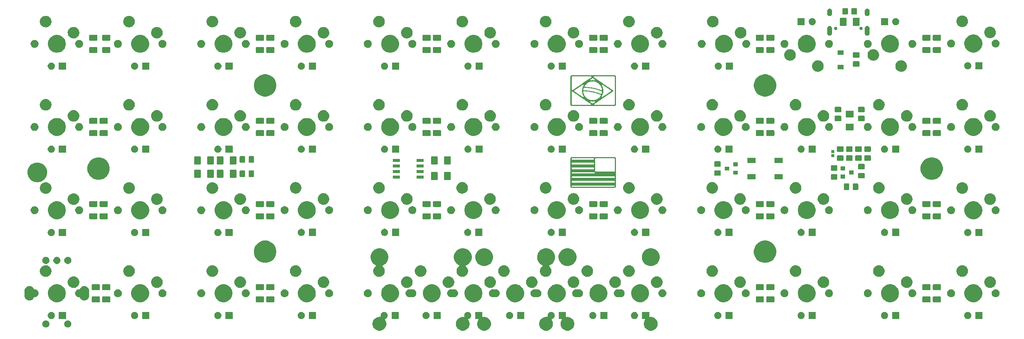
<source format=gbs>
G04 #@! TF.GenerationSoftware,KiCad,Pcbnew,5.0.1*
G04 #@! TF.CreationDate,2019-02-20T21:24:26-03:00*
G04 #@! TF.ProjectId,shark,736861726B2E6B696361645F70636200,V3.1*
G04 #@! TF.SameCoordinates,Original*
G04 #@! TF.FileFunction,Soldermask,Bot*
G04 #@! TF.FilePolarity,Negative*
%FSLAX46Y46*%
G04 Gerber Fmt 4.6, Leading zero omitted, Abs format (unit mm)*
G04 Created by KiCad (PCBNEW 5.0.1) date Wed 20 Feb 2019 09:24:26 PM -03*
%MOMM*%
%LPD*%
G01*
G04 APERTURE LIST*
%ADD10C,0.100000*%
G04 APERTURE END LIST*
D10*
G36*
X178995495Y-135511796D02*
X179007123Y-135515323D01*
X179017843Y-135521054D01*
X179027237Y-135528763D01*
X179034946Y-135538157D01*
X179040677Y-135548877D01*
X179044204Y-135560505D01*
X179046000Y-135578741D01*
X179046000Y-136540445D01*
X179048402Y-136564831D01*
X179055515Y-136588280D01*
X179067066Y-136609891D01*
X179082612Y-136628833D01*
X179101554Y-136644379D01*
X179123165Y-136655930D01*
X179146614Y-136663043D01*
X179171000Y-136665445D01*
X179195386Y-136663043D01*
X179245875Y-136653000D01*
X179556125Y-136653000D01*
X179632515Y-136668195D01*
X179860411Y-136713526D01*
X179979137Y-136762704D01*
X180147041Y-136832252D01*
X180405007Y-137004619D01*
X180624381Y-137223993D01*
X180796748Y-137481959D01*
X180813553Y-137522530D01*
X180915474Y-137768589D01*
X180933239Y-137857900D01*
X180962670Y-138005858D01*
X180976000Y-138072876D01*
X180976000Y-138383124D01*
X180927272Y-138628100D01*
X180915474Y-138687410D01*
X180796748Y-138974041D01*
X180624381Y-139232007D01*
X180405007Y-139451381D01*
X180147041Y-139623748D01*
X179979137Y-139693296D01*
X179860411Y-139742474D01*
X179556125Y-139803000D01*
X179245875Y-139803000D01*
X178941589Y-139742474D01*
X178822863Y-139693296D01*
X178654959Y-139623748D01*
X178396993Y-139451381D01*
X178177619Y-139232007D01*
X178005252Y-138974041D01*
X177886526Y-138687410D01*
X177874729Y-138628100D01*
X177826000Y-138383124D01*
X177826000Y-138072876D01*
X177839331Y-138005858D01*
X177868761Y-137857900D01*
X177886526Y-137768589D01*
X177988447Y-137522530D01*
X178005252Y-137481958D01*
X178106489Y-137330446D01*
X178118040Y-137308835D01*
X178125153Y-137285386D01*
X178127555Y-137261000D01*
X178125153Y-137236613D01*
X178118040Y-137213164D01*
X178106489Y-137191553D01*
X178090943Y-137172611D01*
X178072001Y-137157066D01*
X178050390Y-137145515D01*
X178026941Y-137138402D01*
X178002555Y-137136000D01*
X177488741Y-137136000D01*
X177470505Y-137134204D01*
X177458877Y-137130677D01*
X177448157Y-137124946D01*
X177438763Y-137117237D01*
X177431054Y-137107843D01*
X177425323Y-137097123D01*
X177421796Y-137085495D01*
X177420000Y-137067259D01*
X177420000Y-135578741D01*
X177421796Y-135560505D01*
X177425323Y-135548877D01*
X177431054Y-135538157D01*
X177438763Y-135528763D01*
X177448157Y-135521054D01*
X177458877Y-135515323D01*
X177470505Y-135511796D01*
X177488741Y-135510000D01*
X178977259Y-135510000D01*
X178995495Y-135511796D01*
X178995495Y-135511796D01*
G37*
G36*
X118855142Y-135541242D02*
X119003102Y-135602530D01*
X119136258Y-135691502D01*
X119249498Y-135804742D01*
X119338470Y-135937898D01*
X119399758Y-136085858D01*
X119431000Y-136242925D01*
X119431000Y-136403075D01*
X119399758Y-136560142D01*
X119338470Y-136708102D01*
X119249498Y-136841258D01*
X119136258Y-136954498D01*
X119003102Y-137043470D01*
X118849843Y-137106953D01*
X118828232Y-137118505D01*
X118809290Y-137134050D01*
X118793745Y-137152992D01*
X118782194Y-137174603D01*
X118775081Y-137198052D01*
X118772679Y-137222438D01*
X118775081Y-137246825D01*
X118782194Y-137270274D01*
X118793745Y-137291884D01*
X118920748Y-137481958D01*
X118937553Y-137522530D01*
X119039474Y-137768589D01*
X119057239Y-137857900D01*
X119086670Y-138005858D01*
X119100000Y-138072876D01*
X119100000Y-138383124D01*
X119051272Y-138628100D01*
X119039474Y-138687410D01*
X118920748Y-138974041D01*
X118748381Y-139232007D01*
X118529007Y-139451381D01*
X118271041Y-139623748D01*
X118103137Y-139693296D01*
X117984411Y-139742474D01*
X117680125Y-139803000D01*
X117369875Y-139803000D01*
X117065589Y-139742474D01*
X116946863Y-139693296D01*
X116778959Y-139623748D01*
X116520993Y-139451381D01*
X116301619Y-139232007D01*
X116129252Y-138974041D01*
X116010526Y-138687410D01*
X115998729Y-138628100D01*
X115950000Y-138383124D01*
X115950000Y-138072876D01*
X115963331Y-138005858D01*
X115992761Y-137857900D01*
X116010526Y-137768589D01*
X116112447Y-137522530D01*
X116129252Y-137481959D01*
X116301619Y-137223993D01*
X116520993Y-137004619D01*
X116778959Y-136832252D01*
X116946863Y-136762704D01*
X117065589Y-136713526D01*
X117293485Y-136668195D01*
X117369875Y-136653000D01*
X117681852Y-136653000D01*
X117702807Y-136655064D01*
X117727193Y-136652663D01*
X117750642Y-136645550D01*
X117772254Y-136634000D01*
X117791196Y-136618455D01*
X117806742Y-136599513D01*
X117818294Y-136577902D01*
X117825408Y-136554454D01*
X117827810Y-136530067D01*
X117825408Y-136505679D01*
X117805000Y-136403076D01*
X117805000Y-136242925D01*
X117836242Y-136085858D01*
X117897530Y-135937898D01*
X117986502Y-135804742D01*
X118099742Y-135691502D01*
X118232898Y-135602530D01*
X118380858Y-135541242D01*
X118537925Y-135510000D01*
X118698075Y-135510000D01*
X118855142Y-135541242D01*
X118855142Y-135541242D01*
G37*
G36*
X140970495Y-135511796D02*
X140982123Y-135515323D01*
X140992843Y-135521054D01*
X141002237Y-135528763D01*
X141009946Y-135538157D01*
X141015677Y-135548877D01*
X141019204Y-135560505D01*
X141021000Y-135578741D01*
X141021000Y-136545418D01*
X141023402Y-136569804D01*
X141030515Y-136593253D01*
X141042066Y-136614864D01*
X141057612Y-136633806D01*
X141076554Y-136649352D01*
X141098165Y-136660903D01*
X141121614Y-136668016D01*
X141146000Y-136670418D01*
X141170383Y-136668016D01*
X141245876Y-136653000D01*
X141556125Y-136653000D01*
X141632515Y-136668195D01*
X141860411Y-136713526D01*
X141979137Y-136762704D01*
X142147041Y-136832252D01*
X142405007Y-137004619D01*
X142624381Y-137223993D01*
X142796748Y-137481959D01*
X142813553Y-137522530D01*
X142915474Y-137768589D01*
X142933239Y-137857900D01*
X142962670Y-138005858D01*
X142976000Y-138072876D01*
X142976000Y-138383124D01*
X142927272Y-138628100D01*
X142915474Y-138687410D01*
X142796748Y-138974041D01*
X142624381Y-139232007D01*
X142405007Y-139451381D01*
X142147041Y-139623748D01*
X141979137Y-139693296D01*
X141860411Y-139742474D01*
X141556125Y-139803000D01*
X141245875Y-139803000D01*
X140941589Y-139742474D01*
X140822863Y-139693296D01*
X140654959Y-139623748D01*
X140396993Y-139451381D01*
X140177619Y-139232007D01*
X140005252Y-138974041D01*
X139886526Y-138687410D01*
X139874729Y-138628100D01*
X139826000Y-138383124D01*
X139826000Y-138072876D01*
X139839331Y-138005858D01*
X139868761Y-137857900D01*
X139886526Y-137768589D01*
X139988447Y-137522530D01*
X140005252Y-137481958D01*
X140106489Y-137330446D01*
X140118040Y-137308835D01*
X140125153Y-137285386D01*
X140127555Y-137261000D01*
X140125153Y-137236613D01*
X140118040Y-137213164D01*
X140106489Y-137191553D01*
X140090943Y-137172611D01*
X140072001Y-137157066D01*
X140050390Y-137145515D01*
X140026941Y-137138402D01*
X140002555Y-137136000D01*
X139463741Y-137136000D01*
X139445505Y-137134204D01*
X139433877Y-137130677D01*
X139423157Y-137124946D01*
X139413763Y-137117237D01*
X139406054Y-137107843D01*
X139400323Y-137097123D01*
X139396796Y-137085495D01*
X139395000Y-137067259D01*
X139395000Y-135578741D01*
X139396796Y-135560505D01*
X139400323Y-135548877D01*
X139406054Y-135538157D01*
X139413763Y-135528763D01*
X139423157Y-135521054D01*
X139433877Y-135515323D01*
X139445505Y-135511796D01*
X139463741Y-135510000D01*
X140952259Y-135510000D01*
X140970495Y-135511796D01*
X140970495Y-135511796D01*
G37*
G36*
X137905142Y-135541242D02*
X138053102Y-135602530D01*
X138186258Y-135691502D01*
X138299498Y-135804742D01*
X138388470Y-135937898D01*
X138449758Y-136085858D01*
X138481000Y-136242925D01*
X138481000Y-136403075D01*
X138449758Y-136560142D01*
X138388470Y-136708102D01*
X138299498Y-136841258D01*
X138186258Y-136954498D01*
X138053102Y-137043470D01*
X137905141Y-137104759D01*
X137879930Y-137109773D01*
X137856481Y-137116886D01*
X137834870Y-137128437D01*
X137815928Y-137143982D01*
X137800382Y-137162924D01*
X137788831Y-137184534D01*
X137781717Y-137207983D01*
X137779315Y-137232370D01*
X137781717Y-137256756D01*
X137788830Y-137280205D01*
X137800381Y-137301817D01*
X137920748Y-137481959D01*
X137937553Y-137522530D01*
X138039474Y-137768589D01*
X138057239Y-137857900D01*
X138086670Y-138005858D01*
X138100000Y-138072876D01*
X138100000Y-138383124D01*
X138051272Y-138628100D01*
X138039474Y-138687410D01*
X137920748Y-138974041D01*
X137748381Y-139232007D01*
X137529007Y-139451381D01*
X137271041Y-139623748D01*
X137103137Y-139693296D01*
X136984411Y-139742474D01*
X136680125Y-139803000D01*
X136369875Y-139803000D01*
X136065589Y-139742474D01*
X135946863Y-139693296D01*
X135778959Y-139623748D01*
X135520993Y-139451381D01*
X135301619Y-139232007D01*
X135129252Y-138974041D01*
X135010526Y-138687410D01*
X134998729Y-138628100D01*
X134950000Y-138383124D01*
X134950000Y-138072876D01*
X134963331Y-138005858D01*
X134992761Y-137857900D01*
X135010526Y-137768589D01*
X135112447Y-137522530D01*
X135129252Y-137481959D01*
X135301619Y-137223993D01*
X135520993Y-137004619D01*
X135778959Y-136832252D01*
X135946863Y-136762704D01*
X136065589Y-136713526D01*
X136293485Y-136668195D01*
X136369875Y-136653000D01*
X136680125Y-136653000D01*
X136730484Y-136663017D01*
X136754870Y-136665419D01*
X136779256Y-136663017D01*
X136802706Y-136655904D01*
X136824316Y-136644353D01*
X136843258Y-136628807D01*
X136858804Y-136609865D01*
X136870355Y-136588254D01*
X136877468Y-136564805D01*
X136879870Y-136540419D01*
X136877468Y-136516033D01*
X136855000Y-136403075D01*
X136855000Y-136242925D01*
X136886242Y-136085858D01*
X136947530Y-135937898D01*
X137036502Y-135804742D01*
X137149742Y-135691502D01*
X137282898Y-135602530D01*
X137430858Y-135541242D01*
X137587925Y-135510000D01*
X137748075Y-135510000D01*
X137905142Y-135541242D01*
X137905142Y-135541242D01*
G37*
G36*
X159995495Y-135511796D02*
X160007123Y-135515323D01*
X160017843Y-135521054D01*
X160027237Y-135528763D01*
X160034946Y-135538157D01*
X160040677Y-135548877D01*
X160044204Y-135560505D01*
X160046000Y-135578741D01*
X160046000Y-136540445D01*
X160048402Y-136564831D01*
X160055515Y-136588280D01*
X160067066Y-136609891D01*
X160082612Y-136628833D01*
X160101554Y-136644379D01*
X160123165Y-136655930D01*
X160146614Y-136663043D01*
X160171000Y-136665445D01*
X160195386Y-136663043D01*
X160245875Y-136653000D01*
X160556125Y-136653000D01*
X160632515Y-136668195D01*
X160860411Y-136713526D01*
X160979137Y-136762704D01*
X161147041Y-136832252D01*
X161405007Y-137004619D01*
X161624381Y-137223993D01*
X161796748Y-137481959D01*
X161813553Y-137522530D01*
X161915474Y-137768589D01*
X161933239Y-137857900D01*
X161962670Y-138005858D01*
X161976000Y-138072876D01*
X161976000Y-138383124D01*
X161927272Y-138628100D01*
X161915474Y-138687410D01*
X161796748Y-138974041D01*
X161624381Y-139232007D01*
X161405007Y-139451381D01*
X161147041Y-139623748D01*
X160979137Y-139693296D01*
X160860411Y-139742474D01*
X160556125Y-139803000D01*
X160245875Y-139803000D01*
X159941589Y-139742474D01*
X159822863Y-139693296D01*
X159654959Y-139623748D01*
X159396993Y-139451381D01*
X159177619Y-139232007D01*
X159005252Y-138974041D01*
X158886526Y-138687410D01*
X158874729Y-138628100D01*
X158826000Y-138383124D01*
X158826000Y-138072876D01*
X158839331Y-138005858D01*
X158868761Y-137857900D01*
X158886526Y-137768589D01*
X158988447Y-137522530D01*
X159005252Y-137481958D01*
X159106489Y-137330446D01*
X159118040Y-137308835D01*
X159125153Y-137285386D01*
X159127555Y-137261000D01*
X159125153Y-137236613D01*
X159118040Y-137213164D01*
X159106489Y-137191553D01*
X159090943Y-137172611D01*
X159072001Y-137157066D01*
X159050390Y-137145515D01*
X159026941Y-137138402D01*
X159002555Y-137136000D01*
X158488741Y-137136000D01*
X158470505Y-137134204D01*
X158458877Y-137130677D01*
X158448157Y-137124946D01*
X158438763Y-137117237D01*
X158431054Y-137107843D01*
X158425323Y-137097123D01*
X158421796Y-137085495D01*
X158420000Y-137067259D01*
X158420000Y-135578741D01*
X158421796Y-135560505D01*
X158425323Y-135548877D01*
X158431054Y-135538157D01*
X158438763Y-135528763D01*
X158448157Y-135521054D01*
X158458877Y-135515323D01*
X158470505Y-135511796D01*
X158488741Y-135510000D01*
X159977259Y-135510000D01*
X159995495Y-135511796D01*
X159995495Y-135511796D01*
G37*
G36*
X156930142Y-135541242D02*
X157078102Y-135602530D01*
X157211258Y-135691502D01*
X157324498Y-135804742D01*
X157413470Y-135937898D01*
X157474758Y-136085858D01*
X157506000Y-136242925D01*
X157506000Y-136403075D01*
X157474758Y-136560142D01*
X157413470Y-136708102D01*
X157324498Y-136841258D01*
X157211258Y-136954498D01*
X157078102Y-137043470D01*
X156930141Y-137104758D01*
X156882863Y-137114162D01*
X156859414Y-137121274D01*
X156837803Y-137132825D01*
X156818861Y-137148370D01*
X156803315Y-137167312D01*
X156791764Y-137188923D01*
X156784650Y-137212372D01*
X156782248Y-137236758D01*
X156784650Y-137261145D01*
X156791762Y-137284594D01*
X156803314Y-137306206D01*
X156920748Y-137481959D01*
X156937553Y-137522530D01*
X157039474Y-137768589D01*
X157057239Y-137857900D01*
X157086670Y-138005858D01*
X157100000Y-138072876D01*
X157100000Y-138383124D01*
X157051272Y-138628100D01*
X157039474Y-138687410D01*
X156920748Y-138974041D01*
X156748381Y-139232007D01*
X156529007Y-139451381D01*
X156271041Y-139623748D01*
X156103137Y-139693296D01*
X155984411Y-139742474D01*
X155680125Y-139803000D01*
X155369875Y-139803000D01*
X155065589Y-139742474D01*
X154946863Y-139693296D01*
X154778959Y-139623748D01*
X154520993Y-139451381D01*
X154301619Y-139232007D01*
X154129252Y-138974041D01*
X154010526Y-138687410D01*
X153998729Y-138628100D01*
X153950000Y-138383124D01*
X153950000Y-138072876D01*
X153963331Y-138005858D01*
X153992761Y-137857900D01*
X154010526Y-137768589D01*
X154112447Y-137522530D01*
X154129252Y-137481959D01*
X154301619Y-137223993D01*
X154520993Y-137004619D01*
X154778959Y-136832252D01*
X154946863Y-136762704D01*
X155065589Y-136713526D01*
X155293485Y-136668195D01*
X155369875Y-136653000D01*
X155680124Y-136653000D01*
X155756517Y-136668195D01*
X155780900Y-136670597D01*
X155805286Y-136668195D01*
X155828735Y-136661082D01*
X155850346Y-136649531D01*
X155869288Y-136633986D01*
X155884834Y-136615044D01*
X155896385Y-136593433D01*
X155903498Y-136569984D01*
X155905900Y-136545597D01*
X155903498Y-136521211D01*
X155880000Y-136403075D01*
X155880000Y-136242925D01*
X155911242Y-136085858D01*
X155972530Y-135937898D01*
X156061502Y-135804742D01*
X156174742Y-135691502D01*
X156307898Y-135602530D01*
X156455858Y-135541242D01*
X156612925Y-135510000D01*
X156773075Y-135510000D01*
X156930142Y-135541242D01*
X156930142Y-135541242D01*
G37*
G36*
X41700142Y-137461242D02*
X41848102Y-137522530D01*
X41981258Y-137611502D01*
X42094498Y-137724742D01*
X42183470Y-137857898D01*
X42244758Y-138005858D01*
X42276000Y-138162925D01*
X42276000Y-138323075D01*
X42244758Y-138480142D01*
X42183470Y-138628102D01*
X42094498Y-138761258D01*
X41981258Y-138874498D01*
X41848102Y-138963470D01*
X41700142Y-139024758D01*
X41543075Y-139056000D01*
X41382925Y-139056000D01*
X41225858Y-139024758D01*
X41077898Y-138963470D01*
X40944742Y-138874498D01*
X40831502Y-138761258D01*
X40742530Y-138628102D01*
X40681242Y-138480142D01*
X40650000Y-138323075D01*
X40650000Y-138162925D01*
X40681242Y-138005858D01*
X40742530Y-137857898D01*
X40831502Y-137724742D01*
X40944742Y-137611502D01*
X41077898Y-137522530D01*
X41225858Y-137461242D01*
X41382925Y-137430000D01*
X41543075Y-137430000D01*
X41700142Y-137461242D01*
X41700142Y-137461242D01*
G37*
G36*
X46700142Y-137461242D02*
X46848102Y-137522530D01*
X46981258Y-137611502D01*
X47094498Y-137724742D01*
X47183470Y-137857898D01*
X47244758Y-138005858D01*
X47276000Y-138162925D01*
X47276000Y-138323075D01*
X47244758Y-138480142D01*
X47183470Y-138628102D01*
X47094498Y-138761258D01*
X46981258Y-138874498D01*
X46848102Y-138963470D01*
X46700142Y-139024758D01*
X46543075Y-139056000D01*
X46382925Y-139056000D01*
X46225858Y-139024758D01*
X46077898Y-138963470D01*
X45944742Y-138874498D01*
X45831502Y-138761258D01*
X45742530Y-138628102D01*
X45681242Y-138480142D01*
X45650000Y-138323075D01*
X45650000Y-138162925D01*
X45681242Y-138005858D01*
X45742530Y-137857898D01*
X45831502Y-137724742D01*
X45944742Y-137611502D01*
X46077898Y-137522530D01*
X46225858Y-137461242D01*
X46382925Y-137430000D01*
X46543075Y-137430000D01*
X46700142Y-137461242D01*
X46700142Y-137461242D01*
G37*
G36*
X42930142Y-135541242D02*
X43078102Y-135602530D01*
X43211258Y-135691502D01*
X43324498Y-135804742D01*
X43413470Y-135937898D01*
X43474758Y-136085858D01*
X43506000Y-136242925D01*
X43506000Y-136403075D01*
X43474758Y-136560142D01*
X43413470Y-136708102D01*
X43324498Y-136841258D01*
X43211258Y-136954498D01*
X43078102Y-137043470D01*
X42930142Y-137104758D01*
X42773075Y-137136000D01*
X42612925Y-137136000D01*
X42455858Y-137104758D01*
X42307898Y-137043470D01*
X42174742Y-136954498D01*
X42061502Y-136841258D01*
X41972530Y-136708102D01*
X41911242Y-136560142D01*
X41880000Y-136403075D01*
X41880000Y-136242925D01*
X41911242Y-136085858D01*
X41972530Y-135937898D01*
X42061502Y-135804742D01*
X42174742Y-135691502D01*
X42307898Y-135602530D01*
X42455858Y-135541242D01*
X42612925Y-135510000D01*
X42773075Y-135510000D01*
X42930142Y-135541242D01*
X42930142Y-135541242D01*
G37*
G36*
X121920495Y-135511796D02*
X121932123Y-135515323D01*
X121942843Y-135521054D01*
X121952237Y-135528763D01*
X121959946Y-135538157D01*
X121965677Y-135548877D01*
X121969204Y-135560505D01*
X121971000Y-135578741D01*
X121971000Y-137067259D01*
X121969204Y-137085495D01*
X121965677Y-137097123D01*
X121959946Y-137107843D01*
X121952237Y-137117237D01*
X121942843Y-137124946D01*
X121932123Y-137130677D01*
X121920495Y-137134204D01*
X121902259Y-137136000D01*
X120413741Y-137136000D01*
X120395505Y-137134204D01*
X120383877Y-137130677D01*
X120373157Y-137124946D01*
X120363763Y-137117237D01*
X120356054Y-137107843D01*
X120350323Y-137097123D01*
X120346796Y-137085495D01*
X120345000Y-137067259D01*
X120345000Y-135578741D01*
X120346796Y-135560505D01*
X120350323Y-135548877D01*
X120356054Y-135538157D01*
X120363763Y-135528763D01*
X120373157Y-135521054D01*
X120383877Y-135515323D01*
X120395505Y-135511796D01*
X120413741Y-135510000D01*
X121902259Y-135510000D01*
X121920495Y-135511796D01*
X121920495Y-135511796D01*
G37*
G36*
X99930142Y-135541242D02*
X100078102Y-135602530D01*
X100211258Y-135691502D01*
X100324498Y-135804742D01*
X100413470Y-135937898D01*
X100474758Y-136085858D01*
X100506000Y-136242925D01*
X100506000Y-136403075D01*
X100474758Y-136560142D01*
X100413470Y-136708102D01*
X100324498Y-136841258D01*
X100211258Y-136954498D01*
X100078102Y-137043470D01*
X99930142Y-137104758D01*
X99773075Y-137136000D01*
X99612925Y-137136000D01*
X99455858Y-137104758D01*
X99307898Y-137043470D01*
X99174742Y-136954498D01*
X99061502Y-136841258D01*
X98972530Y-136708102D01*
X98911242Y-136560142D01*
X98880000Y-136403075D01*
X98880000Y-136242925D01*
X98911242Y-136085858D01*
X98972530Y-135937898D01*
X99061502Y-135804742D01*
X99174742Y-135691502D01*
X99307898Y-135602530D01*
X99455858Y-135541242D01*
X99612925Y-135510000D01*
X99773075Y-135510000D01*
X99930142Y-135541242D01*
X99930142Y-135541242D01*
G37*
G36*
X102995495Y-135511796D02*
X103007123Y-135515323D01*
X103017843Y-135521054D01*
X103027237Y-135528763D01*
X103034946Y-135538157D01*
X103040677Y-135548877D01*
X103044204Y-135560505D01*
X103046000Y-135578741D01*
X103046000Y-137067259D01*
X103044204Y-137085495D01*
X103040677Y-137097123D01*
X103034946Y-137107843D01*
X103027237Y-137117237D01*
X103017843Y-137124946D01*
X103007123Y-137130677D01*
X102995495Y-137134204D01*
X102977259Y-137136000D01*
X101488741Y-137136000D01*
X101470505Y-137134204D01*
X101458877Y-137130677D01*
X101448157Y-137124946D01*
X101438763Y-137117237D01*
X101431054Y-137107843D01*
X101425323Y-137097123D01*
X101421796Y-137085495D01*
X101420000Y-137067259D01*
X101420000Y-135578741D01*
X101421796Y-135560505D01*
X101425323Y-135548877D01*
X101431054Y-135538157D01*
X101438763Y-135528763D01*
X101448157Y-135521054D01*
X101458877Y-135515323D01*
X101470505Y-135511796D01*
X101488741Y-135510000D01*
X102977259Y-135510000D01*
X102995495Y-135511796D01*
X102995495Y-135511796D01*
G37*
G36*
X80930142Y-135541242D02*
X81078102Y-135602530D01*
X81211258Y-135691502D01*
X81324498Y-135804742D01*
X81413470Y-135937898D01*
X81474758Y-136085858D01*
X81506000Y-136242925D01*
X81506000Y-136403075D01*
X81474758Y-136560142D01*
X81413470Y-136708102D01*
X81324498Y-136841258D01*
X81211258Y-136954498D01*
X81078102Y-137043470D01*
X80930142Y-137104758D01*
X80773075Y-137136000D01*
X80612925Y-137136000D01*
X80455858Y-137104758D01*
X80307898Y-137043470D01*
X80174742Y-136954498D01*
X80061502Y-136841258D01*
X79972530Y-136708102D01*
X79911242Y-136560142D01*
X79880000Y-136403075D01*
X79880000Y-136242925D01*
X79911242Y-136085858D01*
X79972530Y-135937898D01*
X80061502Y-135804742D01*
X80174742Y-135691502D01*
X80307898Y-135602530D01*
X80455858Y-135541242D01*
X80612925Y-135510000D01*
X80773075Y-135510000D01*
X80930142Y-135541242D01*
X80930142Y-135541242D01*
G37*
G36*
X83995495Y-135511796D02*
X84007123Y-135515323D01*
X84017843Y-135521054D01*
X84027237Y-135528763D01*
X84034946Y-135538157D01*
X84040677Y-135548877D01*
X84044204Y-135560505D01*
X84046000Y-135578741D01*
X84046000Y-137067259D01*
X84044204Y-137085495D01*
X84040677Y-137097123D01*
X84034946Y-137107843D01*
X84027237Y-137117237D01*
X84017843Y-137124946D01*
X84007123Y-137130677D01*
X83995495Y-137134204D01*
X83977259Y-137136000D01*
X82488741Y-137136000D01*
X82470505Y-137134204D01*
X82458877Y-137130677D01*
X82448157Y-137124946D01*
X82438763Y-137117237D01*
X82431054Y-137107843D01*
X82425323Y-137097123D01*
X82421796Y-137085495D01*
X82420000Y-137067259D01*
X82420000Y-135578741D01*
X82421796Y-135560505D01*
X82425323Y-135548877D01*
X82431054Y-135538157D01*
X82438763Y-135528763D01*
X82448157Y-135521054D01*
X82458877Y-135515323D01*
X82470505Y-135511796D01*
X82488741Y-135510000D01*
X83977259Y-135510000D01*
X83995495Y-135511796D01*
X83995495Y-135511796D01*
G37*
G36*
X175930142Y-135541242D02*
X176078102Y-135602530D01*
X176211258Y-135691502D01*
X176324498Y-135804742D01*
X176413470Y-135937898D01*
X176474758Y-136085858D01*
X176506000Y-136242925D01*
X176506000Y-136403075D01*
X176474758Y-136560142D01*
X176413470Y-136708102D01*
X176324498Y-136841258D01*
X176211258Y-136954498D01*
X176078102Y-137043470D01*
X175930142Y-137104758D01*
X175773075Y-137136000D01*
X175612925Y-137136000D01*
X175455858Y-137104758D01*
X175307898Y-137043470D01*
X175174742Y-136954498D01*
X175061502Y-136841258D01*
X174972530Y-136708102D01*
X174911242Y-136560142D01*
X174880000Y-136403075D01*
X174880000Y-136242925D01*
X174911242Y-136085858D01*
X174972530Y-135937898D01*
X175061502Y-135804742D01*
X175174742Y-135691502D01*
X175307898Y-135602530D01*
X175455858Y-135541242D01*
X175612925Y-135510000D01*
X175773075Y-135510000D01*
X175930142Y-135541242D01*
X175930142Y-135541242D01*
G37*
G36*
X61930142Y-135541242D02*
X62078102Y-135602530D01*
X62211258Y-135691502D01*
X62324498Y-135804742D01*
X62413470Y-135937898D01*
X62474758Y-136085858D01*
X62506000Y-136242925D01*
X62506000Y-136403075D01*
X62474758Y-136560142D01*
X62413470Y-136708102D01*
X62324498Y-136841258D01*
X62211258Y-136954498D01*
X62078102Y-137043470D01*
X61930142Y-137104758D01*
X61773075Y-137136000D01*
X61612925Y-137136000D01*
X61455858Y-137104758D01*
X61307898Y-137043470D01*
X61174742Y-136954498D01*
X61061502Y-136841258D01*
X60972530Y-136708102D01*
X60911242Y-136560142D01*
X60880000Y-136403075D01*
X60880000Y-136242925D01*
X60911242Y-136085858D01*
X60972530Y-135937898D01*
X61061502Y-135804742D01*
X61174742Y-135691502D01*
X61307898Y-135602530D01*
X61455858Y-135541242D01*
X61612925Y-135510000D01*
X61773075Y-135510000D01*
X61930142Y-135541242D01*
X61930142Y-135541242D01*
G37*
G36*
X64995495Y-135511796D02*
X65007123Y-135515323D01*
X65017843Y-135521054D01*
X65027237Y-135528763D01*
X65034946Y-135538157D01*
X65040677Y-135548877D01*
X65044204Y-135560505D01*
X65046000Y-135578741D01*
X65046000Y-137067259D01*
X65044204Y-137085495D01*
X65040677Y-137097123D01*
X65034946Y-137107843D01*
X65027237Y-137117237D01*
X65017843Y-137124946D01*
X65007123Y-137130677D01*
X64995495Y-137134204D01*
X64977259Y-137136000D01*
X63488741Y-137136000D01*
X63470505Y-137134204D01*
X63458877Y-137130677D01*
X63448157Y-137124946D01*
X63438763Y-137117237D01*
X63431054Y-137107843D01*
X63425323Y-137097123D01*
X63421796Y-137085495D01*
X63420000Y-137067259D01*
X63420000Y-135578741D01*
X63421796Y-135560505D01*
X63425323Y-135548877D01*
X63431054Y-135538157D01*
X63438763Y-135528763D01*
X63448157Y-135521054D01*
X63458877Y-135515323D01*
X63470505Y-135511796D01*
X63488741Y-135510000D01*
X64977259Y-135510000D01*
X64995495Y-135511796D01*
X64995495Y-135511796D01*
G37*
G36*
X150495495Y-135511796D02*
X150507123Y-135515323D01*
X150517843Y-135521054D01*
X150527237Y-135528763D01*
X150534946Y-135538157D01*
X150540677Y-135548877D01*
X150544204Y-135560505D01*
X150546000Y-135578741D01*
X150546000Y-137067259D01*
X150544204Y-137085495D01*
X150540677Y-137097123D01*
X150534946Y-137107843D01*
X150527237Y-137117237D01*
X150517843Y-137124946D01*
X150507123Y-137130677D01*
X150495495Y-137134204D01*
X150477259Y-137136000D01*
X148988741Y-137136000D01*
X148970505Y-137134204D01*
X148958877Y-137130677D01*
X148948157Y-137124946D01*
X148938763Y-137117237D01*
X148931054Y-137107843D01*
X148925323Y-137097123D01*
X148921796Y-137085495D01*
X148920000Y-137067259D01*
X148920000Y-135578741D01*
X148921796Y-135560505D01*
X148925323Y-135548877D01*
X148931054Y-135538157D01*
X148938763Y-135528763D01*
X148948157Y-135521054D01*
X148958877Y-135515323D01*
X148970505Y-135511796D01*
X148988741Y-135510000D01*
X150477259Y-135510000D01*
X150495495Y-135511796D01*
X150495495Y-135511796D01*
G37*
G36*
X216995495Y-135511796D02*
X217007123Y-135515323D01*
X217017843Y-135521054D01*
X217027237Y-135528763D01*
X217034946Y-135538157D01*
X217040677Y-135548877D01*
X217044204Y-135560505D01*
X217046000Y-135578741D01*
X217046000Y-137067259D01*
X217044204Y-137085495D01*
X217040677Y-137097123D01*
X217034946Y-137107843D01*
X217027237Y-137117237D01*
X217017843Y-137124946D01*
X217007123Y-137130677D01*
X216995495Y-137134204D01*
X216977259Y-137136000D01*
X215488741Y-137136000D01*
X215470505Y-137134204D01*
X215458877Y-137130677D01*
X215448157Y-137124946D01*
X215438763Y-137117237D01*
X215431054Y-137107843D01*
X215425323Y-137097123D01*
X215421796Y-137085495D01*
X215420000Y-137067259D01*
X215420000Y-135578741D01*
X215421796Y-135560505D01*
X215425323Y-135548877D01*
X215431054Y-135538157D01*
X215438763Y-135528763D01*
X215448157Y-135521054D01*
X215458877Y-135515323D01*
X215470505Y-135511796D01*
X215488741Y-135510000D01*
X216977259Y-135510000D01*
X216995495Y-135511796D01*
X216995495Y-135511796D01*
G37*
G36*
X45995495Y-135511796D02*
X46007123Y-135515323D01*
X46017843Y-135521054D01*
X46027237Y-135528763D01*
X46034946Y-135538157D01*
X46040677Y-135548877D01*
X46044204Y-135560505D01*
X46046000Y-135578741D01*
X46046000Y-137067259D01*
X46044204Y-137085495D01*
X46040677Y-137097123D01*
X46034946Y-137107843D01*
X46027237Y-137117237D01*
X46017843Y-137124946D01*
X46007123Y-137130677D01*
X45995495Y-137134204D01*
X45977259Y-137136000D01*
X44488741Y-137136000D01*
X44470505Y-137134204D01*
X44458877Y-137130677D01*
X44448157Y-137124946D01*
X44438763Y-137117237D01*
X44431054Y-137107843D01*
X44425323Y-137097123D01*
X44421796Y-137085495D01*
X44420000Y-137067259D01*
X44420000Y-135578741D01*
X44421796Y-135560505D01*
X44425323Y-135548877D01*
X44431054Y-135538157D01*
X44438763Y-135528763D01*
X44448157Y-135521054D01*
X44458877Y-135515323D01*
X44470505Y-135511796D01*
X44488741Y-135510000D01*
X45977259Y-135510000D01*
X45995495Y-135511796D01*
X45995495Y-135511796D01*
G37*
G36*
X169495495Y-135511796D02*
X169507123Y-135515323D01*
X169517843Y-135521054D01*
X169527237Y-135528763D01*
X169534946Y-135538157D01*
X169540677Y-135548877D01*
X169544204Y-135560505D01*
X169546000Y-135578741D01*
X169546000Y-137067259D01*
X169544204Y-137085495D01*
X169540677Y-137097123D01*
X169534946Y-137107843D01*
X169527237Y-137117237D01*
X169517843Y-137124946D01*
X169507123Y-137130677D01*
X169495495Y-137134204D01*
X169477259Y-137136000D01*
X167988741Y-137136000D01*
X167970505Y-137134204D01*
X167958877Y-137130677D01*
X167948157Y-137124946D01*
X167938763Y-137117237D01*
X167931054Y-137107843D01*
X167925323Y-137097123D01*
X167921796Y-137085495D01*
X167920000Y-137067259D01*
X167920000Y-135578741D01*
X167921796Y-135560505D01*
X167925323Y-135548877D01*
X167931054Y-135538157D01*
X167938763Y-135528763D01*
X167948157Y-135521054D01*
X167958877Y-135515323D01*
X167970505Y-135511796D01*
X167988741Y-135510000D01*
X169477259Y-135510000D01*
X169495495Y-135511796D01*
X169495495Y-135511796D01*
G37*
G36*
X147430142Y-135541242D02*
X147578102Y-135602530D01*
X147711258Y-135691502D01*
X147824498Y-135804742D01*
X147913470Y-135937898D01*
X147974758Y-136085858D01*
X148006000Y-136242925D01*
X148006000Y-136403075D01*
X147974758Y-136560142D01*
X147913470Y-136708102D01*
X147824498Y-136841258D01*
X147711258Y-136954498D01*
X147578102Y-137043470D01*
X147430142Y-137104758D01*
X147273075Y-137136000D01*
X147112925Y-137136000D01*
X146955858Y-137104758D01*
X146807898Y-137043470D01*
X146674742Y-136954498D01*
X146561502Y-136841258D01*
X146472530Y-136708102D01*
X146411242Y-136560142D01*
X146380000Y-136403075D01*
X146380000Y-136242925D01*
X146411242Y-136085858D01*
X146472530Y-135937898D01*
X146561502Y-135804742D01*
X146674742Y-135691502D01*
X146807898Y-135602530D01*
X146955858Y-135541242D01*
X147112925Y-135510000D01*
X147273075Y-135510000D01*
X147430142Y-135541242D01*
X147430142Y-135541242D01*
G37*
G36*
X166430142Y-135541242D02*
X166578102Y-135602530D01*
X166711258Y-135691502D01*
X166824498Y-135804742D01*
X166913470Y-135937898D01*
X166974758Y-136085858D01*
X167006000Y-136242925D01*
X167006000Y-136403075D01*
X166974758Y-136560142D01*
X166913470Y-136708102D01*
X166824498Y-136841258D01*
X166711258Y-136954498D01*
X166578102Y-137043470D01*
X166430142Y-137104758D01*
X166273075Y-137136000D01*
X166112925Y-137136000D01*
X165955858Y-137104758D01*
X165807898Y-137043470D01*
X165674742Y-136954498D01*
X165561502Y-136841258D01*
X165472530Y-136708102D01*
X165411242Y-136560142D01*
X165380000Y-136403075D01*
X165380000Y-136242925D01*
X165411242Y-136085858D01*
X165472530Y-135937898D01*
X165561502Y-135804742D01*
X165674742Y-135691502D01*
X165807898Y-135602530D01*
X165955858Y-135541242D01*
X166112925Y-135510000D01*
X166273075Y-135510000D01*
X166430142Y-135541242D01*
X166430142Y-135541242D01*
G37*
G36*
X194930142Y-135541242D02*
X195078102Y-135602530D01*
X195211258Y-135691502D01*
X195324498Y-135804742D01*
X195413470Y-135937898D01*
X195474758Y-136085858D01*
X195506000Y-136242925D01*
X195506000Y-136403075D01*
X195474758Y-136560142D01*
X195413470Y-136708102D01*
X195324498Y-136841258D01*
X195211258Y-136954498D01*
X195078102Y-137043470D01*
X194930142Y-137104758D01*
X194773075Y-137136000D01*
X194612925Y-137136000D01*
X194455858Y-137104758D01*
X194307898Y-137043470D01*
X194174742Y-136954498D01*
X194061502Y-136841258D01*
X193972530Y-136708102D01*
X193911242Y-136560142D01*
X193880000Y-136403075D01*
X193880000Y-136242925D01*
X193911242Y-136085858D01*
X193972530Y-135937898D01*
X194061502Y-135804742D01*
X194174742Y-135691502D01*
X194307898Y-135602530D01*
X194455858Y-135541242D01*
X194612925Y-135510000D01*
X194773075Y-135510000D01*
X194930142Y-135541242D01*
X194930142Y-135541242D01*
G37*
G36*
X128380142Y-135541242D02*
X128528102Y-135602530D01*
X128661258Y-135691502D01*
X128774498Y-135804742D01*
X128863470Y-135937898D01*
X128924758Y-136085858D01*
X128956000Y-136242925D01*
X128956000Y-136403075D01*
X128924758Y-136560142D01*
X128863470Y-136708102D01*
X128774498Y-136841258D01*
X128661258Y-136954498D01*
X128528102Y-137043470D01*
X128380142Y-137104758D01*
X128223075Y-137136000D01*
X128062925Y-137136000D01*
X127905858Y-137104758D01*
X127757898Y-137043470D01*
X127624742Y-136954498D01*
X127511502Y-136841258D01*
X127422530Y-136708102D01*
X127361242Y-136560142D01*
X127330000Y-136403075D01*
X127330000Y-136242925D01*
X127361242Y-136085858D01*
X127422530Y-135937898D01*
X127511502Y-135804742D01*
X127624742Y-135691502D01*
X127757898Y-135602530D01*
X127905858Y-135541242D01*
X128062925Y-135510000D01*
X128223075Y-135510000D01*
X128380142Y-135541242D01*
X128380142Y-135541242D01*
G37*
G36*
X131445495Y-135511796D02*
X131457123Y-135515323D01*
X131467843Y-135521054D01*
X131477237Y-135528763D01*
X131484946Y-135538157D01*
X131490677Y-135548877D01*
X131494204Y-135560505D01*
X131496000Y-135578741D01*
X131496000Y-137067259D01*
X131494204Y-137085495D01*
X131490677Y-137097123D01*
X131484946Y-137107843D01*
X131477237Y-137117237D01*
X131467843Y-137124946D01*
X131457123Y-137130677D01*
X131445495Y-137134204D01*
X131427259Y-137136000D01*
X129938741Y-137136000D01*
X129920505Y-137134204D01*
X129908877Y-137130677D01*
X129898157Y-137124946D01*
X129888763Y-137117237D01*
X129881054Y-137107843D01*
X129875323Y-137097123D01*
X129871796Y-137085495D01*
X129870000Y-137067259D01*
X129870000Y-135578741D01*
X129871796Y-135560505D01*
X129875323Y-135548877D01*
X129881054Y-135538157D01*
X129888763Y-135528763D01*
X129898157Y-135521054D01*
X129908877Y-135515323D01*
X129920505Y-135511796D01*
X129938741Y-135510000D01*
X131427259Y-135510000D01*
X131445495Y-135511796D01*
X131445495Y-135511796D01*
G37*
G36*
X251930142Y-135541242D02*
X252078102Y-135602530D01*
X252211258Y-135691502D01*
X252324498Y-135804742D01*
X252413470Y-135937898D01*
X252474758Y-136085858D01*
X252506000Y-136242925D01*
X252506000Y-136403075D01*
X252474758Y-136560142D01*
X252413470Y-136708102D01*
X252324498Y-136841258D01*
X252211258Y-136954498D01*
X252078102Y-137043470D01*
X251930142Y-137104758D01*
X251773075Y-137136000D01*
X251612925Y-137136000D01*
X251455858Y-137104758D01*
X251307898Y-137043470D01*
X251174742Y-136954498D01*
X251061502Y-136841258D01*
X250972530Y-136708102D01*
X250911242Y-136560142D01*
X250880000Y-136403075D01*
X250880000Y-136242925D01*
X250911242Y-136085858D01*
X250972530Y-135937898D01*
X251061502Y-135804742D01*
X251174742Y-135691502D01*
X251307898Y-135602530D01*
X251455858Y-135541242D01*
X251612925Y-135510000D01*
X251773075Y-135510000D01*
X251930142Y-135541242D01*
X251930142Y-135541242D01*
G37*
G36*
X254995495Y-135511796D02*
X255007123Y-135515323D01*
X255017843Y-135521054D01*
X255027237Y-135528763D01*
X255034946Y-135538157D01*
X255040677Y-135548877D01*
X255044204Y-135560505D01*
X255046000Y-135578741D01*
X255046000Y-137067259D01*
X255044204Y-137085495D01*
X255040677Y-137097123D01*
X255034946Y-137107843D01*
X255027237Y-137117237D01*
X255017843Y-137124946D01*
X255007123Y-137130677D01*
X254995495Y-137134204D01*
X254977259Y-137136000D01*
X253488741Y-137136000D01*
X253470505Y-137134204D01*
X253458877Y-137130677D01*
X253448157Y-137124946D01*
X253438763Y-137117237D01*
X253431054Y-137107843D01*
X253425323Y-137097123D01*
X253421796Y-137085495D01*
X253420000Y-137067259D01*
X253420000Y-135578741D01*
X253421796Y-135560505D01*
X253425323Y-135548877D01*
X253431054Y-135538157D01*
X253438763Y-135528763D01*
X253448157Y-135521054D01*
X253458877Y-135515323D01*
X253470505Y-135511796D01*
X253488741Y-135510000D01*
X254977259Y-135510000D01*
X254995495Y-135511796D01*
X254995495Y-135511796D01*
G37*
G36*
X232930142Y-135541242D02*
X233078102Y-135602530D01*
X233211258Y-135691502D01*
X233324498Y-135804742D01*
X233413470Y-135937898D01*
X233474758Y-136085858D01*
X233506000Y-136242925D01*
X233506000Y-136403075D01*
X233474758Y-136560142D01*
X233413470Y-136708102D01*
X233324498Y-136841258D01*
X233211258Y-136954498D01*
X233078102Y-137043470D01*
X232930142Y-137104758D01*
X232773075Y-137136000D01*
X232612925Y-137136000D01*
X232455858Y-137104758D01*
X232307898Y-137043470D01*
X232174742Y-136954498D01*
X232061502Y-136841258D01*
X231972530Y-136708102D01*
X231911242Y-136560142D01*
X231880000Y-136403075D01*
X231880000Y-136242925D01*
X231911242Y-136085858D01*
X231972530Y-135937898D01*
X232061502Y-135804742D01*
X232174742Y-135691502D01*
X232307898Y-135602530D01*
X232455858Y-135541242D01*
X232612925Y-135510000D01*
X232773075Y-135510000D01*
X232930142Y-135541242D01*
X232930142Y-135541242D01*
G37*
G36*
X235995495Y-135511796D02*
X236007123Y-135515323D01*
X236017843Y-135521054D01*
X236027237Y-135528763D01*
X236034946Y-135538157D01*
X236040677Y-135548877D01*
X236044204Y-135560505D01*
X236046000Y-135578741D01*
X236046000Y-137067259D01*
X236044204Y-137085495D01*
X236040677Y-137097123D01*
X236034946Y-137107843D01*
X236027237Y-137117237D01*
X236017843Y-137124946D01*
X236007123Y-137130677D01*
X235995495Y-137134204D01*
X235977259Y-137136000D01*
X234488741Y-137136000D01*
X234470505Y-137134204D01*
X234458877Y-137130677D01*
X234448157Y-137124946D01*
X234438763Y-137117237D01*
X234431054Y-137107843D01*
X234425323Y-137097123D01*
X234421796Y-137085495D01*
X234420000Y-137067259D01*
X234420000Y-135578741D01*
X234421796Y-135560505D01*
X234425323Y-135548877D01*
X234431054Y-135538157D01*
X234438763Y-135528763D01*
X234448157Y-135521054D01*
X234458877Y-135515323D01*
X234470505Y-135511796D01*
X234488741Y-135510000D01*
X235977259Y-135510000D01*
X235995495Y-135511796D01*
X235995495Y-135511796D01*
G37*
G36*
X213930142Y-135541242D02*
X214078102Y-135602530D01*
X214211258Y-135691502D01*
X214324498Y-135804742D01*
X214413470Y-135937898D01*
X214474758Y-136085858D01*
X214506000Y-136242925D01*
X214506000Y-136403075D01*
X214474758Y-136560142D01*
X214413470Y-136708102D01*
X214324498Y-136841258D01*
X214211258Y-136954498D01*
X214078102Y-137043470D01*
X213930142Y-137104758D01*
X213773075Y-137136000D01*
X213612925Y-137136000D01*
X213455858Y-137104758D01*
X213307898Y-137043470D01*
X213174742Y-136954498D01*
X213061502Y-136841258D01*
X212972530Y-136708102D01*
X212911242Y-136560142D01*
X212880000Y-136403075D01*
X212880000Y-136242925D01*
X212911242Y-136085858D01*
X212972530Y-135937898D01*
X213061502Y-135804742D01*
X213174742Y-135691502D01*
X213307898Y-135602530D01*
X213455858Y-135541242D01*
X213612925Y-135510000D01*
X213773075Y-135510000D01*
X213930142Y-135541242D01*
X213930142Y-135541242D01*
G37*
G36*
X197995495Y-135511796D02*
X198007123Y-135515323D01*
X198017843Y-135521054D01*
X198027237Y-135528763D01*
X198034946Y-135538157D01*
X198040677Y-135548877D01*
X198044204Y-135560505D01*
X198046000Y-135578741D01*
X198046000Y-137067259D01*
X198044204Y-137085495D01*
X198040677Y-137097123D01*
X198034946Y-137107843D01*
X198027237Y-137117237D01*
X198017843Y-137124946D01*
X198007123Y-137130677D01*
X197995495Y-137134204D01*
X197977259Y-137136000D01*
X196488741Y-137136000D01*
X196470505Y-137134204D01*
X196458877Y-137130677D01*
X196448157Y-137124946D01*
X196438763Y-137117237D01*
X196431054Y-137107843D01*
X196425323Y-137097123D01*
X196421796Y-137085495D01*
X196420000Y-137067259D01*
X196420000Y-135578741D01*
X196421796Y-135560505D01*
X196425323Y-135548877D01*
X196431054Y-135538157D01*
X196438763Y-135528763D01*
X196448157Y-135521054D01*
X196458877Y-135515323D01*
X196470505Y-135511796D01*
X196488741Y-135510000D01*
X197977259Y-135510000D01*
X197995495Y-135511796D01*
X197995495Y-135511796D01*
G37*
G36*
X53637854Y-131971347D02*
X53674395Y-131982432D01*
X53708070Y-132000431D01*
X53737591Y-132024659D01*
X53761819Y-132054180D01*
X53779818Y-132087855D01*
X53790903Y-132124396D01*
X53795250Y-132168538D01*
X53795250Y-133117462D01*
X53790903Y-133161604D01*
X53779818Y-133198145D01*
X53761819Y-133231820D01*
X53737591Y-133261341D01*
X53708070Y-133285569D01*
X53674395Y-133303568D01*
X53637854Y-133314653D01*
X53593712Y-133319000D01*
X52144788Y-133319000D01*
X52100646Y-133314653D01*
X52064105Y-133303568D01*
X52030430Y-133285569D01*
X52000909Y-133261341D01*
X51976681Y-133231820D01*
X51958682Y-133198145D01*
X51947597Y-133161604D01*
X51943250Y-133117462D01*
X51943250Y-132168538D01*
X51947597Y-132124396D01*
X51958682Y-132087855D01*
X51976681Y-132054180D01*
X52000909Y-132024659D01*
X52030430Y-132000431D01*
X52064105Y-131982432D01*
X52100646Y-131971347D01*
X52144788Y-131967000D01*
X53593712Y-131967000D01*
X53637854Y-131971347D01*
X53637854Y-131971347D01*
G37*
G36*
X243044104Y-131971347D02*
X243080645Y-131982432D01*
X243114320Y-132000431D01*
X243143841Y-132024659D01*
X243168069Y-132054180D01*
X243186068Y-132087855D01*
X243197153Y-132124396D01*
X243201500Y-132168538D01*
X243201500Y-133117462D01*
X243197153Y-133161604D01*
X243186068Y-133198145D01*
X243168069Y-133231820D01*
X243143841Y-133261341D01*
X243114320Y-133285569D01*
X243080645Y-133303568D01*
X243044104Y-133314653D01*
X242999962Y-133319000D01*
X241551038Y-133319000D01*
X241506896Y-133314653D01*
X241470355Y-133303568D01*
X241436680Y-133285569D01*
X241407159Y-133261341D01*
X241382931Y-133231820D01*
X241364932Y-133198145D01*
X241353847Y-133161604D01*
X241349500Y-133117462D01*
X241349500Y-132168538D01*
X241353847Y-132124396D01*
X241364932Y-132087855D01*
X241382931Y-132054180D01*
X241407159Y-132024659D01*
X241436680Y-132000431D01*
X241470355Y-131982432D01*
X241506896Y-131971347D01*
X241551038Y-131967000D01*
X242999962Y-131967000D01*
X243044104Y-131971347D01*
X243044104Y-131971347D01*
G37*
G36*
X207419104Y-131971347D02*
X207455645Y-131982432D01*
X207489320Y-132000431D01*
X207518841Y-132024659D01*
X207543069Y-132054180D01*
X207561068Y-132087855D01*
X207572153Y-132124396D01*
X207576500Y-132168538D01*
X207576500Y-133117462D01*
X207572153Y-133161604D01*
X207561068Y-133198145D01*
X207543069Y-133231820D01*
X207518841Y-133261341D01*
X207489320Y-133285569D01*
X207455645Y-133303568D01*
X207419104Y-133314653D01*
X207374962Y-133319000D01*
X205926038Y-133319000D01*
X205881896Y-133314653D01*
X205845355Y-133303568D01*
X205811680Y-133285569D01*
X205782159Y-133261341D01*
X205757931Y-133231820D01*
X205739932Y-133198145D01*
X205728847Y-133161604D01*
X205724500Y-133117462D01*
X205724500Y-132168538D01*
X205728847Y-132124396D01*
X205739932Y-132087855D01*
X205757931Y-132054180D01*
X205782159Y-132024659D01*
X205811680Y-132000431D01*
X205845355Y-131982432D01*
X205881896Y-131971347D01*
X205926038Y-131967000D01*
X207374962Y-131967000D01*
X207419104Y-131971347D01*
X207419104Y-131971347D01*
G37*
G36*
X205044104Y-131971347D02*
X205080645Y-131982432D01*
X205114320Y-132000431D01*
X205143841Y-132024659D01*
X205168069Y-132054180D01*
X205186068Y-132087855D01*
X205197153Y-132124396D01*
X205201500Y-132168538D01*
X205201500Y-133117462D01*
X205197153Y-133161604D01*
X205186068Y-133198145D01*
X205168069Y-133231820D01*
X205143841Y-133261341D01*
X205114320Y-133285569D01*
X205080645Y-133303568D01*
X205044104Y-133314653D01*
X204999962Y-133319000D01*
X203551038Y-133319000D01*
X203506896Y-133314653D01*
X203470355Y-133303568D01*
X203436680Y-133285569D01*
X203407159Y-133261341D01*
X203382931Y-133231820D01*
X203364932Y-133198145D01*
X203353847Y-133161604D01*
X203349500Y-133117462D01*
X203349500Y-132168538D01*
X203353847Y-132124396D01*
X203364932Y-132087855D01*
X203382931Y-132054180D01*
X203407159Y-132024659D01*
X203436680Y-132000431D01*
X203470355Y-131982432D01*
X203506896Y-131971347D01*
X203551038Y-131967000D01*
X204999962Y-131967000D01*
X205044104Y-131971347D01*
X205044104Y-131971347D01*
G37*
G36*
X91044104Y-131971347D02*
X91080645Y-131982432D01*
X91114320Y-132000431D01*
X91143841Y-132024659D01*
X91168069Y-132054180D01*
X91186068Y-132087855D01*
X91197153Y-132124396D01*
X91201500Y-132168538D01*
X91201500Y-133117462D01*
X91197153Y-133161604D01*
X91186068Y-133198145D01*
X91168069Y-133231820D01*
X91143841Y-133261341D01*
X91114320Y-133285569D01*
X91080645Y-133303568D01*
X91044104Y-133314653D01*
X90999962Y-133319000D01*
X89551038Y-133319000D01*
X89506896Y-133314653D01*
X89470355Y-133303568D01*
X89436680Y-133285569D01*
X89407159Y-133261341D01*
X89382931Y-133231820D01*
X89364932Y-133198145D01*
X89353847Y-133161604D01*
X89349500Y-133117462D01*
X89349500Y-132168538D01*
X89353847Y-132124396D01*
X89364932Y-132087855D01*
X89382931Y-132054180D01*
X89407159Y-132024659D01*
X89436680Y-132000431D01*
X89470355Y-131982432D01*
X89506896Y-131971347D01*
X89551038Y-131967000D01*
X90999962Y-131967000D01*
X91044104Y-131971347D01*
X91044104Y-131971347D01*
G37*
G36*
X56012854Y-131971347D02*
X56049395Y-131982432D01*
X56083070Y-132000431D01*
X56112591Y-132024659D01*
X56136819Y-132054180D01*
X56154818Y-132087855D01*
X56165903Y-132124396D01*
X56170250Y-132168538D01*
X56170250Y-133117462D01*
X56165903Y-133161604D01*
X56154818Y-133198145D01*
X56136819Y-133231820D01*
X56112591Y-133261341D01*
X56083070Y-133285569D01*
X56049395Y-133303568D01*
X56012854Y-133314653D01*
X55968712Y-133319000D01*
X54519788Y-133319000D01*
X54475646Y-133314653D01*
X54439105Y-133303568D01*
X54405430Y-133285569D01*
X54375909Y-133261341D01*
X54351681Y-133231820D01*
X54333682Y-133198145D01*
X54322597Y-133161604D01*
X54318250Y-133117462D01*
X54318250Y-132168538D01*
X54322597Y-132124396D01*
X54333682Y-132087855D01*
X54351681Y-132054180D01*
X54375909Y-132024659D01*
X54405430Y-132000431D01*
X54439105Y-131982432D01*
X54475646Y-131971347D01*
X54519788Y-131967000D01*
X55968712Y-131967000D01*
X56012854Y-131971347D01*
X56012854Y-131971347D01*
G37*
G36*
X245419104Y-131971347D02*
X245455645Y-131982432D01*
X245489320Y-132000431D01*
X245518841Y-132024659D01*
X245543069Y-132054180D01*
X245561068Y-132087855D01*
X245572153Y-132124396D01*
X245576500Y-132168538D01*
X245576500Y-133117462D01*
X245572153Y-133161604D01*
X245561068Y-133198145D01*
X245543069Y-133231820D01*
X245518841Y-133261341D01*
X245489320Y-133285569D01*
X245455645Y-133303568D01*
X245419104Y-133314653D01*
X245374962Y-133319000D01*
X243926038Y-133319000D01*
X243881896Y-133314653D01*
X243845355Y-133303568D01*
X243811680Y-133285569D01*
X243782159Y-133261341D01*
X243757931Y-133231820D01*
X243739932Y-133198145D01*
X243728847Y-133161604D01*
X243724500Y-133117462D01*
X243724500Y-132168538D01*
X243728847Y-132124396D01*
X243739932Y-132087855D01*
X243757931Y-132054180D01*
X243782159Y-132024659D01*
X243811680Y-132000431D01*
X243845355Y-131982432D01*
X243881896Y-131971347D01*
X243926038Y-131967000D01*
X245374962Y-131967000D01*
X245419104Y-131971347D01*
X245419104Y-131971347D01*
G37*
G36*
X93419104Y-131971347D02*
X93455645Y-131982432D01*
X93489320Y-132000431D01*
X93518841Y-132024659D01*
X93543069Y-132054180D01*
X93561068Y-132087855D01*
X93572153Y-132124396D01*
X93576500Y-132168538D01*
X93576500Y-133117462D01*
X93572153Y-133161604D01*
X93561068Y-133198145D01*
X93543069Y-133231820D01*
X93518841Y-133261341D01*
X93489320Y-133285569D01*
X93455645Y-133303568D01*
X93419104Y-133314653D01*
X93374962Y-133319000D01*
X91926038Y-133319000D01*
X91881896Y-133314653D01*
X91845355Y-133303568D01*
X91811680Y-133285569D01*
X91782159Y-133261341D01*
X91757931Y-133231820D01*
X91739932Y-133198145D01*
X91728847Y-133161604D01*
X91724500Y-133117462D01*
X91724500Y-132168538D01*
X91728847Y-132124396D01*
X91739932Y-132087855D01*
X91757931Y-132054180D01*
X91782159Y-132024659D01*
X91811680Y-132000431D01*
X91845355Y-131982432D01*
X91881896Y-131971347D01*
X91926038Y-131967000D01*
X93374962Y-131967000D01*
X93419104Y-131971347D01*
X93419104Y-131971347D01*
G37*
G36*
X44559472Y-129276684D02*
X44559474Y-129276685D01*
X44559475Y-129276685D01*
X44931623Y-129430833D01*
X45266548Y-129654623D01*
X45551377Y-129939452D01*
X45775167Y-130274377D01*
X45886205Y-130542448D01*
X45929316Y-130646528D01*
X46007900Y-131041594D01*
X46007900Y-131444406D01*
X45933601Y-131817931D01*
X45929315Y-131839475D01*
X45775167Y-132211623D01*
X45551377Y-132546548D01*
X45266548Y-132831377D01*
X44931623Y-133055167D01*
X44559475Y-133209315D01*
X44559474Y-133209315D01*
X44559472Y-133209316D01*
X44164406Y-133287900D01*
X43761594Y-133287900D01*
X43366528Y-133209316D01*
X43366526Y-133209315D01*
X43366525Y-133209315D01*
X42994377Y-133055167D01*
X42659452Y-132831377D01*
X42374623Y-132546548D01*
X42150833Y-132211623D01*
X41996685Y-131839475D01*
X41992400Y-131817931D01*
X41918100Y-131444406D01*
X41918100Y-131041594D01*
X41996684Y-130646528D01*
X42039795Y-130542448D01*
X42150833Y-130274377D01*
X42374623Y-129939452D01*
X42659452Y-129654623D01*
X42994377Y-129430833D01*
X43366525Y-129276685D01*
X43366526Y-129276685D01*
X43366528Y-129276684D01*
X43761594Y-129198100D01*
X44164406Y-129198100D01*
X44559472Y-129276684D01*
X44559472Y-129276684D01*
G37*
G36*
X82559472Y-129276684D02*
X82559474Y-129276685D01*
X82559475Y-129276685D01*
X82931623Y-129430833D01*
X83266548Y-129654623D01*
X83551377Y-129939452D01*
X83775167Y-130274377D01*
X83886205Y-130542448D01*
X83929316Y-130646528D01*
X84007900Y-131041594D01*
X84007900Y-131444406D01*
X83933601Y-131817931D01*
X83929315Y-131839475D01*
X83775167Y-132211623D01*
X83551377Y-132546548D01*
X83266548Y-132831377D01*
X82931623Y-133055167D01*
X82559475Y-133209315D01*
X82559474Y-133209315D01*
X82559472Y-133209316D01*
X82164406Y-133287900D01*
X81761594Y-133287900D01*
X81366528Y-133209316D01*
X81366526Y-133209315D01*
X81366525Y-133209315D01*
X80994377Y-133055167D01*
X80659452Y-132831377D01*
X80374623Y-132546548D01*
X80150833Y-132211623D01*
X79996685Y-131839475D01*
X79992400Y-131817931D01*
X79918100Y-131444406D01*
X79918100Y-131041594D01*
X79996684Y-130646528D01*
X80039795Y-130542448D01*
X80150833Y-130274377D01*
X80374623Y-129939452D01*
X80659452Y-129654623D01*
X80994377Y-129430833D01*
X81366525Y-129276685D01*
X81366526Y-129276685D01*
X81366528Y-129276684D01*
X81761594Y-129198100D01*
X82164406Y-129198100D01*
X82559472Y-129276684D01*
X82559472Y-129276684D01*
G37*
G36*
X101559472Y-129276684D02*
X101559474Y-129276685D01*
X101559475Y-129276685D01*
X101931623Y-129430833D01*
X102266548Y-129654623D01*
X102551377Y-129939452D01*
X102775167Y-130274377D01*
X102886205Y-130542448D01*
X102929316Y-130646528D01*
X103007900Y-131041594D01*
X103007900Y-131444406D01*
X102933601Y-131817931D01*
X102929315Y-131839475D01*
X102775167Y-132211623D01*
X102551377Y-132546548D01*
X102266548Y-132831377D01*
X101931623Y-133055167D01*
X101559475Y-133209315D01*
X101559474Y-133209315D01*
X101559472Y-133209316D01*
X101164406Y-133287900D01*
X100761594Y-133287900D01*
X100366528Y-133209316D01*
X100366526Y-133209315D01*
X100366525Y-133209315D01*
X99994377Y-133055167D01*
X99659452Y-132831377D01*
X99374623Y-132546548D01*
X99150833Y-132211623D01*
X98996685Y-131839475D01*
X98992400Y-131817931D01*
X98918100Y-131444406D01*
X98918100Y-131041594D01*
X98996684Y-130646528D01*
X99039795Y-130542448D01*
X99150833Y-130274377D01*
X99374623Y-129939452D01*
X99659452Y-129654623D01*
X99994377Y-129430833D01*
X100366525Y-129276685D01*
X100366526Y-129276685D01*
X100366528Y-129276684D01*
X100761594Y-129198100D01*
X101164406Y-129198100D01*
X101559472Y-129276684D01*
X101559472Y-129276684D01*
G37*
G36*
X120559472Y-129276684D02*
X120559474Y-129276685D01*
X120559475Y-129276685D01*
X120931623Y-129430833D01*
X121266548Y-129654623D01*
X121551377Y-129939452D01*
X121775167Y-130274377D01*
X121886205Y-130542448D01*
X121929316Y-130646528D01*
X122007900Y-131041594D01*
X122007900Y-131444406D01*
X121933601Y-131817931D01*
X121929315Y-131839475D01*
X121775167Y-132211623D01*
X121551377Y-132546548D01*
X121266548Y-132831377D01*
X120931623Y-133055167D01*
X120559475Y-133209315D01*
X120559474Y-133209315D01*
X120559472Y-133209316D01*
X120164406Y-133287900D01*
X119761594Y-133287900D01*
X119366528Y-133209316D01*
X119366526Y-133209315D01*
X119366525Y-133209315D01*
X118994377Y-133055167D01*
X118659452Y-132831377D01*
X118374623Y-132546548D01*
X118150833Y-132211623D01*
X117996685Y-131839475D01*
X117992400Y-131817931D01*
X117918100Y-131444406D01*
X117918100Y-131041594D01*
X117996684Y-130646528D01*
X118039795Y-130542448D01*
X118150833Y-130274377D01*
X118374623Y-129939452D01*
X118659452Y-129654623D01*
X118994377Y-129430833D01*
X119366525Y-129276685D01*
X119366526Y-129276685D01*
X119366528Y-129276684D01*
X119761594Y-129198100D01*
X120164406Y-129198100D01*
X120559472Y-129276684D01*
X120559472Y-129276684D01*
G37*
G36*
X149059472Y-129276684D02*
X149059474Y-129276685D01*
X149059475Y-129276685D01*
X149431623Y-129430833D01*
X149766548Y-129654623D01*
X150051377Y-129939452D01*
X150275167Y-130274377D01*
X150386205Y-130542448D01*
X150429316Y-130646528D01*
X150507900Y-131041594D01*
X150507900Y-131444406D01*
X150433601Y-131817931D01*
X150429315Y-131839475D01*
X150275167Y-132211623D01*
X150051377Y-132546548D01*
X149766548Y-132831377D01*
X149431623Y-133055167D01*
X149059475Y-133209315D01*
X149059474Y-133209315D01*
X149059472Y-133209316D01*
X148664406Y-133287900D01*
X148261594Y-133287900D01*
X147866528Y-133209316D01*
X147866526Y-133209315D01*
X147866525Y-133209315D01*
X147494377Y-133055167D01*
X147159452Y-132831377D01*
X146874623Y-132546548D01*
X146650833Y-132211623D01*
X146496685Y-131839475D01*
X146492400Y-131817931D01*
X146418100Y-131444406D01*
X146418100Y-131041594D01*
X146496684Y-130646528D01*
X146539795Y-130542448D01*
X146650833Y-130274377D01*
X146874623Y-129939452D01*
X147159452Y-129654623D01*
X147494377Y-129430833D01*
X147866525Y-129276685D01*
X147866526Y-129276685D01*
X147866528Y-129276684D01*
X148261594Y-129198100D01*
X148664406Y-129198100D01*
X149059472Y-129276684D01*
X149059472Y-129276684D01*
G37*
G36*
X130059472Y-129276684D02*
X130059474Y-129276685D01*
X130059475Y-129276685D01*
X130431623Y-129430833D01*
X130766548Y-129654623D01*
X131051377Y-129939452D01*
X131275167Y-130274377D01*
X131386205Y-130542448D01*
X131429316Y-130646528D01*
X131507900Y-131041594D01*
X131507900Y-131444406D01*
X131433601Y-131817931D01*
X131429315Y-131839475D01*
X131275167Y-132211623D01*
X131051377Y-132546548D01*
X130766548Y-132831377D01*
X130431623Y-133055167D01*
X130059475Y-133209315D01*
X130059474Y-133209315D01*
X130059472Y-133209316D01*
X129664406Y-133287900D01*
X129261594Y-133287900D01*
X128866528Y-133209316D01*
X128866526Y-133209315D01*
X128866525Y-133209315D01*
X128494377Y-133055167D01*
X128159452Y-132831377D01*
X127874623Y-132546548D01*
X127650833Y-132211623D01*
X127496685Y-131839475D01*
X127492400Y-131817931D01*
X127418100Y-131444406D01*
X127418100Y-131041594D01*
X127496684Y-130646528D01*
X127539795Y-130542448D01*
X127650833Y-130274377D01*
X127874623Y-129939452D01*
X128159452Y-129654623D01*
X128494377Y-129430833D01*
X128866525Y-129276685D01*
X128866526Y-129276685D01*
X128866528Y-129276684D01*
X129261594Y-129198100D01*
X129664406Y-129198100D01*
X130059472Y-129276684D01*
X130059472Y-129276684D01*
G37*
G36*
X63559472Y-129276684D02*
X63559474Y-129276685D01*
X63559475Y-129276685D01*
X63931623Y-129430833D01*
X64266548Y-129654623D01*
X64551377Y-129939452D01*
X64775167Y-130274377D01*
X64886205Y-130542448D01*
X64929316Y-130646528D01*
X65007900Y-131041594D01*
X65007900Y-131444406D01*
X64933601Y-131817931D01*
X64929315Y-131839475D01*
X64775167Y-132211623D01*
X64551377Y-132546548D01*
X64266548Y-132831377D01*
X63931623Y-133055167D01*
X63559475Y-133209315D01*
X63559474Y-133209315D01*
X63559472Y-133209316D01*
X63164406Y-133287900D01*
X62761594Y-133287900D01*
X62366528Y-133209316D01*
X62366526Y-133209315D01*
X62366525Y-133209315D01*
X61994377Y-133055167D01*
X61659452Y-132831377D01*
X61374623Y-132546548D01*
X61150833Y-132211623D01*
X60996685Y-131839475D01*
X60992400Y-131817931D01*
X60918100Y-131444406D01*
X60918100Y-131041594D01*
X60996684Y-130646528D01*
X61039795Y-130542448D01*
X61150833Y-130274377D01*
X61374623Y-129939452D01*
X61659452Y-129654623D01*
X61994377Y-129430833D01*
X62366525Y-129276685D01*
X62366526Y-129276685D01*
X62366528Y-129276684D01*
X62761594Y-129198100D01*
X63164406Y-129198100D01*
X63559472Y-129276684D01*
X63559472Y-129276684D01*
G37*
G36*
X168059472Y-129276684D02*
X168059474Y-129276685D01*
X168059475Y-129276685D01*
X168431623Y-129430833D01*
X168766548Y-129654623D01*
X169051377Y-129939452D01*
X169275167Y-130274377D01*
X169386205Y-130542448D01*
X169429316Y-130646528D01*
X169507900Y-131041594D01*
X169507900Y-131444406D01*
X169433601Y-131817931D01*
X169429315Y-131839475D01*
X169275167Y-132211623D01*
X169051377Y-132546548D01*
X168766548Y-132831377D01*
X168431623Y-133055167D01*
X168059475Y-133209315D01*
X168059474Y-133209315D01*
X168059472Y-133209316D01*
X167664406Y-133287900D01*
X167261594Y-133287900D01*
X166866528Y-133209316D01*
X166866526Y-133209315D01*
X166866525Y-133209315D01*
X166494377Y-133055167D01*
X166159452Y-132831377D01*
X165874623Y-132546548D01*
X165650833Y-132211623D01*
X165496685Y-131839475D01*
X165492400Y-131817931D01*
X165418100Y-131444406D01*
X165418100Y-131041594D01*
X165496684Y-130646528D01*
X165539795Y-130542448D01*
X165650833Y-130274377D01*
X165874623Y-129939452D01*
X166159452Y-129654623D01*
X166494377Y-129430833D01*
X166866525Y-129276685D01*
X166866526Y-129276685D01*
X166866528Y-129276684D01*
X167261594Y-129198100D01*
X167664406Y-129198100D01*
X168059472Y-129276684D01*
X168059472Y-129276684D01*
G37*
G36*
X177559472Y-129276684D02*
X177559474Y-129276685D01*
X177559475Y-129276685D01*
X177931623Y-129430833D01*
X178266548Y-129654623D01*
X178551377Y-129939452D01*
X178775167Y-130274377D01*
X178886205Y-130542448D01*
X178929316Y-130646528D01*
X179007900Y-131041594D01*
X179007900Y-131444406D01*
X178933601Y-131817931D01*
X178929315Y-131839475D01*
X178775167Y-132211623D01*
X178551377Y-132546548D01*
X178266548Y-132831377D01*
X177931623Y-133055167D01*
X177559475Y-133209315D01*
X177559474Y-133209315D01*
X177559472Y-133209316D01*
X177164406Y-133287900D01*
X176761594Y-133287900D01*
X176366528Y-133209316D01*
X176366526Y-133209315D01*
X176366525Y-133209315D01*
X175994377Y-133055167D01*
X175659452Y-132831377D01*
X175374623Y-132546548D01*
X175150833Y-132211623D01*
X174996685Y-131839475D01*
X174992400Y-131817931D01*
X174918100Y-131444406D01*
X174918100Y-131041594D01*
X174996684Y-130646528D01*
X175039795Y-130542448D01*
X175150833Y-130274377D01*
X175374623Y-129939452D01*
X175659452Y-129654623D01*
X175994377Y-129430833D01*
X176366525Y-129276685D01*
X176366526Y-129276685D01*
X176366528Y-129276684D01*
X176761594Y-129198100D01*
X177164406Y-129198100D01*
X177559472Y-129276684D01*
X177559472Y-129276684D01*
G37*
G36*
X196559472Y-129276684D02*
X196559474Y-129276685D01*
X196559475Y-129276685D01*
X196931623Y-129430833D01*
X197266548Y-129654623D01*
X197551377Y-129939452D01*
X197775167Y-130274377D01*
X197886205Y-130542448D01*
X197929316Y-130646528D01*
X198007900Y-131041594D01*
X198007900Y-131444406D01*
X197933601Y-131817931D01*
X197929315Y-131839475D01*
X197775167Y-132211623D01*
X197551377Y-132546548D01*
X197266548Y-132831377D01*
X196931623Y-133055167D01*
X196559475Y-133209315D01*
X196559474Y-133209315D01*
X196559472Y-133209316D01*
X196164406Y-133287900D01*
X195761594Y-133287900D01*
X195366528Y-133209316D01*
X195366526Y-133209315D01*
X195366525Y-133209315D01*
X194994377Y-133055167D01*
X194659452Y-132831377D01*
X194374623Y-132546548D01*
X194150833Y-132211623D01*
X193996685Y-131839475D01*
X193992400Y-131817931D01*
X193918100Y-131444406D01*
X193918100Y-131041594D01*
X193996684Y-130646528D01*
X194039795Y-130542448D01*
X194150833Y-130274377D01*
X194374623Y-129939452D01*
X194659452Y-129654623D01*
X194994377Y-129430833D01*
X195366525Y-129276685D01*
X195366526Y-129276685D01*
X195366528Y-129276684D01*
X195761594Y-129198100D01*
X196164406Y-129198100D01*
X196559472Y-129276684D01*
X196559472Y-129276684D01*
G37*
G36*
X215559472Y-129276684D02*
X215559474Y-129276685D01*
X215559475Y-129276685D01*
X215931623Y-129430833D01*
X216266548Y-129654623D01*
X216551377Y-129939452D01*
X216775167Y-130274377D01*
X216886205Y-130542448D01*
X216929316Y-130646528D01*
X217007900Y-131041594D01*
X217007900Y-131444406D01*
X216933601Y-131817931D01*
X216929315Y-131839475D01*
X216775167Y-132211623D01*
X216551377Y-132546548D01*
X216266548Y-132831377D01*
X215931623Y-133055167D01*
X215559475Y-133209315D01*
X215559474Y-133209315D01*
X215559472Y-133209316D01*
X215164406Y-133287900D01*
X214761594Y-133287900D01*
X214366528Y-133209316D01*
X214366526Y-133209315D01*
X214366525Y-133209315D01*
X213994377Y-133055167D01*
X213659452Y-132831377D01*
X213374623Y-132546548D01*
X213150833Y-132211623D01*
X212996685Y-131839475D01*
X212992400Y-131817931D01*
X212918100Y-131444406D01*
X212918100Y-131041594D01*
X212996684Y-130646528D01*
X213039795Y-130542448D01*
X213150833Y-130274377D01*
X213374623Y-129939452D01*
X213659452Y-129654623D01*
X213994377Y-129430833D01*
X214366525Y-129276685D01*
X214366526Y-129276685D01*
X214366528Y-129276684D01*
X214761594Y-129198100D01*
X215164406Y-129198100D01*
X215559472Y-129276684D01*
X215559472Y-129276684D01*
G37*
G36*
X234559472Y-129276684D02*
X234559474Y-129276685D01*
X234559475Y-129276685D01*
X234931623Y-129430833D01*
X235266548Y-129654623D01*
X235551377Y-129939452D01*
X235775167Y-130274377D01*
X235886205Y-130542448D01*
X235929316Y-130646528D01*
X236007900Y-131041594D01*
X236007900Y-131444406D01*
X235933601Y-131817931D01*
X235929315Y-131839475D01*
X235775167Y-132211623D01*
X235551377Y-132546548D01*
X235266548Y-132831377D01*
X234931623Y-133055167D01*
X234559475Y-133209315D01*
X234559474Y-133209315D01*
X234559472Y-133209316D01*
X234164406Y-133287900D01*
X233761594Y-133287900D01*
X233366528Y-133209316D01*
X233366526Y-133209315D01*
X233366525Y-133209315D01*
X232994377Y-133055167D01*
X232659452Y-132831377D01*
X232374623Y-132546548D01*
X232150833Y-132211623D01*
X231996685Y-131839475D01*
X231992400Y-131817931D01*
X231918100Y-131444406D01*
X231918100Y-131041594D01*
X231996684Y-130646528D01*
X232039795Y-130542448D01*
X232150833Y-130274377D01*
X232374623Y-129939452D01*
X232659452Y-129654623D01*
X232994377Y-129430833D01*
X233366525Y-129276685D01*
X233366526Y-129276685D01*
X233366528Y-129276684D01*
X233761594Y-129198100D01*
X234164406Y-129198100D01*
X234559472Y-129276684D01*
X234559472Y-129276684D01*
G37*
G36*
X253559472Y-129276684D02*
X253559474Y-129276685D01*
X253559475Y-129276685D01*
X253931623Y-129430833D01*
X254266548Y-129654623D01*
X254551377Y-129939452D01*
X254775167Y-130274377D01*
X254886205Y-130542448D01*
X254929316Y-130646528D01*
X255007900Y-131041594D01*
X255007900Y-131444406D01*
X254933601Y-131817931D01*
X254929315Y-131839475D01*
X254775167Y-132211623D01*
X254551377Y-132546548D01*
X254266548Y-132831377D01*
X253931623Y-133055167D01*
X253559475Y-133209315D01*
X253559474Y-133209315D01*
X253559472Y-133209316D01*
X253164406Y-133287900D01*
X252761594Y-133287900D01*
X252366528Y-133209316D01*
X252366526Y-133209315D01*
X252366525Y-133209315D01*
X251994377Y-133055167D01*
X251659452Y-132831377D01*
X251374623Y-132546548D01*
X251150833Y-132211623D01*
X250996685Y-131839475D01*
X250992400Y-131817931D01*
X250918100Y-131444406D01*
X250918100Y-131041594D01*
X250996684Y-130646528D01*
X251039795Y-130542448D01*
X251150833Y-130274377D01*
X251374623Y-129939452D01*
X251659452Y-129654623D01*
X251994377Y-129430833D01*
X252366525Y-129276685D01*
X252366526Y-129276685D01*
X252366528Y-129276684D01*
X252761594Y-129198100D01*
X253164406Y-129198100D01*
X253559472Y-129276684D01*
X253559472Y-129276684D01*
G37*
G36*
X139559472Y-129276684D02*
X139559474Y-129276685D01*
X139559475Y-129276685D01*
X139931623Y-129430833D01*
X140266548Y-129654623D01*
X140551377Y-129939452D01*
X140775167Y-130274377D01*
X140886205Y-130542448D01*
X140929316Y-130646528D01*
X141007900Y-131041594D01*
X141007900Y-131444406D01*
X140933601Y-131817931D01*
X140929315Y-131839475D01*
X140775167Y-132211623D01*
X140551377Y-132546548D01*
X140266548Y-132831377D01*
X139931623Y-133055167D01*
X139559475Y-133209315D01*
X139559474Y-133209315D01*
X139559472Y-133209316D01*
X139164406Y-133287900D01*
X138761594Y-133287900D01*
X138366528Y-133209316D01*
X138366526Y-133209315D01*
X138366525Y-133209315D01*
X137994377Y-133055167D01*
X137659452Y-132831377D01*
X137374623Y-132546548D01*
X137150833Y-132211623D01*
X136996685Y-131839475D01*
X136992400Y-131817931D01*
X136918100Y-131444406D01*
X136918100Y-131041594D01*
X136996684Y-130646528D01*
X137039795Y-130542448D01*
X137150833Y-130274377D01*
X137374623Y-129939452D01*
X137659452Y-129654623D01*
X137994377Y-129430833D01*
X138366525Y-129276685D01*
X138366526Y-129276685D01*
X138366528Y-129276684D01*
X138761594Y-129198100D01*
X139164406Y-129198100D01*
X139559472Y-129276684D01*
X139559472Y-129276684D01*
G37*
G36*
X158559472Y-129276684D02*
X158559474Y-129276685D01*
X158559475Y-129276685D01*
X158931623Y-129430833D01*
X159266548Y-129654623D01*
X159551377Y-129939452D01*
X159775167Y-130274377D01*
X159886205Y-130542448D01*
X159929316Y-130646528D01*
X160007900Y-131041594D01*
X160007900Y-131444406D01*
X159933601Y-131817931D01*
X159929315Y-131839475D01*
X159775167Y-132211623D01*
X159551377Y-132546548D01*
X159266548Y-132831377D01*
X158931623Y-133055167D01*
X158559475Y-133209315D01*
X158559474Y-133209315D01*
X158559472Y-133209316D01*
X158164406Y-133287900D01*
X157761594Y-133287900D01*
X157366528Y-133209316D01*
X157366526Y-133209315D01*
X157366525Y-133209315D01*
X156994377Y-133055167D01*
X156659452Y-132831377D01*
X156374623Y-132546548D01*
X156150833Y-132211623D01*
X155996685Y-131839475D01*
X155992400Y-131817931D01*
X155918100Y-131444406D01*
X155918100Y-131041594D01*
X155996684Y-130646528D01*
X156039795Y-130542448D01*
X156150833Y-130274377D01*
X156374623Y-129939452D01*
X156659452Y-129654623D01*
X156994377Y-129430833D01*
X157366525Y-129276685D01*
X157366526Y-129276685D01*
X157366528Y-129276684D01*
X157761594Y-129198100D01*
X158164406Y-129198100D01*
X158559472Y-129276684D01*
X158559472Y-129276684D01*
G37*
G36*
X50428830Y-129607930D02*
X50428833Y-129607931D01*
X50428834Y-129607931D01*
X50636373Y-129670887D01*
X50636375Y-129670888D01*
X50827644Y-129773123D01*
X50995291Y-129910709D01*
X51132877Y-130078356D01*
X51223874Y-130248600D01*
X51235113Y-130269627D01*
X51296935Y-130473429D01*
X51298070Y-130477170D01*
X51314000Y-130638911D01*
X51314000Y-131847089D01*
X51298070Y-132008830D01*
X51298069Y-132008833D01*
X51298069Y-132008834D01*
X51236554Y-132211624D01*
X51235112Y-132216375D01*
X51132877Y-132407644D01*
X51018880Y-132546548D01*
X50995291Y-132575291D01*
X50827642Y-132712877D01*
X50636372Y-132815113D01*
X50428833Y-132878069D01*
X50428832Y-132878069D01*
X50428829Y-132878070D01*
X50213000Y-132899327D01*
X49997170Y-132878070D01*
X49997167Y-132878069D01*
X49997166Y-132878069D01*
X49789627Y-132815113D01*
X49789625Y-132815112D01*
X49598356Y-132712877D01*
X49430709Y-132575291D01*
X49293124Y-132407643D01*
X49188002Y-132210975D01*
X49174388Y-132190601D01*
X49157061Y-132173274D01*
X49136687Y-132159660D01*
X49114048Y-132150282D01*
X49077762Y-132144900D01*
X48954169Y-132144900D01*
X48838007Y-132121794D01*
X48779925Y-132110241D01*
X48724237Y-132087174D01*
X48615790Y-132042254D01*
X48468069Y-131943550D01*
X48342450Y-131817931D01*
X48243746Y-131670210D01*
X48175759Y-131506074D01*
X48141100Y-131331831D01*
X48141100Y-131154169D01*
X48175759Y-130979926D01*
X48243746Y-130815790D01*
X48342450Y-130668069D01*
X48468069Y-130542450D01*
X48615790Y-130443746D01*
X48743662Y-130390780D01*
X48779925Y-130375759D01*
X48851088Y-130361604D01*
X48954169Y-130341100D01*
X49077761Y-130341100D01*
X49102147Y-130338698D01*
X49125596Y-130331585D01*
X49147207Y-130320034D01*
X49166149Y-130304488D01*
X49188001Y-130275025D01*
X49293124Y-130078356D01*
X49430710Y-129910709D01*
X49598357Y-129773123D01*
X49789626Y-129670888D01*
X49789628Y-129670887D01*
X49997167Y-129607931D01*
X49997168Y-129607931D01*
X49997171Y-129607930D01*
X50213000Y-129586673D01*
X50428830Y-129607930D01*
X50428830Y-129607930D01*
G37*
G36*
X37928830Y-129607930D02*
X37928833Y-129607931D01*
X37928834Y-129607931D01*
X38136373Y-129670887D01*
X38136375Y-129670888D01*
X38327644Y-129773123D01*
X38495291Y-129910709D01*
X38632877Y-130078356D01*
X38737999Y-130275025D01*
X38751613Y-130295399D01*
X38768940Y-130312726D01*
X38789315Y-130326340D01*
X38811954Y-130335718D01*
X38848239Y-130341100D01*
X38971831Y-130341100D01*
X39074912Y-130361604D01*
X39146075Y-130375759D01*
X39182338Y-130390780D01*
X39310210Y-130443746D01*
X39457931Y-130542450D01*
X39583550Y-130668069D01*
X39682254Y-130815790D01*
X39750241Y-130979926D01*
X39784900Y-131154169D01*
X39784900Y-131331831D01*
X39750241Y-131506074D01*
X39682254Y-131670210D01*
X39583550Y-131817931D01*
X39457931Y-131943550D01*
X39310210Y-132042254D01*
X39201763Y-132087174D01*
X39146075Y-132110241D01*
X39087993Y-132121794D01*
X38971831Y-132144900D01*
X38848239Y-132144900D01*
X38823853Y-132147302D01*
X38800404Y-132154415D01*
X38778793Y-132165966D01*
X38759851Y-132181512D01*
X38737999Y-132210975D01*
X38632877Y-132407644D01*
X38518880Y-132546548D01*
X38495291Y-132575291D01*
X38327642Y-132712877D01*
X38136372Y-132815113D01*
X37928833Y-132878069D01*
X37928832Y-132878069D01*
X37928829Y-132878070D01*
X37713000Y-132899327D01*
X37497170Y-132878070D01*
X37497167Y-132878069D01*
X37497166Y-132878069D01*
X37289627Y-132815113D01*
X37289625Y-132815112D01*
X37098356Y-132712877D01*
X36930709Y-132575291D01*
X36793124Y-132407643D01*
X36690888Y-132216374D01*
X36689447Y-132211623D01*
X36627931Y-132008833D01*
X36627931Y-132008832D01*
X36627930Y-132008829D01*
X36612000Y-131847088D01*
X36612000Y-130638911D01*
X36627930Y-130477170D01*
X36690888Y-130269625D01*
X36793124Y-130078356D01*
X36930710Y-129910709D01*
X37098357Y-129773123D01*
X37289626Y-129670888D01*
X37289628Y-129670887D01*
X37497167Y-129607931D01*
X37497168Y-129607931D01*
X37497171Y-129607930D01*
X37713000Y-129586673D01*
X37928830Y-129607930D01*
X37928830Y-129607930D01*
G37*
G36*
X210074912Y-130361604D02*
X210146075Y-130375759D01*
X210182338Y-130390780D01*
X210310210Y-130443746D01*
X210457931Y-130542450D01*
X210583550Y-130668069D01*
X210682254Y-130815790D01*
X210750241Y-130979926D01*
X210784900Y-131154169D01*
X210784900Y-131331831D01*
X210750241Y-131506074D01*
X210682254Y-131670210D01*
X210583550Y-131817931D01*
X210457931Y-131943550D01*
X210310210Y-132042254D01*
X210201763Y-132087174D01*
X210146075Y-132110241D01*
X210087993Y-132121794D01*
X209971831Y-132144900D01*
X209794169Y-132144900D01*
X209678007Y-132121794D01*
X209619925Y-132110241D01*
X209564237Y-132087174D01*
X209455790Y-132042254D01*
X209308069Y-131943550D01*
X209182450Y-131817931D01*
X209083746Y-131670210D01*
X209015759Y-131506074D01*
X208981100Y-131331831D01*
X208981100Y-131154169D01*
X209015759Y-130979926D01*
X209083746Y-130815790D01*
X209182450Y-130668069D01*
X209308069Y-130542450D01*
X209455790Y-130443746D01*
X209583662Y-130390780D01*
X209619925Y-130375759D01*
X209691088Y-130361604D01*
X209794169Y-130341100D01*
X209971831Y-130341100D01*
X210074912Y-130361604D01*
X210074912Y-130361604D01*
G37*
G36*
X124574912Y-130361604D02*
X124646075Y-130375759D01*
X124665166Y-130383667D01*
X124688612Y-130390780D01*
X124712999Y-130393182D01*
X124737385Y-130390780D01*
X124760834Y-130383667D01*
X124779925Y-130375759D01*
X124851088Y-130361604D01*
X124954169Y-130341100D01*
X125131831Y-130341100D01*
X125234912Y-130361604D01*
X125306075Y-130375759D01*
X125342338Y-130390780D01*
X125470210Y-130443746D01*
X125617931Y-130542450D01*
X125743550Y-130668069D01*
X125842254Y-130815790D01*
X125910241Y-130979926D01*
X125944900Y-131154169D01*
X125944900Y-131331831D01*
X125910241Y-131506074D01*
X125842254Y-131670210D01*
X125743550Y-131817931D01*
X125617931Y-131943550D01*
X125470210Y-132042254D01*
X125361763Y-132087174D01*
X125306075Y-132110241D01*
X125247993Y-132121794D01*
X125131831Y-132144900D01*
X124954169Y-132144900D01*
X124779925Y-132110241D01*
X124760834Y-132102333D01*
X124737388Y-132095220D01*
X124713001Y-132092818D01*
X124688615Y-132095220D01*
X124665166Y-132102333D01*
X124646075Y-132110241D01*
X124471831Y-132144900D01*
X124294169Y-132144900D01*
X124178007Y-132121794D01*
X124119925Y-132110241D01*
X124064237Y-132087174D01*
X123955790Y-132042254D01*
X123808069Y-131943550D01*
X123682450Y-131817931D01*
X123583746Y-131670210D01*
X123515759Y-131506074D01*
X123481100Y-131331831D01*
X123481100Y-131154169D01*
X123515759Y-130979926D01*
X123583746Y-130815790D01*
X123682450Y-130668069D01*
X123808069Y-130542450D01*
X123955790Y-130443746D01*
X124083662Y-130390780D01*
X124119925Y-130375759D01*
X124191088Y-130361604D01*
X124294169Y-130341100D01*
X124471831Y-130341100D01*
X124574912Y-130361604D01*
X124574912Y-130361604D01*
G37*
G36*
X229074912Y-130361604D02*
X229146075Y-130375759D01*
X229182338Y-130390780D01*
X229310210Y-130443746D01*
X229457931Y-130542450D01*
X229583550Y-130668069D01*
X229682254Y-130815790D01*
X229750241Y-130979926D01*
X229784900Y-131154169D01*
X229784900Y-131331831D01*
X229750241Y-131506074D01*
X229682254Y-131670210D01*
X229583550Y-131817931D01*
X229457931Y-131943550D01*
X229310210Y-132042254D01*
X229201763Y-132087174D01*
X229146075Y-132110241D01*
X229087993Y-132121794D01*
X228971831Y-132144900D01*
X228794169Y-132144900D01*
X228678007Y-132121794D01*
X228619925Y-132110241D01*
X228564237Y-132087174D01*
X228455790Y-132042254D01*
X228308069Y-131943550D01*
X228182450Y-131817931D01*
X228083746Y-131670210D01*
X228015759Y-131506074D01*
X227981100Y-131331831D01*
X227981100Y-131154169D01*
X228015759Y-130979926D01*
X228083746Y-130815790D01*
X228182450Y-130668069D01*
X228308069Y-130542450D01*
X228455790Y-130443746D01*
X228583662Y-130390780D01*
X228619925Y-130375759D01*
X228691088Y-130361604D01*
X228794169Y-130341100D01*
X228971831Y-130341100D01*
X229074912Y-130361604D01*
X229074912Y-130361604D01*
G37*
G36*
X239234912Y-130361604D02*
X239306075Y-130375759D01*
X239342338Y-130390780D01*
X239470210Y-130443746D01*
X239617931Y-130542450D01*
X239743550Y-130668069D01*
X239842254Y-130815790D01*
X239910241Y-130979926D01*
X239944900Y-131154169D01*
X239944900Y-131331831D01*
X239910241Y-131506074D01*
X239842254Y-131670210D01*
X239743550Y-131817931D01*
X239617931Y-131943550D01*
X239470210Y-132042254D01*
X239361763Y-132087174D01*
X239306075Y-132110241D01*
X239247993Y-132121794D01*
X239131831Y-132144900D01*
X238954169Y-132144900D01*
X238838007Y-132121794D01*
X238779925Y-132110241D01*
X238724237Y-132087174D01*
X238615790Y-132042254D01*
X238468069Y-131943550D01*
X238342450Y-131817931D01*
X238243746Y-131670210D01*
X238175759Y-131506074D01*
X238141100Y-131331831D01*
X238141100Y-131154169D01*
X238175759Y-130979926D01*
X238243746Y-130815790D01*
X238342450Y-130668069D01*
X238468069Y-130542450D01*
X238615790Y-130443746D01*
X238743662Y-130390780D01*
X238779925Y-130375759D01*
X238851088Y-130361604D01*
X238954169Y-130341100D01*
X239131831Y-130341100D01*
X239234912Y-130361604D01*
X239234912Y-130361604D01*
G37*
G36*
X58074912Y-130361604D02*
X58146075Y-130375759D01*
X58182338Y-130390780D01*
X58310210Y-130443746D01*
X58457931Y-130542450D01*
X58583550Y-130668069D01*
X58682254Y-130815790D01*
X58750241Y-130979926D01*
X58784900Y-131154169D01*
X58784900Y-131331831D01*
X58750241Y-131506074D01*
X58682254Y-131670210D01*
X58583550Y-131817931D01*
X58457931Y-131943550D01*
X58310210Y-132042254D01*
X58201763Y-132087174D01*
X58146075Y-132110241D01*
X58087993Y-132121794D01*
X57971831Y-132144900D01*
X57794169Y-132144900D01*
X57678007Y-132121794D01*
X57619925Y-132110241D01*
X57564237Y-132087174D01*
X57455790Y-132042254D01*
X57308069Y-131943550D01*
X57182450Y-131817931D01*
X57083746Y-131670210D01*
X57015759Y-131506074D01*
X56981100Y-131331831D01*
X56981100Y-131154169D01*
X57015759Y-130979926D01*
X57083746Y-130815790D01*
X57182450Y-130668069D01*
X57308069Y-130542450D01*
X57455790Y-130443746D01*
X57583662Y-130390780D01*
X57619925Y-130375759D01*
X57691088Y-130361604D01*
X57794169Y-130341100D01*
X57971831Y-130341100D01*
X58074912Y-130361604D01*
X58074912Y-130361604D01*
G37*
G36*
X68234912Y-130361604D02*
X68306075Y-130375759D01*
X68342338Y-130390780D01*
X68470210Y-130443746D01*
X68617931Y-130542450D01*
X68743550Y-130668069D01*
X68842254Y-130815790D01*
X68910241Y-130979926D01*
X68944900Y-131154169D01*
X68944900Y-131331831D01*
X68910241Y-131506074D01*
X68842254Y-131670210D01*
X68743550Y-131817931D01*
X68617931Y-131943550D01*
X68470210Y-132042254D01*
X68361763Y-132087174D01*
X68306075Y-132110241D01*
X68247993Y-132121794D01*
X68131831Y-132144900D01*
X67954169Y-132144900D01*
X67838007Y-132121794D01*
X67779925Y-132110241D01*
X67724237Y-132087174D01*
X67615790Y-132042254D01*
X67468069Y-131943550D01*
X67342450Y-131817931D01*
X67243746Y-131670210D01*
X67175759Y-131506074D01*
X67141100Y-131331831D01*
X67141100Y-131154169D01*
X67175759Y-130979926D01*
X67243746Y-130815790D01*
X67342450Y-130668069D01*
X67468069Y-130542450D01*
X67615790Y-130443746D01*
X67743662Y-130390780D01*
X67779925Y-130375759D01*
X67851088Y-130361604D01*
X67954169Y-130341100D01*
X68131831Y-130341100D01*
X68234912Y-130361604D01*
X68234912Y-130361604D01*
G37*
G36*
X201234912Y-130361604D02*
X201306075Y-130375759D01*
X201342338Y-130390780D01*
X201470210Y-130443746D01*
X201617931Y-130542450D01*
X201743550Y-130668069D01*
X201842254Y-130815790D01*
X201910241Y-130979926D01*
X201944900Y-131154169D01*
X201944900Y-131331831D01*
X201910241Y-131506074D01*
X201842254Y-131670210D01*
X201743550Y-131817931D01*
X201617931Y-131943550D01*
X201470210Y-132042254D01*
X201361763Y-132087174D01*
X201306075Y-132110241D01*
X201247993Y-132121794D01*
X201131831Y-132144900D01*
X200954169Y-132144900D01*
X200838007Y-132121794D01*
X200779925Y-132110241D01*
X200724237Y-132087174D01*
X200615790Y-132042254D01*
X200468069Y-131943550D01*
X200342450Y-131817931D01*
X200243746Y-131670210D01*
X200175759Y-131506074D01*
X200141100Y-131331831D01*
X200141100Y-131154169D01*
X200175759Y-130979926D01*
X200243746Y-130815790D01*
X200342450Y-130668069D01*
X200468069Y-130542450D01*
X200615790Y-130443746D01*
X200743662Y-130390780D01*
X200779925Y-130375759D01*
X200851088Y-130361604D01*
X200954169Y-130341100D01*
X201131831Y-130341100D01*
X201234912Y-130361604D01*
X201234912Y-130361604D01*
G37*
G36*
X191074912Y-130361604D02*
X191146075Y-130375759D01*
X191182338Y-130390780D01*
X191310210Y-130443746D01*
X191457931Y-130542450D01*
X191583550Y-130668069D01*
X191682254Y-130815790D01*
X191750241Y-130979926D01*
X191784900Y-131154169D01*
X191784900Y-131331831D01*
X191750241Y-131506074D01*
X191682254Y-131670210D01*
X191583550Y-131817931D01*
X191457931Y-131943550D01*
X191310210Y-132042254D01*
X191201763Y-132087174D01*
X191146075Y-132110241D01*
X191087993Y-132121794D01*
X190971831Y-132144900D01*
X190794169Y-132144900D01*
X190678007Y-132121794D01*
X190619925Y-132110241D01*
X190564237Y-132087174D01*
X190455790Y-132042254D01*
X190308069Y-131943550D01*
X190182450Y-131817931D01*
X190083746Y-131670210D01*
X190015759Y-131506074D01*
X189981100Y-131331831D01*
X189981100Y-131154169D01*
X190015759Y-130979926D01*
X190083746Y-130815790D01*
X190182450Y-130668069D01*
X190308069Y-130542450D01*
X190455790Y-130443746D01*
X190583662Y-130390780D01*
X190619925Y-130375759D01*
X190691088Y-130361604D01*
X190794169Y-130341100D01*
X190971831Y-130341100D01*
X191074912Y-130361604D01*
X191074912Y-130361604D01*
G37*
G36*
X248074912Y-130361604D02*
X248146075Y-130375759D01*
X248182338Y-130390780D01*
X248310210Y-130443746D01*
X248457931Y-130542450D01*
X248583550Y-130668069D01*
X248682254Y-130815790D01*
X248750241Y-130979926D01*
X248784900Y-131154169D01*
X248784900Y-131331831D01*
X248750241Y-131506074D01*
X248682254Y-131670210D01*
X248583550Y-131817931D01*
X248457931Y-131943550D01*
X248310210Y-132042254D01*
X248201763Y-132087174D01*
X248146075Y-132110241D01*
X248087993Y-132121794D01*
X247971831Y-132144900D01*
X247794169Y-132144900D01*
X247678007Y-132121794D01*
X247619925Y-132110241D01*
X247564237Y-132087174D01*
X247455790Y-132042254D01*
X247308069Y-131943550D01*
X247182450Y-131817931D01*
X247083746Y-131670210D01*
X247015759Y-131506074D01*
X246981100Y-131331831D01*
X246981100Y-131154169D01*
X247015759Y-130979926D01*
X247083746Y-130815790D01*
X247182450Y-130668069D01*
X247308069Y-130542450D01*
X247455790Y-130443746D01*
X247583662Y-130390780D01*
X247619925Y-130375759D01*
X247691088Y-130361604D01*
X247794169Y-130341100D01*
X247971831Y-130341100D01*
X248074912Y-130361604D01*
X248074912Y-130361604D01*
G37*
G36*
X77074912Y-130361604D02*
X77146075Y-130375759D01*
X77182338Y-130390780D01*
X77310210Y-130443746D01*
X77457931Y-130542450D01*
X77583550Y-130668069D01*
X77682254Y-130815790D01*
X77750241Y-130979926D01*
X77784900Y-131154169D01*
X77784900Y-131331831D01*
X77750241Y-131506074D01*
X77682254Y-131670210D01*
X77583550Y-131817931D01*
X77457931Y-131943550D01*
X77310210Y-132042254D01*
X77201763Y-132087174D01*
X77146075Y-132110241D01*
X77087993Y-132121794D01*
X76971831Y-132144900D01*
X76794169Y-132144900D01*
X76678007Y-132121794D01*
X76619925Y-132110241D01*
X76564237Y-132087174D01*
X76455790Y-132042254D01*
X76308069Y-131943550D01*
X76182450Y-131817931D01*
X76083746Y-131670210D01*
X76015759Y-131506074D01*
X75981100Y-131331831D01*
X75981100Y-131154169D01*
X76015759Y-130979926D01*
X76083746Y-130815790D01*
X76182450Y-130668069D01*
X76308069Y-130542450D01*
X76455790Y-130443746D01*
X76583662Y-130390780D01*
X76619925Y-130375759D01*
X76691088Y-130361604D01*
X76794169Y-130341100D01*
X76971831Y-130341100D01*
X77074912Y-130361604D01*
X77074912Y-130361604D01*
G37*
G36*
X87234912Y-130361604D02*
X87306075Y-130375759D01*
X87342338Y-130390780D01*
X87470210Y-130443746D01*
X87617931Y-130542450D01*
X87743550Y-130668069D01*
X87842254Y-130815790D01*
X87910241Y-130979926D01*
X87944900Y-131154169D01*
X87944900Y-131331831D01*
X87910241Y-131506074D01*
X87842254Y-131670210D01*
X87743550Y-131817931D01*
X87617931Y-131943550D01*
X87470210Y-132042254D01*
X87361763Y-132087174D01*
X87306075Y-132110241D01*
X87247993Y-132121794D01*
X87131831Y-132144900D01*
X86954169Y-132144900D01*
X86838007Y-132121794D01*
X86779925Y-132110241D01*
X86724237Y-132087174D01*
X86615790Y-132042254D01*
X86468069Y-131943550D01*
X86342450Y-131817931D01*
X86243746Y-131670210D01*
X86175759Y-131506074D01*
X86141100Y-131331831D01*
X86141100Y-131154169D01*
X86175759Y-130979926D01*
X86243746Y-130815790D01*
X86342450Y-130668069D01*
X86468069Y-130542450D01*
X86615790Y-130443746D01*
X86743662Y-130390780D01*
X86779925Y-130375759D01*
X86851088Y-130361604D01*
X86954169Y-130341100D01*
X87131831Y-130341100D01*
X87234912Y-130361604D01*
X87234912Y-130361604D01*
G37*
G36*
X96074912Y-130361604D02*
X96146075Y-130375759D01*
X96182338Y-130390780D01*
X96310210Y-130443746D01*
X96457931Y-130542450D01*
X96583550Y-130668069D01*
X96682254Y-130815790D01*
X96750241Y-130979926D01*
X96784900Y-131154169D01*
X96784900Y-131331831D01*
X96750241Y-131506074D01*
X96682254Y-131670210D01*
X96583550Y-131817931D01*
X96457931Y-131943550D01*
X96310210Y-132042254D01*
X96201763Y-132087174D01*
X96146075Y-132110241D01*
X96087993Y-132121794D01*
X95971831Y-132144900D01*
X95794169Y-132144900D01*
X95678007Y-132121794D01*
X95619925Y-132110241D01*
X95564237Y-132087174D01*
X95455790Y-132042254D01*
X95308069Y-131943550D01*
X95182450Y-131817931D01*
X95083746Y-131670210D01*
X95015759Y-131506074D01*
X94981100Y-131331831D01*
X94981100Y-131154169D01*
X95015759Y-130979926D01*
X95083746Y-130815790D01*
X95182450Y-130668069D01*
X95308069Y-130542450D01*
X95455790Y-130443746D01*
X95583662Y-130390780D01*
X95619925Y-130375759D01*
X95691088Y-130361604D01*
X95794169Y-130341100D01*
X95971831Y-130341100D01*
X96074912Y-130361604D01*
X96074912Y-130361604D01*
G37*
G36*
X106234912Y-130361604D02*
X106306075Y-130375759D01*
X106342338Y-130390780D01*
X106470210Y-130443746D01*
X106617931Y-130542450D01*
X106743550Y-130668069D01*
X106842254Y-130815790D01*
X106910241Y-130979926D01*
X106944900Y-131154169D01*
X106944900Y-131331831D01*
X106910241Y-131506074D01*
X106842254Y-131670210D01*
X106743550Y-131817931D01*
X106617931Y-131943550D01*
X106470210Y-132042254D01*
X106361763Y-132087174D01*
X106306075Y-132110241D01*
X106247993Y-132121794D01*
X106131831Y-132144900D01*
X105954169Y-132144900D01*
X105838007Y-132121794D01*
X105779925Y-132110241D01*
X105724237Y-132087174D01*
X105615790Y-132042254D01*
X105468069Y-131943550D01*
X105342450Y-131817931D01*
X105243746Y-131670210D01*
X105175759Y-131506074D01*
X105141100Y-131331831D01*
X105141100Y-131154169D01*
X105175759Y-130979926D01*
X105243746Y-130815790D01*
X105342450Y-130668069D01*
X105468069Y-130542450D01*
X105615790Y-130443746D01*
X105743662Y-130390780D01*
X105779925Y-130375759D01*
X105851088Y-130361604D01*
X105954169Y-130341100D01*
X106131831Y-130341100D01*
X106234912Y-130361604D01*
X106234912Y-130361604D01*
G37*
G36*
X115074912Y-130361604D02*
X115146075Y-130375759D01*
X115182338Y-130390780D01*
X115310210Y-130443746D01*
X115457931Y-130542450D01*
X115583550Y-130668069D01*
X115682254Y-130815790D01*
X115750241Y-130979926D01*
X115784900Y-131154169D01*
X115784900Y-131331831D01*
X115750241Y-131506074D01*
X115682254Y-131670210D01*
X115583550Y-131817931D01*
X115457931Y-131943550D01*
X115310210Y-132042254D01*
X115201763Y-132087174D01*
X115146075Y-132110241D01*
X115087993Y-132121794D01*
X114971831Y-132144900D01*
X114794169Y-132144900D01*
X114678007Y-132121794D01*
X114619925Y-132110241D01*
X114564237Y-132087174D01*
X114455790Y-132042254D01*
X114308069Y-131943550D01*
X114182450Y-131817931D01*
X114083746Y-131670210D01*
X114015759Y-131506074D01*
X113981100Y-131331831D01*
X113981100Y-131154169D01*
X114015759Y-130979926D01*
X114083746Y-130815790D01*
X114182450Y-130668069D01*
X114308069Y-130542450D01*
X114455790Y-130443746D01*
X114583662Y-130390780D01*
X114619925Y-130375759D01*
X114691088Y-130361604D01*
X114794169Y-130341100D01*
X114971831Y-130341100D01*
X115074912Y-130361604D01*
X115074912Y-130361604D01*
G37*
G36*
X258234912Y-130361604D02*
X258306075Y-130375759D01*
X258342338Y-130390780D01*
X258470210Y-130443746D01*
X258617931Y-130542450D01*
X258743550Y-130668069D01*
X258842254Y-130815790D01*
X258910241Y-130979926D01*
X258944900Y-131154169D01*
X258944900Y-131331831D01*
X258910241Y-131506074D01*
X258842254Y-131670210D01*
X258743550Y-131817931D01*
X258617931Y-131943550D01*
X258470210Y-132042254D01*
X258361763Y-132087174D01*
X258306075Y-132110241D01*
X258247993Y-132121794D01*
X258131831Y-132144900D01*
X257954169Y-132144900D01*
X257838007Y-132121794D01*
X257779925Y-132110241D01*
X257724237Y-132087174D01*
X257615790Y-132042254D01*
X257468069Y-131943550D01*
X257342450Y-131817931D01*
X257243746Y-131670210D01*
X257175759Y-131506074D01*
X257141100Y-131331831D01*
X257141100Y-131154169D01*
X257175759Y-130979926D01*
X257243746Y-130815790D01*
X257342450Y-130668069D01*
X257468069Y-130542450D01*
X257615790Y-130443746D01*
X257743662Y-130390780D01*
X257779925Y-130375759D01*
X257851088Y-130361604D01*
X257954169Y-130341100D01*
X258131831Y-130341100D01*
X258234912Y-130361604D01*
X258234912Y-130361604D01*
G37*
G36*
X162574912Y-130361604D02*
X162646075Y-130375759D01*
X162665166Y-130383667D01*
X162688612Y-130390780D01*
X162712999Y-130393182D01*
X162737385Y-130390780D01*
X162760834Y-130383667D01*
X162779925Y-130375759D01*
X162851088Y-130361604D01*
X162954169Y-130341100D01*
X163131831Y-130341100D01*
X163234912Y-130361604D01*
X163306075Y-130375759D01*
X163342338Y-130390780D01*
X163470210Y-130443746D01*
X163617931Y-130542450D01*
X163743550Y-130668069D01*
X163842254Y-130815790D01*
X163910241Y-130979926D01*
X163944900Y-131154169D01*
X163944900Y-131331831D01*
X163910241Y-131506074D01*
X163842254Y-131670210D01*
X163743550Y-131817931D01*
X163617931Y-131943550D01*
X163470210Y-132042254D01*
X163361763Y-132087174D01*
X163306075Y-132110241D01*
X163247993Y-132121794D01*
X163131831Y-132144900D01*
X162954169Y-132144900D01*
X162779925Y-132110241D01*
X162760834Y-132102333D01*
X162737388Y-132095220D01*
X162713001Y-132092818D01*
X162688615Y-132095220D01*
X162665166Y-132102333D01*
X162646075Y-132110241D01*
X162471831Y-132144900D01*
X162294169Y-132144900D01*
X162178007Y-132121794D01*
X162119925Y-132110241D01*
X162064237Y-132087174D01*
X161955790Y-132042254D01*
X161808069Y-131943550D01*
X161682450Y-131817931D01*
X161583746Y-131670210D01*
X161515759Y-131506074D01*
X161481100Y-131331831D01*
X161481100Y-131154169D01*
X161515759Y-130979926D01*
X161583746Y-130815790D01*
X161682450Y-130668069D01*
X161808069Y-130542450D01*
X161955790Y-130443746D01*
X162083662Y-130390780D01*
X162119925Y-130375759D01*
X162191088Y-130361604D01*
X162294169Y-130341100D01*
X162471831Y-130341100D01*
X162574912Y-130361604D01*
X162574912Y-130361604D01*
G37*
G36*
X134074912Y-130361604D02*
X134146075Y-130375759D01*
X134165166Y-130383667D01*
X134188612Y-130390780D01*
X134212999Y-130393182D01*
X134237385Y-130390780D01*
X134260834Y-130383667D01*
X134279925Y-130375759D01*
X134351088Y-130361604D01*
X134454169Y-130341100D01*
X134631831Y-130341100D01*
X134734912Y-130361604D01*
X134806075Y-130375759D01*
X134842338Y-130390780D01*
X134970210Y-130443746D01*
X135117931Y-130542450D01*
X135243550Y-130668069D01*
X135342254Y-130815790D01*
X135410241Y-130979926D01*
X135444900Y-131154169D01*
X135444900Y-131331831D01*
X135410241Y-131506074D01*
X135342254Y-131670210D01*
X135243550Y-131817931D01*
X135117931Y-131943550D01*
X134970210Y-132042254D01*
X134861763Y-132087174D01*
X134806075Y-132110241D01*
X134747993Y-132121794D01*
X134631831Y-132144900D01*
X134454169Y-132144900D01*
X134279925Y-132110241D01*
X134260834Y-132102333D01*
X134237388Y-132095220D01*
X134213001Y-132092818D01*
X134188615Y-132095220D01*
X134165166Y-132102333D01*
X134146075Y-132110241D01*
X133971831Y-132144900D01*
X133794169Y-132144900D01*
X133678007Y-132121794D01*
X133619925Y-132110241D01*
X133564237Y-132087174D01*
X133455790Y-132042254D01*
X133308069Y-131943550D01*
X133182450Y-131817931D01*
X133083746Y-131670210D01*
X133015759Y-131506074D01*
X132981100Y-131331831D01*
X132981100Y-131154169D01*
X133015759Y-130979926D01*
X133083746Y-130815790D01*
X133182450Y-130668069D01*
X133308069Y-130542450D01*
X133455790Y-130443746D01*
X133583662Y-130390780D01*
X133619925Y-130375759D01*
X133691088Y-130361604D01*
X133794169Y-130341100D01*
X133971831Y-130341100D01*
X134074912Y-130361604D01*
X134074912Y-130361604D01*
G37*
G36*
X143574912Y-130361604D02*
X143646075Y-130375759D01*
X143665166Y-130383667D01*
X143688612Y-130390780D01*
X143712999Y-130393182D01*
X143737385Y-130390780D01*
X143760834Y-130383667D01*
X143779925Y-130375759D01*
X143851088Y-130361604D01*
X143954169Y-130341100D01*
X144131831Y-130341100D01*
X144234912Y-130361604D01*
X144306075Y-130375759D01*
X144342338Y-130390780D01*
X144470210Y-130443746D01*
X144617931Y-130542450D01*
X144743550Y-130668069D01*
X144842254Y-130815790D01*
X144910241Y-130979926D01*
X144944900Y-131154169D01*
X144944900Y-131331831D01*
X144910241Y-131506074D01*
X144842254Y-131670210D01*
X144743550Y-131817931D01*
X144617931Y-131943550D01*
X144470210Y-132042254D01*
X144361763Y-132087174D01*
X144306075Y-132110241D01*
X144247993Y-132121794D01*
X144131831Y-132144900D01*
X143954169Y-132144900D01*
X143779925Y-132110241D01*
X143760834Y-132102333D01*
X143737388Y-132095220D01*
X143713001Y-132092818D01*
X143688615Y-132095220D01*
X143665166Y-132102333D01*
X143646075Y-132110241D01*
X143471831Y-132144900D01*
X143294169Y-132144900D01*
X143178007Y-132121794D01*
X143119925Y-132110241D01*
X143064237Y-132087174D01*
X142955790Y-132042254D01*
X142808069Y-131943550D01*
X142682450Y-131817931D01*
X142583746Y-131670210D01*
X142515759Y-131506074D01*
X142481100Y-131331831D01*
X142481100Y-131154169D01*
X142515759Y-130979926D01*
X142583746Y-130815790D01*
X142682450Y-130668069D01*
X142808069Y-130542450D01*
X142955790Y-130443746D01*
X143083662Y-130390780D01*
X143119925Y-130375759D01*
X143191088Y-130361604D01*
X143294169Y-130341100D01*
X143471831Y-130341100D01*
X143574912Y-130361604D01*
X143574912Y-130361604D01*
G37*
G36*
X172074912Y-130361604D02*
X172146075Y-130375759D01*
X172165166Y-130383667D01*
X172188612Y-130390780D01*
X172212999Y-130393182D01*
X172237385Y-130390780D01*
X172260834Y-130383667D01*
X172279925Y-130375759D01*
X172351088Y-130361604D01*
X172454169Y-130341100D01*
X172631831Y-130341100D01*
X172734912Y-130361604D01*
X172806075Y-130375759D01*
X172842338Y-130390780D01*
X172970210Y-130443746D01*
X173117931Y-130542450D01*
X173243550Y-130668069D01*
X173342254Y-130815790D01*
X173410241Y-130979926D01*
X173444900Y-131154169D01*
X173444900Y-131331831D01*
X173410241Y-131506074D01*
X173342254Y-131670210D01*
X173243550Y-131817931D01*
X173117931Y-131943550D01*
X172970210Y-132042254D01*
X172861763Y-132087174D01*
X172806075Y-132110241D01*
X172747993Y-132121794D01*
X172631831Y-132144900D01*
X172454169Y-132144900D01*
X172279925Y-132110241D01*
X172260834Y-132102333D01*
X172237388Y-132095220D01*
X172213001Y-132092818D01*
X172188615Y-132095220D01*
X172165166Y-132102333D01*
X172146075Y-132110241D01*
X171971831Y-132144900D01*
X171794169Y-132144900D01*
X171678007Y-132121794D01*
X171619925Y-132110241D01*
X171564237Y-132087174D01*
X171455790Y-132042254D01*
X171308069Y-131943550D01*
X171182450Y-131817931D01*
X171083746Y-131670210D01*
X171015759Y-131506074D01*
X170981100Y-131331831D01*
X170981100Y-131154169D01*
X171015759Y-130979926D01*
X171083746Y-130815790D01*
X171182450Y-130668069D01*
X171308069Y-130542450D01*
X171455790Y-130443746D01*
X171583662Y-130390780D01*
X171619925Y-130375759D01*
X171691088Y-130361604D01*
X171794169Y-130341100D01*
X171971831Y-130341100D01*
X172074912Y-130361604D01*
X172074912Y-130361604D01*
G37*
G36*
X153074912Y-130361604D02*
X153146075Y-130375759D01*
X153165166Y-130383667D01*
X153188612Y-130390780D01*
X153212999Y-130393182D01*
X153237385Y-130390780D01*
X153260834Y-130383667D01*
X153279925Y-130375759D01*
X153351088Y-130361604D01*
X153454169Y-130341100D01*
X153631831Y-130341100D01*
X153734912Y-130361604D01*
X153806075Y-130375759D01*
X153842338Y-130390780D01*
X153970210Y-130443746D01*
X154117931Y-130542450D01*
X154243550Y-130668069D01*
X154342254Y-130815790D01*
X154410241Y-130979926D01*
X154444900Y-131154169D01*
X154444900Y-131331831D01*
X154410241Y-131506074D01*
X154342254Y-131670210D01*
X154243550Y-131817931D01*
X154117931Y-131943550D01*
X153970210Y-132042254D01*
X153861763Y-132087174D01*
X153806075Y-132110241D01*
X153747993Y-132121794D01*
X153631831Y-132144900D01*
X153454169Y-132144900D01*
X153279925Y-132110241D01*
X153260834Y-132102333D01*
X153237388Y-132095220D01*
X153213001Y-132092818D01*
X153188615Y-132095220D01*
X153165166Y-132102333D01*
X153146075Y-132110241D01*
X152971831Y-132144900D01*
X152794169Y-132144900D01*
X152678007Y-132121794D01*
X152619925Y-132110241D01*
X152564237Y-132087174D01*
X152455790Y-132042254D01*
X152308069Y-131943550D01*
X152182450Y-131817931D01*
X152083746Y-131670210D01*
X152015759Y-131506074D01*
X151981100Y-131331831D01*
X151981100Y-131154169D01*
X152015759Y-130979926D01*
X152083746Y-130815790D01*
X152182450Y-130668069D01*
X152308069Y-130542450D01*
X152455790Y-130443746D01*
X152583662Y-130390780D01*
X152619925Y-130375759D01*
X152691088Y-130361604D01*
X152794169Y-130341100D01*
X152971831Y-130341100D01*
X153074912Y-130361604D01*
X153074912Y-130361604D01*
G37*
G36*
X220234912Y-130361604D02*
X220306075Y-130375759D01*
X220342338Y-130390780D01*
X220470210Y-130443746D01*
X220617931Y-130542450D01*
X220743550Y-130668069D01*
X220842254Y-130815790D01*
X220910241Y-130979926D01*
X220944900Y-131154169D01*
X220944900Y-131331831D01*
X220910241Y-131506074D01*
X220842254Y-131670210D01*
X220743550Y-131817931D01*
X220617931Y-131943550D01*
X220470210Y-132042254D01*
X220361763Y-132087174D01*
X220306075Y-132110241D01*
X220247993Y-132121794D01*
X220131831Y-132144900D01*
X219954169Y-132144900D01*
X219838007Y-132121794D01*
X219779925Y-132110241D01*
X219724237Y-132087174D01*
X219615790Y-132042254D01*
X219468069Y-131943550D01*
X219342450Y-131817931D01*
X219243746Y-131670210D01*
X219175759Y-131506074D01*
X219141100Y-131331831D01*
X219141100Y-131154169D01*
X219175759Y-130979926D01*
X219243746Y-130815790D01*
X219342450Y-130668069D01*
X219468069Y-130542450D01*
X219615790Y-130443746D01*
X219743662Y-130390780D01*
X219779925Y-130375759D01*
X219851088Y-130361604D01*
X219954169Y-130341100D01*
X220131831Y-130341100D01*
X220234912Y-130361604D01*
X220234912Y-130361604D01*
G37*
G36*
X182234912Y-130361604D02*
X182306075Y-130375759D01*
X182342338Y-130390780D01*
X182470210Y-130443746D01*
X182617931Y-130542450D01*
X182743550Y-130668069D01*
X182842254Y-130815790D01*
X182910241Y-130979926D01*
X182944900Y-131154169D01*
X182944900Y-131331831D01*
X182910241Y-131506074D01*
X182842254Y-131670210D01*
X182743550Y-131817931D01*
X182617931Y-131943550D01*
X182470210Y-132042254D01*
X182361763Y-132087174D01*
X182306075Y-132110241D01*
X182247993Y-132121794D01*
X182131831Y-132144900D01*
X181954169Y-132144900D01*
X181838007Y-132121794D01*
X181779925Y-132110241D01*
X181724237Y-132087174D01*
X181615790Y-132042254D01*
X181468069Y-131943550D01*
X181342450Y-131817931D01*
X181243746Y-131670210D01*
X181175759Y-131506074D01*
X181141100Y-131331831D01*
X181141100Y-131154169D01*
X181175759Y-130979926D01*
X181243746Y-130815790D01*
X181342450Y-130668069D01*
X181468069Y-130542450D01*
X181615790Y-130443746D01*
X181743662Y-130390780D01*
X181779925Y-130375759D01*
X181851088Y-130361604D01*
X181954169Y-130341100D01*
X182131831Y-130341100D01*
X182234912Y-130361604D01*
X182234912Y-130361604D01*
G37*
G36*
X56012854Y-129171347D02*
X56049395Y-129182432D01*
X56083070Y-129200431D01*
X56112591Y-129224659D01*
X56136819Y-129254180D01*
X56154818Y-129287855D01*
X56165903Y-129324396D01*
X56170250Y-129368538D01*
X56170250Y-130317462D01*
X56165903Y-130361604D01*
X56154818Y-130398145D01*
X56136819Y-130431820D01*
X56112591Y-130461341D01*
X56083070Y-130485569D01*
X56049395Y-130503568D01*
X56012854Y-130514653D01*
X55968712Y-130519000D01*
X54519788Y-130519000D01*
X54475646Y-130514653D01*
X54439105Y-130503568D01*
X54405430Y-130485569D01*
X54375909Y-130461341D01*
X54351681Y-130431820D01*
X54333682Y-130398145D01*
X54322597Y-130361604D01*
X54318250Y-130317462D01*
X54318250Y-129368538D01*
X54322597Y-129324396D01*
X54333682Y-129287855D01*
X54351681Y-129254180D01*
X54375909Y-129224659D01*
X54405430Y-129200431D01*
X54439105Y-129182432D01*
X54475646Y-129171347D01*
X54519788Y-129167000D01*
X55968712Y-129167000D01*
X56012854Y-129171347D01*
X56012854Y-129171347D01*
G37*
G36*
X53637854Y-129171347D02*
X53674395Y-129182432D01*
X53708070Y-129200431D01*
X53737591Y-129224659D01*
X53761819Y-129254180D01*
X53779818Y-129287855D01*
X53790903Y-129324396D01*
X53795250Y-129368538D01*
X53795250Y-130317462D01*
X53790903Y-130361604D01*
X53779818Y-130398145D01*
X53761819Y-130431820D01*
X53737591Y-130461341D01*
X53708070Y-130485569D01*
X53674395Y-130503568D01*
X53637854Y-130514653D01*
X53593712Y-130519000D01*
X52144788Y-130519000D01*
X52100646Y-130514653D01*
X52064105Y-130503568D01*
X52030430Y-130485569D01*
X52000909Y-130461341D01*
X51976681Y-130431820D01*
X51958682Y-130398145D01*
X51947597Y-130361604D01*
X51943250Y-130317462D01*
X51943250Y-129368538D01*
X51947597Y-129324396D01*
X51958682Y-129287855D01*
X51976681Y-129254180D01*
X52000909Y-129224659D01*
X52030430Y-129200431D01*
X52064105Y-129182432D01*
X52100646Y-129171347D01*
X52144788Y-129167000D01*
X53593712Y-129167000D01*
X53637854Y-129171347D01*
X53637854Y-129171347D01*
G37*
G36*
X245419104Y-129171347D02*
X245455645Y-129182432D01*
X245489320Y-129200431D01*
X245518841Y-129224659D01*
X245543069Y-129254180D01*
X245561068Y-129287855D01*
X245572153Y-129324396D01*
X245576500Y-129368538D01*
X245576500Y-130317462D01*
X245572153Y-130361604D01*
X245561068Y-130398145D01*
X245543069Y-130431820D01*
X245518841Y-130461341D01*
X245489320Y-130485569D01*
X245455645Y-130503568D01*
X245419104Y-130514653D01*
X245374962Y-130519000D01*
X243926038Y-130519000D01*
X243881896Y-130514653D01*
X243845355Y-130503568D01*
X243811680Y-130485569D01*
X243782159Y-130461341D01*
X243757931Y-130431820D01*
X243739932Y-130398145D01*
X243728847Y-130361604D01*
X243724500Y-130317462D01*
X243724500Y-129368538D01*
X243728847Y-129324396D01*
X243739932Y-129287855D01*
X243757931Y-129254180D01*
X243782159Y-129224659D01*
X243811680Y-129200431D01*
X243845355Y-129182432D01*
X243881896Y-129171347D01*
X243926038Y-129167000D01*
X245374962Y-129167000D01*
X245419104Y-129171347D01*
X245419104Y-129171347D01*
G37*
G36*
X93419104Y-129171347D02*
X93455645Y-129182432D01*
X93489320Y-129200431D01*
X93518841Y-129224659D01*
X93543069Y-129254180D01*
X93561068Y-129287855D01*
X93572153Y-129324396D01*
X93576500Y-129368538D01*
X93576500Y-130317462D01*
X93572153Y-130361604D01*
X93561068Y-130398145D01*
X93543069Y-130431820D01*
X93518841Y-130461341D01*
X93489320Y-130485569D01*
X93455645Y-130503568D01*
X93419104Y-130514653D01*
X93374962Y-130519000D01*
X91926038Y-130519000D01*
X91881896Y-130514653D01*
X91845355Y-130503568D01*
X91811680Y-130485569D01*
X91782159Y-130461341D01*
X91757931Y-130431820D01*
X91739932Y-130398145D01*
X91728847Y-130361604D01*
X91724500Y-130317462D01*
X91724500Y-129368538D01*
X91728847Y-129324396D01*
X91739932Y-129287855D01*
X91757931Y-129254180D01*
X91782159Y-129224659D01*
X91811680Y-129200431D01*
X91845355Y-129182432D01*
X91881896Y-129171347D01*
X91926038Y-129167000D01*
X93374962Y-129167000D01*
X93419104Y-129171347D01*
X93419104Y-129171347D01*
G37*
G36*
X243044104Y-129171347D02*
X243080645Y-129182432D01*
X243114320Y-129200431D01*
X243143841Y-129224659D01*
X243168069Y-129254180D01*
X243186068Y-129287855D01*
X243197153Y-129324396D01*
X243201500Y-129368538D01*
X243201500Y-130317462D01*
X243197153Y-130361604D01*
X243186068Y-130398145D01*
X243168069Y-130431820D01*
X243143841Y-130461341D01*
X243114320Y-130485569D01*
X243080645Y-130503568D01*
X243044104Y-130514653D01*
X242999962Y-130519000D01*
X241551038Y-130519000D01*
X241506896Y-130514653D01*
X241470355Y-130503568D01*
X241436680Y-130485569D01*
X241407159Y-130461341D01*
X241382931Y-130431820D01*
X241364932Y-130398145D01*
X241353847Y-130361604D01*
X241349500Y-130317462D01*
X241349500Y-129368538D01*
X241353847Y-129324396D01*
X241364932Y-129287855D01*
X241382931Y-129254180D01*
X241407159Y-129224659D01*
X241436680Y-129200431D01*
X241470355Y-129182432D01*
X241506896Y-129171347D01*
X241551038Y-129167000D01*
X242999962Y-129167000D01*
X243044104Y-129171347D01*
X243044104Y-129171347D01*
G37*
G36*
X91044104Y-129171347D02*
X91080645Y-129182432D01*
X91114320Y-129200431D01*
X91143841Y-129224659D01*
X91168069Y-129254180D01*
X91186068Y-129287855D01*
X91197153Y-129324396D01*
X91201500Y-129368538D01*
X91201500Y-130317462D01*
X91197153Y-130361604D01*
X91186068Y-130398145D01*
X91168069Y-130431820D01*
X91143841Y-130461341D01*
X91114320Y-130485569D01*
X91080645Y-130503568D01*
X91044104Y-130514653D01*
X90999962Y-130519000D01*
X89551038Y-130519000D01*
X89506896Y-130514653D01*
X89470355Y-130503568D01*
X89436680Y-130485569D01*
X89407159Y-130461341D01*
X89382931Y-130431820D01*
X89364932Y-130398145D01*
X89353847Y-130361604D01*
X89349500Y-130317462D01*
X89349500Y-129368538D01*
X89353847Y-129324396D01*
X89364932Y-129287855D01*
X89382931Y-129254180D01*
X89407159Y-129224659D01*
X89436680Y-129200431D01*
X89470355Y-129182432D01*
X89506896Y-129171347D01*
X89551038Y-129167000D01*
X90999962Y-129167000D01*
X91044104Y-129171347D01*
X91044104Y-129171347D01*
G37*
G36*
X207419104Y-129171347D02*
X207455645Y-129182432D01*
X207489320Y-129200431D01*
X207518841Y-129224659D01*
X207543069Y-129254180D01*
X207561068Y-129287855D01*
X207572153Y-129324396D01*
X207576500Y-129368538D01*
X207576500Y-130317462D01*
X207572153Y-130361604D01*
X207561068Y-130398145D01*
X207543069Y-130431820D01*
X207518841Y-130461341D01*
X207489320Y-130485569D01*
X207455645Y-130503568D01*
X207419104Y-130514653D01*
X207374962Y-130519000D01*
X205926038Y-130519000D01*
X205881896Y-130514653D01*
X205845355Y-130503568D01*
X205811680Y-130485569D01*
X205782159Y-130461341D01*
X205757931Y-130431820D01*
X205739932Y-130398145D01*
X205728847Y-130361604D01*
X205724500Y-130317462D01*
X205724500Y-129368538D01*
X205728847Y-129324396D01*
X205739932Y-129287855D01*
X205757931Y-129254180D01*
X205782159Y-129224659D01*
X205811680Y-129200431D01*
X205845355Y-129182432D01*
X205881896Y-129171347D01*
X205926038Y-129167000D01*
X207374962Y-129167000D01*
X207419104Y-129171347D01*
X207419104Y-129171347D01*
G37*
G36*
X205044104Y-129171347D02*
X205080645Y-129182432D01*
X205114320Y-129200431D01*
X205143841Y-129224659D01*
X205168069Y-129254180D01*
X205186068Y-129287855D01*
X205197153Y-129324396D01*
X205201500Y-129368538D01*
X205201500Y-130317462D01*
X205197153Y-130361604D01*
X205186068Y-130398145D01*
X205168069Y-130431820D01*
X205143841Y-130461341D01*
X205114320Y-130485569D01*
X205080645Y-130503568D01*
X205044104Y-130514653D01*
X204999962Y-130519000D01*
X203551038Y-130519000D01*
X203506896Y-130514653D01*
X203470355Y-130503568D01*
X203436680Y-130485569D01*
X203407159Y-130461341D01*
X203382931Y-130431820D01*
X203364932Y-130398145D01*
X203353847Y-130361604D01*
X203349500Y-130317462D01*
X203349500Y-129368538D01*
X203353847Y-129324396D01*
X203364932Y-129287855D01*
X203382931Y-129254180D01*
X203407159Y-129224659D01*
X203436680Y-129200431D01*
X203470355Y-129182432D01*
X203506896Y-129171347D01*
X203551038Y-129167000D01*
X204999962Y-129167000D01*
X205044104Y-129171347D01*
X205044104Y-129171347D01*
G37*
G36*
X200073250Y-127415843D02*
X200158322Y-127432765D01*
X200228735Y-127461931D01*
X200398728Y-127532344D01*
X200615092Y-127676914D01*
X200799086Y-127860908D01*
X200943656Y-128077272D01*
X201043235Y-128317679D01*
X201094000Y-128572891D01*
X201094000Y-128833109D01*
X201043235Y-129088321D01*
X200943656Y-129328728D01*
X200799086Y-129545092D01*
X200615092Y-129729086D01*
X200398728Y-129873656D01*
X200239886Y-129939450D01*
X200158322Y-129973235D01*
X200073250Y-129990157D01*
X199903109Y-130024000D01*
X199642891Y-130024000D01*
X199472750Y-129990157D01*
X199387678Y-129973235D01*
X199306114Y-129939450D01*
X199147272Y-129873656D01*
X198930908Y-129729086D01*
X198746914Y-129545092D01*
X198602344Y-129328728D01*
X198502765Y-129088321D01*
X198452000Y-128833109D01*
X198452000Y-128572891D01*
X198502765Y-128317679D01*
X198602344Y-128077272D01*
X198746914Y-127860908D01*
X198930908Y-127676914D01*
X199147272Y-127532344D01*
X199317265Y-127461931D01*
X199387678Y-127432765D01*
X199472750Y-127415843D01*
X199642891Y-127382000D01*
X199903109Y-127382000D01*
X200073250Y-127415843D01*
X200073250Y-127415843D01*
G37*
G36*
X124073250Y-127415843D02*
X124158322Y-127432765D01*
X124228735Y-127461931D01*
X124398728Y-127532344D01*
X124615092Y-127676914D01*
X124799086Y-127860908D01*
X124943656Y-128077272D01*
X125043235Y-128317679D01*
X125094000Y-128572891D01*
X125094000Y-128833109D01*
X125043235Y-129088321D01*
X124943656Y-129328728D01*
X124799086Y-129545092D01*
X124615092Y-129729086D01*
X124398728Y-129873656D01*
X124239886Y-129939450D01*
X124158322Y-129973235D01*
X124073250Y-129990157D01*
X123903109Y-130024000D01*
X123642891Y-130024000D01*
X123472750Y-129990157D01*
X123387678Y-129973235D01*
X123306114Y-129939450D01*
X123147272Y-129873656D01*
X122930908Y-129729086D01*
X122746914Y-129545092D01*
X122602344Y-129328728D01*
X122502765Y-129088321D01*
X122452000Y-128833109D01*
X122452000Y-128572891D01*
X122502765Y-128317679D01*
X122602344Y-128077272D01*
X122746914Y-127860908D01*
X122930908Y-127676914D01*
X123147272Y-127532344D01*
X123317265Y-127461931D01*
X123387678Y-127432765D01*
X123472750Y-127415843D01*
X123642891Y-127382000D01*
X123903109Y-127382000D01*
X124073250Y-127415843D01*
X124073250Y-127415843D01*
G37*
G36*
X105073250Y-127415843D02*
X105158322Y-127432765D01*
X105228735Y-127461931D01*
X105398728Y-127532344D01*
X105615092Y-127676914D01*
X105799086Y-127860908D01*
X105943656Y-128077272D01*
X106043235Y-128317679D01*
X106094000Y-128572891D01*
X106094000Y-128833109D01*
X106043235Y-129088321D01*
X105943656Y-129328728D01*
X105799086Y-129545092D01*
X105615092Y-129729086D01*
X105398728Y-129873656D01*
X105239886Y-129939450D01*
X105158322Y-129973235D01*
X105073250Y-129990157D01*
X104903109Y-130024000D01*
X104642891Y-130024000D01*
X104472750Y-129990157D01*
X104387678Y-129973235D01*
X104306114Y-129939450D01*
X104147272Y-129873656D01*
X103930908Y-129729086D01*
X103746914Y-129545092D01*
X103602344Y-129328728D01*
X103502765Y-129088321D01*
X103452000Y-128833109D01*
X103452000Y-128572891D01*
X103502765Y-128317679D01*
X103602344Y-128077272D01*
X103746914Y-127860908D01*
X103930908Y-127676914D01*
X104147272Y-127532344D01*
X104317265Y-127461931D01*
X104387678Y-127432765D01*
X104472750Y-127415843D01*
X104642891Y-127382000D01*
X104903109Y-127382000D01*
X105073250Y-127415843D01*
X105073250Y-127415843D01*
G37*
G36*
X86073250Y-127415843D02*
X86158322Y-127432765D01*
X86228735Y-127461931D01*
X86398728Y-127532344D01*
X86615092Y-127676914D01*
X86799086Y-127860908D01*
X86943656Y-128077272D01*
X87043235Y-128317679D01*
X87094000Y-128572891D01*
X87094000Y-128833109D01*
X87043235Y-129088321D01*
X86943656Y-129328728D01*
X86799086Y-129545092D01*
X86615092Y-129729086D01*
X86398728Y-129873656D01*
X86239886Y-129939450D01*
X86158322Y-129973235D01*
X86073250Y-129990157D01*
X85903109Y-130024000D01*
X85642891Y-130024000D01*
X85472750Y-129990157D01*
X85387678Y-129973235D01*
X85306114Y-129939450D01*
X85147272Y-129873656D01*
X84930908Y-129729086D01*
X84746914Y-129545092D01*
X84602344Y-129328728D01*
X84502765Y-129088321D01*
X84452000Y-128833109D01*
X84452000Y-128572891D01*
X84502765Y-128317679D01*
X84602344Y-128077272D01*
X84746914Y-127860908D01*
X84930908Y-127676914D01*
X85147272Y-127532344D01*
X85317265Y-127461931D01*
X85387678Y-127432765D01*
X85472750Y-127415843D01*
X85642891Y-127382000D01*
X85903109Y-127382000D01*
X86073250Y-127415843D01*
X86073250Y-127415843D01*
G37*
G36*
X257073250Y-127415843D02*
X257158322Y-127432765D01*
X257228735Y-127461931D01*
X257398728Y-127532344D01*
X257615092Y-127676914D01*
X257799086Y-127860908D01*
X257943656Y-128077272D01*
X258043235Y-128317679D01*
X258094000Y-128572891D01*
X258094000Y-128833109D01*
X258043235Y-129088321D01*
X257943656Y-129328728D01*
X257799086Y-129545092D01*
X257615092Y-129729086D01*
X257398728Y-129873656D01*
X257239886Y-129939450D01*
X257158322Y-129973235D01*
X257073250Y-129990157D01*
X256903109Y-130024000D01*
X256642891Y-130024000D01*
X256472750Y-129990157D01*
X256387678Y-129973235D01*
X256306114Y-129939450D01*
X256147272Y-129873656D01*
X255930908Y-129729086D01*
X255746914Y-129545092D01*
X255602344Y-129328728D01*
X255502765Y-129088321D01*
X255452000Y-128833109D01*
X255452000Y-128572891D01*
X255502765Y-128317679D01*
X255602344Y-128077272D01*
X255746914Y-127860908D01*
X255930908Y-127676914D01*
X256147272Y-127532344D01*
X256317265Y-127461931D01*
X256387678Y-127432765D01*
X256472750Y-127415843D01*
X256642891Y-127382000D01*
X256903109Y-127382000D01*
X257073250Y-127415843D01*
X257073250Y-127415843D01*
G37*
G36*
X238073250Y-127415843D02*
X238158322Y-127432765D01*
X238228735Y-127461931D01*
X238398728Y-127532344D01*
X238615092Y-127676914D01*
X238799086Y-127860908D01*
X238943656Y-128077272D01*
X239043235Y-128317679D01*
X239094000Y-128572891D01*
X239094000Y-128833109D01*
X239043235Y-129088321D01*
X238943656Y-129328728D01*
X238799086Y-129545092D01*
X238615092Y-129729086D01*
X238398728Y-129873656D01*
X238239886Y-129939450D01*
X238158322Y-129973235D01*
X238073250Y-129990157D01*
X237903109Y-130024000D01*
X237642891Y-130024000D01*
X237472750Y-129990157D01*
X237387678Y-129973235D01*
X237306114Y-129939450D01*
X237147272Y-129873656D01*
X236930908Y-129729086D01*
X236746914Y-129545092D01*
X236602344Y-129328728D01*
X236502765Y-129088321D01*
X236452000Y-128833109D01*
X236452000Y-128572891D01*
X236502765Y-128317679D01*
X236602344Y-128077272D01*
X236746914Y-127860908D01*
X236930908Y-127676914D01*
X237147272Y-127532344D01*
X237317265Y-127461931D01*
X237387678Y-127432765D01*
X237472750Y-127415843D01*
X237642891Y-127382000D01*
X237903109Y-127382000D01*
X238073250Y-127415843D01*
X238073250Y-127415843D01*
G37*
G36*
X219073250Y-127415843D02*
X219158322Y-127432765D01*
X219228735Y-127461931D01*
X219398728Y-127532344D01*
X219615092Y-127676914D01*
X219799086Y-127860908D01*
X219943656Y-128077272D01*
X220043235Y-128317679D01*
X220094000Y-128572891D01*
X220094000Y-128833109D01*
X220043235Y-129088321D01*
X219943656Y-129328728D01*
X219799086Y-129545092D01*
X219615092Y-129729086D01*
X219398728Y-129873656D01*
X219239886Y-129939450D01*
X219158322Y-129973235D01*
X219073250Y-129990157D01*
X218903109Y-130024000D01*
X218642891Y-130024000D01*
X218472750Y-129990157D01*
X218387678Y-129973235D01*
X218306114Y-129939450D01*
X218147272Y-129873656D01*
X217930908Y-129729086D01*
X217746914Y-129545092D01*
X217602344Y-129328728D01*
X217502765Y-129088321D01*
X217452000Y-128833109D01*
X217452000Y-128572891D01*
X217502765Y-128317679D01*
X217602344Y-128077272D01*
X217746914Y-127860908D01*
X217930908Y-127676914D01*
X218147272Y-127532344D01*
X218317265Y-127461931D01*
X218387678Y-127432765D01*
X218472750Y-127415843D01*
X218642891Y-127382000D01*
X218903109Y-127382000D01*
X219073250Y-127415843D01*
X219073250Y-127415843D01*
G37*
G36*
X181073250Y-127415843D02*
X181158322Y-127432765D01*
X181228735Y-127461931D01*
X181398728Y-127532344D01*
X181615092Y-127676914D01*
X181799086Y-127860908D01*
X181943656Y-128077272D01*
X182043235Y-128317679D01*
X182094000Y-128572891D01*
X182094000Y-128833109D01*
X182043235Y-129088321D01*
X181943656Y-129328728D01*
X181799086Y-129545092D01*
X181615092Y-129729086D01*
X181398728Y-129873656D01*
X181239886Y-129939450D01*
X181158322Y-129973235D01*
X181073250Y-129990157D01*
X180903109Y-130024000D01*
X180642891Y-130024000D01*
X180472750Y-129990157D01*
X180387678Y-129973235D01*
X180306114Y-129939450D01*
X180147272Y-129873656D01*
X179930908Y-129729086D01*
X179746914Y-129545092D01*
X179602344Y-129328728D01*
X179502765Y-129088321D01*
X179452000Y-128833109D01*
X179452000Y-128572891D01*
X179502765Y-128317679D01*
X179602344Y-128077272D01*
X179746914Y-127860908D01*
X179930908Y-127676914D01*
X180147272Y-127532344D01*
X180317265Y-127461931D01*
X180387678Y-127432765D01*
X180472750Y-127415843D01*
X180642891Y-127382000D01*
X180903109Y-127382000D01*
X181073250Y-127415843D01*
X181073250Y-127415843D01*
G37*
G36*
X171573250Y-127415843D02*
X171658322Y-127432765D01*
X171728735Y-127461931D01*
X171898728Y-127532344D01*
X172115092Y-127676914D01*
X172299086Y-127860908D01*
X172443656Y-128077272D01*
X172543235Y-128317679D01*
X172594000Y-128572891D01*
X172594000Y-128833109D01*
X172543235Y-129088321D01*
X172443656Y-129328728D01*
X172299086Y-129545092D01*
X172115092Y-129729086D01*
X171898728Y-129873656D01*
X171739886Y-129939450D01*
X171658322Y-129973235D01*
X171573250Y-129990157D01*
X171403109Y-130024000D01*
X171142891Y-130024000D01*
X170972750Y-129990157D01*
X170887678Y-129973235D01*
X170806114Y-129939450D01*
X170647272Y-129873656D01*
X170430908Y-129729086D01*
X170246914Y-129545092D01*
X170102344Y-129328728D01*
X170002765Y-129088321D01*
X169952000Y-128833109D01*
X169952000Y-128572891D01*
X170002765Y-128317679D01*
X170102344Y-128077272D01*
X170246914Y-127860908D01*
X170430908Y-127676914D01*
X170647272Y-127532344D01*
X170817265Y-127461931D01*
X170887678Y-127432765D01*
X170972750Y-127415843D01*
X171142891Y-127382000D01*
X171403109Y-127382000D01*
X171573250Y-127415843D01*
X171573250Y-127415843D01*
G37*
G36*
X162073250Y-127415843D02*
X162158322Y-127432765D01*
X162228735Y-127461931D01*
X162398728Y-127532344D01*
X162615092Y-127676914D01*
X162799086Y-127860908D01*
X162943656Y-128077272D01*
X163043235Y-128317679D01*
X163094000Y-128572891D01*
X163094000Y-128833109D01*
X163043235Y-129088321D01*
X162943656Y-129328728D01*
X162799086Y-129545092D01*
X162615092Y-129729086D01*
X162398728Y-129873656D01*
X162239886Y-129939450D01*
X162158322Y-129973235D01*
X162073250Y-129990157D01*
X161903109Y-130024000D01*
X161642891Y-130024000D01*
X161472750Y-129990157D01*
X161387678Y-129973235D01*
X161306114Y-129939450D01*
X161147272Y-129873656D01*
X160930908Y-129729086D01*
X160746914Y-129545092D01*
X160602344Y-129328728D01*
X160502765Y-129088321D01*
X160452000Y-128833109D01*
X160452000Y-128572891D01*
X160502765Y-128317679D01*
X160602344Y-128077272D01*
X160746914Y-127860908D01*
X160930908Y-127676914D01*
X161147272Y-127532344D01*
X161317265Y-127461931D01*
X161387678Y-127432765D01*
X161472750Y-127415843D01*
X161642891Y-127382000D01*
X161903109Y-127382000D01*
X162073250Y-127415843D01*
X162073250Y-127415843D01*
G37*
G36*
X152573250Y-127415843D02*
X152658322Y-127432765D01*
X152728735Y-127461931D01*
X152898728Y-127532344D01*
X153115092Y-127676914D01*
X153299086Y-127860908D01*
X153443656Y-128077272D01*
X153543235Y-128317679D01*
X153594000Y-128572891D01*
X153594000Y-128833109D01*
X153543235Y-129088321D01*
X153443656Y-129328728D01*
X153299086Y-129545092D01*
X153115092Y-129729086D01*
X152898728Y-129873656D01*
X152739886Y-129939450D01*
X152658322Y-129973235D01*
X152573250Y-129990157D01*
X152403109Y-130024000D01*
X152142891Y-130024000D01*
X151972750Y-129990157D01*
X151887678Y-129973235D01*
X151806114Y-129939450D01*
X151647272Y-129873656D01*
X151430908Y-129729086D01*
X151246914Y-129545092D01*
X151102344Y-129328728D01*
X151002765Y-129088321D01*
X150952000Y-128833109D01*
X150952000Y-128572891D01*
X151002765Y-128317679D01*
X151102344Y-128077272D01*
X151246914Y-127860908D01*
X151430908Y-127676914D01*
X151647272Y-127532344D01*
X151817265Y-127461931D01*
X151887678Y-127432765D01*
X151972750Y-127415843D01*
X152142891Y-127382000D01*
X152403109Y-127382000D01*
X152573250Y-127415843D01*
X152573250Y-127415843D01*
G37*
G36*
X48073250Y-127415843D02*
X48158322Y-127432765D01*
X48228735Y-127461931D01*
X48398728Y-127532344D01*
X48615092Y-127676914D01*
X48799086Y-127860908D01*
X48943656Y-128077272D01*
X49043235Y-128317679D01*
X49094000Y-128572891D01*
X49094000Y-128833109D01*
X49043235Y-129088321D01*
X48943656Y-129328728D01*
X48799086Y-129545092D01*
X48615092Y-129729086D01*
X48398728Y-129873656D01*
X48239886Y-129939450D01*
X48158322Y-129973235D01*
X48073250Y-129990157D01*
X47903109Y-130024000D01*
X47642891Y-130024000D01*
X47472750Y-129990157D01*
X47387678Y-129973235D01*
X47306114Y-129939450D01*
X47147272Y-129873656D01*
X46930908Y-129729086D01*
X46746914Y-129545092D01*
X46602344Y-129328728D01*
X46502765Y-129088321D01*
X46452000Y-128833109D01*
X46452000Y-128572891D01*
X46502765Y-128317679D01*
X46602344Y-128077272D01*
X46746914Y-127860908D01*
X46930908Y-127676914D01*
X47147272Y-127532344D01*
X47317265Y-127461931D01*
X47387678Y-127432765D01*
X47472750Y-127415843D01*
X47642891Y-127382000D01*
X47903109Y-127382000D01*
X48073250Y-127415843D01*
X48073250Y-127415843D01*
G37*
G36*
X143073250Y-127415843D02*
X143158322Y-127432765D01*
X143228735Y-127461931D01*
X143398728Y-127532344D01*
X143615092Y-127676914D01*
X143799086Y-127860908D01*
X143943656Y-128077272D01*
X144043235Y-128317679D01*
X144094000Y-128572891D01*
X144094000Y-128833109D01*
X144043235Y-129088321D01*
X143943656Y-129328728D01*
X143799086Y-129545092D01*
X143615092Y-129729086D01*
X143398728Y-129873656D01*
X143239886Y-129939450D01*
X143158322Y-129973235D01*
X143073250Y-129990157D01*
X142903109Y-130024000D01*
X142642891Y-130024000D01*
X142472750Y-129990157D01*
X142387678Y-129973235D01*
X142306114Y-129939450D01*
X142147272Y-129873656D01*
X141930908Y-129729086D01*
X141746914Y-129545092D01*
X141602344Y-129328728D01*
X141502765Y-129088321D01*
X141452000Y-128833109D01*
X141452000Y-128572891D01*
X141502765Y-128317679D01*
X141602344Y-128077272D01*
X141746914Y-127860908D01*
X141930908Y-127676914D01*
X142147272Y-127532344D01*
X142317265Y-127461931D01*
X142387678Y-127432765D01*
X142472750Y-127415843D01*
X142642891Y-127382000D01*
X142903109Y-127382000D01*
X143073250Y-127415843D01*
X143073250Y-127415843D01*
G37*
G36*
X67073250Y-127415843D02*
X67158322Y-127432765D01*
X67228735Y-127461931D01*
X67398728Y-127532344D01*
X67615092Y-127676914D01*
X67799086Y-127860908D01*
X67943656Y-128077272D01*
X68043235Y-128317679D01*
X68094000Y-128572891D01*
X68094000Y-128833109D01*
X68043235Y-129088321D01*
X67943656Y-129328728D01*
X67799086Y-129545092D01*
X67615092Y-129729086D01*
X67398728Y-129873656D01*
X67239886Y-129939450D01*
X67158322Y-129973235D01*
X67073250Y-129990157D01*
X66903109Y-130024000D01*
X66642891Y-130024000D01*
X66472750Y-129990157D01*
X66387678Y-129973235D01*
X66306114Y-129939450D01*
X66147272Y-129873656D01*
X65930908Y-129729086D01*
X65746914Y-129545092D01*
X65602344Y-129328728D01*
X65502765Y-129088321D01*
X65452000Y-128833109D01*
X65452000Y-128572891D01*
X65502765Y-128317679D01*
X65602344Y-128077272D01*
X65746914Y-127860908D01*
X65930908Y-127676914D01*
X66147272Y-127532344D01*
X66317265Y-127461931D01*
X66387678Y-127432765D01*
X66472750Y-127415843D01*
X66642891Y-127382000D01*
X66903109Y-127382000D01*
X67073250Y-127415843D01*
X67073250Y-127415843D01*
G37*
G36*
X133573250Y-127415843D02*
X133658322Y-127432765D01*
X133728735Y-127461931D01*
X133898728Y-127532344D01*
X134115092Y-127676914D01*
X134299086Y-127860908D01*
X134443656Y-128077272D01*
X134543235Y-128317679D01*
X134594000Y-128572891D01*
X134594000Y-128833109D01*
X134543235Y-129088321D01*
X134443656Y-129328728D01*
X134299086Y-129545092D01*
X134115092Y-129729086D01*
X133898728Y-129873656D01*
X133739886Y-129939450D01*
X133658322Y-129973235D01*
X133573250Y-129990157D01*
X133403109Y-130024000D01*
X133142891Y-130024000D01*
X132972750Y-129990157D01*
X132887678Y-129973235D01*
X132806114Y-129939450D01*
X132647272Y-129873656D01*
X132430908Y-129729086D01*
X132246914Y-129545092D01*
X132102344Y-129328728D01*
X132002765Y-129088321D01*
X131952000Y-128833109D01*
X131952000Y-128572891D01*
X132002765Y-128317679D01*
X132102344Y-128077272D01*
X132246914Y-127860908D01*
X132430908Y-127676914D01*
X132647272Y-127532344D01*
X132817265Y-127461931D01*
X132887678Y-127432765D01*
X132972750Y-127415843D01*
X133142891Y-127382000D01*
X133403109Y-127382000D01*
X133573250Y-127415843D01*
X133573250Y-127415843D01*
G37*
G36*
X146223250Y-124875843D02*
X146308322Y-124892765D01*
X146358291Y-124913463D01*
X146548728Y-124992344D01*
X146765092Y-125136914D01*
X146949086Y-125320908D01*
X147093656Y-125537272D01*
X147193235Y-125777679D01*
X147244000Y-126032891D01*
X147244000Y-126293109D01*
X147193235Y-126548321D01*
X147093656Y-126788728D01*
X146949086Y-127005092D01*
X146765092Y-127189086D01*
X146548728Y-127333656D01*
X146432014Y-127382000D01*
X146308322Y-127433235D01*
X146223250Y-127450157D01*
X146053109Y-127484000D01*
X145792891Y-127484000D01*
X145622750Y-127450157D01*
X145537678Y-127433235D01*
X145413986Y-127382000D01*
X145297272Y-127333656D01*
X145080908Y-127189086D01*
X144896914Y-127005092D01*
X144752344Y-126788728D01*
X144652765Y-126548321D01*
X144602000Y-126293109D01*
X144602000Y-126032891D01*
X144652765Y-125777679D01*
X144752344Y-125537272D01*
X144896914Y-125320908D01*
X145080908Y-125136914D01*
X145297272Y-124992344D01*
X145487709Y-124913463D01*
X145537678Y-124892765D01*
X145622750Y-124875843D01*
X145792891Y-124842000D01*
X146053109Y-124842000D01*
X146223250Y-124875843D01*
X146223250Y-124875843D01*
G37*
G36*
X127223250Y-124875843D02*
X127308322Y-124892765D01*
X127358291Y-124913463D01*
X127548728Y-124992344D01*
X127765092Y-125136914D01*
X127949086Y-125320908D01*
X128093656Y-125537272D01*
X128193235Y-125777679D01*
X128244000Y-126032891D01*
X128244000Y-126293109D01*
X128193235Y-126548321D01*
X128093656Y-126788728D01*
X127949086Y-127005092D01*
X127765092Y-127189086D01*
X127548728Y-127333656D01*
X127432014Y-127382000D01*
X127308322Y-127433235D01*
X127223250Y-127450157D01*
X127053109Y-127484000D01*
X126792891Y-127484000D01*
X126622750Y-127450157D01*
X126537678Y-127433235D01*
X126413986Y-127382000D01*
X126297272Y-127333656D01*
X126080908Y-127189086D01*
X125896914Y-127005092D01*
X125752344Y-126788728D01*
X125652765Y-126548321D01*
X125602000Y-126293109D01*
X125602000Y-126032891D01*
X125652765Y-125777679D01*
X125752344Y-125537272D01*
X125896914Y-125320908D01*
X126080908Y-125136914D01*
X126297272Y-124992344D01*
X126487709Y-124913463D01*
X126537678Y-124892765D01*
X126622750Y-124875843D01*
X126792891Y-124842000D01*
X127053109Y-124842000D01*
X127223250Y-124875843D01*
X127223250Y-124875843D01*
G37*
G36*
X250723250Y-124875843D02*
X250808322Y-124892765D01*
X250858291Y-124913463D01*
X251048728Y-124992344D01*
X251265092Y-125136914D01*
X251449086Y-125320908D01*
X251593656Y-125537272D01*
X251693235Y-125777679D01*
X251744000Y-126032891D01*
X251744000Y-126293109D01*
X251693235Y-126548321D01*
X251593656Y-126788728D01*
X251449086Y-127005092D01*
X251265092Y-127189086D01*
X251048728Y-127333656D01*
X250932014Y-127382000D01*
X250808322Y-127433235D01*
X250723250Y-127450157D01*
X250553109Y-127484000D01*
X250292891Y-127484000D01*
X250122750Y-127450157D01*
X250037678Y-127433235D01*
X249913986Y-127382000D01*
X249797272Y-127333656D01*
X249580908Y-127189086D01*
X249396914Y-127005092D01*
X249252344Y-126788728D01*
X249152765Y-126548321D01*
X249102000Y-126293109D01*
X249102000Y-126032891D01*
X249152765Y-125777679D01*
X249252344Y-125537272D01*
X249396914Y-125320908D01*
X249580908Y-125136914D01*
X249797272Y-124992344D01*
X249987709Y-124913463D01*
X250037678Y-124892765D01*
X250122750Y-124875843D01*
X250292891Y-124842000D01*
X250553109Y-124842000D01*
X250723250Y-124875843D01*
X250723250Y-124875843D01*
G37*
G36*
X231723250Y-124875843D02*
X231808322Y-124892765D01*
X231858291Y-124913463D01*
X232048728Y-124992344D01*
X232265092Y-125136914D01*
X232449086Y-125320908D01*
X232593656Y-125537272D01*
X232693235Y-125777679D01*
X232744000Y-126032891D01*
X232744000Y-126293109D01*
X232693235Y-126548321D01*
X232593656Y-126788728D01*
X232449086Y-127005092D01*
X232265092Y-127189086D01*
X232048728Y-127333656D01*
X231932014Y-127382000D01*
X231808322Y-127433235D01*
X231723250Y-127450157D01*
X231553109Y-127484000D01*
X231292891Y-127484000D01*
X231122750Y-127450157D01*
X231037678Y-127433235D01*
X230913986Y-127382000D01*
X230797272Y-127333656D01*
X230580908Y-127189086D01*
X230396914Y-127005092D01*
X230252344Y-126788728D01*
X230152765Y-126548321D01*
X230102000Y-126293109D01*
X230102000Y-126032891D01*
X230152765Y-125777679D01*
X230252344Y-125537272D01*
X230396914Y-125320908D01*
X230580908Y-125136914D01*
X230797272Y-124992344D01*
X230987709Y-124913463D01*
X231037678Y-124892765D01*
X231122750Y-124875843D01*
X231292891Y-124842000D01*
X231553109Y-124842000D01*
X231723250Y-124875843D01*
X231723250Y-124875843D01*
G37*
G36*
X165223250Y-124875843D02*
X165308322Y-124892765D01*
X165358291Y-124913463D01*
X165548728Y-124992344D01*
X165765092Y-125136914D01*
X165949086Y-125320908D01*
X166093656Y-125537272D01*
X166193235Y-125777679D01*
X166244000Y-126032891D01*
X166244000Y-126293109D01*
X166193235Y-126548321D01*
X166093656Y-126788728D01*
X165949086Y-127005092D01*
X165765092Y-127189086D01*
X165548728Y-127333656D01*
X165432014Y-127382000D01*
X165308322Y-127433235D01*
X165223250Y-127450157D01*
X165053109Y-127484000D01*
X164792891Y-127484000D01*
X164622750Y-127450157D01*
X164537678Y-127433235D01*
X164413986Y-127382000D01*
X164297272Y-127333656D01*
X164080908Y-127189086D01*
X163896914Y-127005092D01*
X163752344Y-126788728D01*
X163652765Y-126548321D01*
X163602000Y-126293109D01*
X163602000Y-126032891D01*
X163652765Y-125777679D01*
X163752344Y-125537272D01*
X163896914Y-125320908D01*
X164080908Y-125136914D01*
X164297272Y-124992344D01*
X164487709Y-124913463D01*
X164537678Y-124892765D01*
X164622750Y-124875843D01*
X164792891Y-124842000D01*
X165053109Y-124842000D01*
X165223250Y-124875843D01*
X165223250Y-124875843D01*
G37*
G36*
X156121472Y-121021684D02*
X156121474Y-121021685D01*
X156121475Y-121021685D01*
X156493623Y-121175833D01*
X156828548Y-121399623D01*
X157113377Y-121684452D01*
X157337167Y-122019377D01*
X157491315Y-122391525D01*
X157491316Y-122391528D01*
X157569900Y-122786594D01*
X157569900Y-123189406D01*
X157506954Y-123505857D01*
X157491315Y-123584475D01*
X157337167Y-123956623D01*
X157113377Y-124291548D01*
X156828548Y-124576377D01*
X156493623Y-124800167D01*
X156257490Y-124897976D01*
X156235880Y-124909527D01*
X156216938Y-124925073D01*
X156201392Y-124944015D01*
X156189841Y-124965626D01*
X156182728Y-124989075D01*
X156180326Y-125013461D01*
X156182728Y-125037847D01*
X156189841Y-125061297D01*
X156201392Y-125082907D01*
X156216938Y-125101849D01*
X156235880Y-125117395D01*
X156265092Y-125136914D01*
X156449086Y-125320908D01*
X156593656Y-125537272D01*
X156693235Y-125777679D01*
X156744000Y-126032891D01*
X156744000Y-126293109D01*
X156693235Y-126548321D01*
X156593656Y-126788728D01*
X156449086Y-127005092D01*
X156265092Y-127189086D01*
X156048728Y-127333656D01*
X155932014Y-127382000D01*
X155808322Y-127433235D01*
X155723250Y-127450157D01*
X155553109Y-127484000D01*
X155292891Y-127484000D01*
X155122750Y-127450157D01*
X155037678Y-127433235D01*
X154913986Y-127382000D01*
X154797272Y-127333656D01*
X154580908Y-127189086D01*
X154396914Y-127005092D01*
X154252344Y-126788728D01*
X154152765Y-126548321D01*
X154102000Y-126293109D01*
X154102000Y-126032891D01*
X154152765Y-125777679D01*
X154252344Y-125537272D01*
X154396914Y-125320908D01*
X154580908Y-125136914D01*
X154688188Y-125065232D01*
X154707130Y-125049687D01*
X154722676Y-125030744D01*
X154734227Y-125009134D01*
X154741340Y-124985685D01*
X154743742Y-124961298D01*
X154741340Y-124936912D01*
X154734227Y-124913463D01*
X154722676Y-124891852D01*
X154707131Y-124872910D01*
X154688188Y-124857364D01*
X154666577Y-124845813D01*
X154556377Y-124800167D01*
X154221452Y-124576377D01*
X153936623Y-124291548D01*
X153712833Y-123956623D01*
X153558685Y-123584475D01*
X153543047Y-123505857D01*
X153480100Y-123189406D01*
X153480100Y-122786594D01*
X153558684Y-122391528D01*
X153558685Y-122391525D01*
X153712833Y-122019377D01*
X153936623Y-121684452D01*
X154221452Y-121399623D01*
X154556377Y-121175833D01*
X154928525Y-121021685D01*
X154928526Y-121021685D01*
X154928528Y-121021684D01*
X155323594Y-120943100D01*
X155726406Y-120943100D01*
X156121472Y-121021684D01*
X156121472Y-121021684D01*
G37*
G36*
X98723250Y-124875843D02*
X98808322Y-124892765D01*
X98858291Y-124913463D01*
X99048728Y-124992344D01*
X99265092Y-125136914D01*
X99449086Y-125320908D01*
X99593656Y-125537272D01*
X99693235Y-125777679D01*
X99744000Y-126032891D01*
X99744000Y-126293109D01*
X99693235Y-126548321D01*
X99593656Y-126788728D01*
X99449086Y-127005092D01*
X99265092Y-127189086D01*
X99048728Y-127333656D01*
X98932014Y-127382000D01*
X98808322Y-127433235D01*
X98723250Y-127450157D01*
X98553109Y-127484000D01*
X98292891Y-127484000D01*
X98122750Y-127450157D01*
X98037678Y-127433235D01*
X97913986Y-127382000D01*
X97797272Y-127333656D01*
X97580908Y-127189086D01*
X97396914Y-127005092D01*
X97252344Y-126788728D01*
X97152765Y-126548321D01*
X97102000Y-126293109D01*
X97102000Y-126032891D01*
X97152765Y-125777679D01*
X97252344Y-125537272D01*
X97396914Y-125320908D01*
X97580908Y-125136914D01*
X97797272Y-124992344D01*
X97987709Y-124913463D01*
X98037678Y-124892765D01*
X98122750Y-124875843D01*
X98292891Y-124842000D01*
X98553109Y-124842000D01*
X98723250Y-124875843D01*
X98723250Y-124875843D01*
G37*
G36*
X137121472Y-121021684D02*
X137121474Y-121021685D01*
X137121475Y-121021685D01*
X137493623Y-121175833D01*
X137828548Y-121399623D01*
X138113377Y-121684452D01*
X138337167Y-122019377D01*
X138491315Y-122391525D01*
X138491316Y-122391528D01*
X138569900Y-122786594D01*
X138569900Y-123189406D01*
X138506954Y-123505857D01*
X138491315Y-123584475D01*
X138337167Y-123956623D01*
X138113377Y-124291548D01*
X137828548Y-124576377D01*
X137493623Y-124800167D01*
X137257490Y-124897976D01*
X137235880Y-124909527D01*
X137216938Y-124925073D01*
X137201392Y-124944015D01*
X137189841Y-124965626D01*
X137182728Y-124989075D01*
X137180326Y-125013461D01*
X137182728Y-125037847D01*
X137189841Y-125061297D01*
X137201392Y-125082907D01*
X137216938Y-125101849D01*
X137235880Y-125117395D01*
X137265092Y-125136914D01*
X137449086Y-125320908D01*
X137593656Y-125537272D01*
X137693235Y-125777679D01*
X137744000Y-126032891D01*
X137744000Y-126293109D01*
X137693235Y-126548321D01*
X137593656Y-126788728D01*
X137449086Y-127005092D01*
X137265092Y-127189086D01*
X137048728Y-127333656D01*
X136932014Y-127382000D01*
X136808322Y-127433235D01*
X136723250Y-127450157D01*
X136553109Y-127484000D01*
X136292891Y-127484000D01*
X136122750Y-127450157D01*
X136037678Y-127433235D01*
X135913986Y-127382000D01*
X135797272Y-127333656D01*
X135580908Y-127189086D01*
X135396914Y-127005092D01*
X135252344Y-126788728D01*
X135152765Y-126548321D01*
X135102000Y-126293109D01*
X135102000Y-126032891D01*
X135152765Y-125777679D01*
X135252344Y-125537272D01*
X135396914Y-125320908D01*
X135580908Y-125136914D01*
X135688188Y-125065232D01*
X135707130Y-125049687D01*
X135722676Y-125030744D01*
X135734227Y-125009134D01*
X135741340Y-124985685D01*
X135743742Y-124961298D01*
X135741340Y-124936912D01*
X135734227Y-124913463D01*
X135722676Y-124891852D01*
X135707131Y-124872910D01*
X135688188Y-124857364D01*
X135666577Y-124845813D01*
X135556377Y-124800167D01*
X135221452Y-124576377D01*
X134936623Y-124291548D01*
X134712833Y-123956623D01*
X134558685Y-123584475D01*
X134543047Y-123505857D01*
X134480100Y-123189406D01*
X134480100Y-122786594D01*
X134558684Y-122391528D01*
X134558685Y-122391525D01*
X134712833Y-122019377D01*
X134936623Y-121684452D01*
X135221452Y-121399623D01*
X135556377Y-121175833D01*
X135928525Y-121021685D01*
X135928526Y-121021685D01*
X135928528Y-121021684D01*
X136323594Y-120943100D01*
X136726406Y-120943100D01*
X137121472Y-121021684D01*
X137121472Y-121021684D01*
G37*
G36*
X79723250Y-124875843D02*
X79808322Y-124892765D01*
X79858291Y-124913463D01*
X80048728Y-124992344D01*
X80265092Y-125136914D01*
X80449086Y-125320908D01*
X80593656Y-125537272D01*
X80693235Y-125777679D01*
X80744000Y-126032891D01*
X80744000Y-126293109D01*
X80693235Y-126548321D01*
X80593656Y-126788728D01*
X80449086Y-127005092D01*
X80265092Y-127189086D01*
X80048728Y-127333656D01*
X79932014Y-127382000D01*
X79808322Y-127433235D01*
X79723250Y-127450157D01*
X79553109Y-127484000D01*
X79292891Y-127484000D01*
X79122750Y-127450157D01*
X79037678Y-127433235D01*
X78913986Y-127382000D01*
X78797272Y-127333656D01*
X78580908Y-127189086D01*
X78396914Y-127005092D01*
X78252344Y-126788728D01*
X78152765Y-126548321D01*
X78102000Y-126293109D01*
X78102000Y-126032891D01*
X78152765Y-125777679D01*
X78252344Y-125537272D01*
X78396914Y-125320908D01*
X78580908Y-125136914D01*
X78797272Y-124992344D01*
X78987709Y-124913463D01*
X79037678Y-124892765D01*
X79122750Y-124875843D01*
X79292891Y-124842000D01*
X79553109Y-124842000D01*
X79723250Y-124875843D01*
X79723250Y-124875843D01*
G37*
G36*
X174723250Y-124875843D02*
X174808322Y-124892765D01*
X174858291Y-124913463D01*
X175048728Y-124992344D01*
X175265092Y-125136914D01*
X175449086Y-125320908D01*
X175593656Y-125537272D01*
X175693235Y-125777679D01*
X175744000Y-126032891D01*
X175744000Y-126293109D01*
X175693235Y-126548321D01*
X175593656Y-126788728D01*
X175449086Y-127005092D01*
X175265092Y-127189086D01*
X175048728Y-127333656D01*
X174932014Y-127382000D01*
X174808322Y-127433235D01*
X174723250Y-127450157D01*
X174553109Y-127484000D01*
X174292891Y-127484000D01*
X174122750Y-127450157D01*
X174037678Y-127433235D01*
X173913986Y-127382000D01*
X173797272Y-127333656D01*
X173580908Y-127189086D01*
X173396914Y-127005092D01*
X173252344Y-126788728D01*
X173152765Y-126548321D01*
X173102000Y-126293109D01*
X173102000Y-126032891D01*
X173152765Y-125777679D01*
X173252344Y-125537272D01*
X173396914Y-125320908D01*
X173580908Y-125136914D01*
X173797272Y-124992344D01*
X173987709Y-124913463D01*
X174037678Y-124892765D01*
X174122750Y-124875843D01*
X174292891Y-124842000D01*
X174553109Y-124842000D01*
X174723250Y-124875843D01*
X174723250Y-124875843D01*
G37*
G36*
X60723250Y-124875843D02*
X60808322Y-124892765D01*
X60858291Y-124913463D01*
X61048728Y-124992344D01*
X61265092Y-125136914D01*
X61449086Y-125320908D01*
X61593656Y-125537272D01*
X61693235Y-125777679D01*
X61744000Y-126032891D01*
X61744000Y-126293109D01*
X61693235Y-126548321D01*
X61593656Y-126788728D01*
X61449086Y-127005092D01*
X61265092Y-127189086D01*
X61048728Y-127333656D01*
X60932014Y-127382000D01*
X60808322Y-127433235D01*
X60723250Y-127450157D01*
X60553109Y-127484000D01*
X60292891Y-127484000D01*
X60122750Y-127450157D01*
X60037678Y-127433235D01*
X59913986Y-127382000D01*
X59797272Y-127333656D01*
X59580908Y-127189086D01*
X59396914Y-127005092D01*
X59252344Y-126788728D01*
X59152765Y-126548321D01*
X59102000Y-126293109D01*
X59102000Y-126032891D01*
X59152765Y-125777679D01*
X59252344Y-125537272D01*
X59396914Y-125320908D01*
X59580908Y-125136914D01*
X59797272Y-124992344D01*
X59987709Y-124913463D01*
X60037678Y-124892765D01*
X60122750Y-124875843D01*
X60292891Y-124842000D01*
X60553109Y-124842000D01*
X60723250Y-124875843D01*
X60723250Y-124875843D01*
G37*
G36*
X193723250Y-124875843D02*
X193808322Y-124892765D01*
X193858291Y-124913463D01*
X194048728Y-124992344D01*
X194265092Y-125136914D01*
X194449086Y-125320908D01*
X194593656Y-125537272D01*
X194693235Y-125777679D01*
X194744000Y-126032891D01*
X194744000Y-126293109D01*
X194693235Y-126548321D01*
X194593656Y-126788728D01*
X194449086Y-127005092D01*
X194265092Y-127189086D01*
X194048728Y-127333656D01*
X193932014Y-127382000D01*
X193808322Y-127433235D01*
X193723250Y-127450157D01*
X193553109Y-127484000D01*
X193292891Y-127484000D01*
X193122750Y-127450157D01*
X193037678Y-127433235D01*
X192913986Y-127382000D01*
X192797272Y-127333656D01*
X192580908Y-127189086D01*
X192396914Y-127005092D01*
X192252344Y-126788728D01*
X192152765Y-126548321D01*
X192102000Y-126293109D01*
X192102000Y-126032891D01*
X192152765Y-125777679D01*
X192252344Y-125537272D01*
X192396914Y-125320908D01*
X192580908Y-125136914D01*
X192797272Y-124992344D01*
X192987709Y-124913463D01*
X193037678Y-124892765D01*
X193122750Y-124875843D01*
X193292891Y-124842000D01*
X193553109Y-124842000D01*
X193723250Y-124875843D01*
X193723250Y-124875843D01*
G37*
G36*
X41723250Y-124875843D02*
X41808322Y-124892765D01*
X41858291Y-124913463D01*
X42048728Y-124992344D01*
X42265092Y-125136914D01*
X42449086Y-125320908D01*
X42593656Y-125537272D01*
X42693235Y-125777679D01*
X42744000Y-126032891D01*
X42744000Y-126293109D01*
X42693235Y-126548321D01*
X42593656Y-126788728D01*
X42449086Y-127005092D01*
X42265092Y-127189086D01*
X42048728Y-127333656D01*
X41932014Y-127382000D01*
X41808322Y-127433235D01*
X41723250Y-127450157D01*
X41553109Y-127484000D01*
X41292891Y-127484000D01*
X41122750Y-127450157D01*
X41037678Y-127433235D01*
X40913986Y-127382000D01*
X40797272Y-127333656D01*
X40580908Y-127189086D01*
X40396914Y-127005092D01*
X40252344Y-126788728D01*
X40152765Y-126548321D01*
X40102000Y-126293109D01*
X40102000Y-126032891D01*
X40152765Y-125777679D01*
X40252344Y-125537272D01*
X40396914Y-125320908D01*
X40580908Y-125136914D01*
X40797272Y-124992344D01*
X40987709Y-124913463D01*
X41037678Y-124892765D01*
X41122750Y-124875843D01*
X41292891Y-124842000D01*
X41553109Y-124842000D01*
X41723250Y-124875843D01*
X41723250Y-124875843D01*
G37*
G36*
X212723250Y-124875843D02*
X212808322Y-124892765D01*
X212858291Y-124913463D01*
X213048728Y-124992344D01*
X213265092Y-125136914D01*
X213449086Y-125320908D01*
X213593656Y-125537272D01*
X213693235Y-125777679D01*
X213744000Y-126032891D01*
X213744000Y-126293109D01*
X213693235Y-126548321D01*
X213593656Y-126788728D01*
X213449086Y-127005092D01*
X213265092Y-127189086D01*
X213048728Y-127333656D01*
X212932014Y-127382000D01*
X212808322Y-127433235D01*
X212723250Y-127450157D01*
X212553109Y-127484000D01*
X212292891Y-127484000D01*
X212122750Y-127450157D01*
X212037678Y-127433235D01*
X211913986Y-127382000D01*
X211797272Y-127333656D01*
X211580908Y-127189086D01*
X211396914Y-127005092D01*
X211252344Y-126788728D01*
X211152765Y-126548321D01*
X211102000Y-126293109D01*
X211102000Y-126032891D01*
X211152765Y-125777679D01*
X211252344Y-125537272D01*
X211396914Y-125320908D01*
X211580908Y-125136914D01*
X211797272Y-124992344D01*
X211987709Y-124913463D01*
X212037678Y-124892765D01*
X212122750Y-124875843D01*
X212292891Y-124842000D01*
X212553109Y-124842000D01*
X212723250Y-124875843D01*
X212723250Y-124875843D01*
G37*
G36*
X118121472Y-121021684D02*
X118121474Y-121021685D01*
X118121475Y-121021685D01*
X118493623Y-121175833D01*
X118828548Y-121399623D01*
X119113377Y-121684452D01*
X119337167Y-122019377D01*
X119491315Y-122391525D01*
X119491316Y-122391528D01*
X119569900Y-122786594D01*
X119569900Y-123189406D01*
X119506954Y-123505857D01*
X119491315Y-123584475D01*
X119337167Y-123956623D01*
X119113377Y-124291548D01*
X118828548Y-124576377D01*
X118493623Y-124800167D01*
X118257490Y-124897976D01*
X118235880Y-124909527D01*
X118216938Y-124925073D01*
X118201392Y-124944015D01*
X118189841Y-124965626D01*
X118182728Y-124989075D01*
X118180326Y-125013461D01*
X118182728Y-125037847D01*
X118189841Y-125061297D01*
X118201392Y-125082907D01*
X118216938Y-125101849D01*
X118235880Y-125117395D01*
X118265092Y-125136914D01*
X118449086Y-125320908D01*
X118593656Y-125537272D01*
X118693235Y-125777679D01*
X118744000Y-126032891D01*
X118744000Y-126293109D01*
X118693235Y-126548321D01*
X118593656Y-126788728D01*
X118449086Y-127005092D01*
X118265092Y-127189086D01*
X118048728Y-127333656D01*
X117932014Y-127382000D01*
X117808322Y-127433235D01*
X117723250Y-127450157D01*
X117553109Y-127484000D01*
X117292891Y-127484000D01*
X117122750Y-127450157D01*
X117037678Y-127433235D01*
X116913986Y-127382000D01*
X116797272Y-127333656D01*
X116580908Y-127189086D01*
X116396914Y-127005092D01*
X116252344Y-126788728D01*
X116152765Y-126548321D01*
X116102000Y-126293109D01*
X116102000Y-126032891D01*
X116152765Y-125777679D01*
X116252344Y-125537272D01*
X116396914Y-125320908D01*
X116580908Y-125136914D01*
X116688188Y-125065232D01*
X116707130Y-125049687D01*
X116722676Y-125030744D01*
X116734227Y-125009134D01*
X116741340Y-124985685D01*
X116743742Y-124961298D01*
X116741340Y-124936912D01*
X116734227Y-124913463D01*
X116722676Y-124891852D01*
X116707131Y-124872910D01*
X116688188Y-124857364D01*
X116666577Y-124845813D01*
X116556377Y-124800167D01*
X116221452Y-124576377D01*
X115936623Y-124291548D01*
X115712833Y-123956623D01*
X115558685Y-123584475D01*
X115543047Y-123505857D01*
X115480100Y-123189406D01*
X115480100Y-122786594D01*
X115558684Y-122391528D01*
X115558685Y-122391525D01*
X115712833Y-122019377D01*
X115936623Y-121684452D01*
X116221452Y-121399623D01*
X116556377Y-121175833D01*
X116928525Y-121021685D01*
X116928526Y-121021685D01*
X116928528Y-121021684D01*
X117323594Y-120943100D01*
X117726406Y-120943100D01*
X118121472Y-121021684D01*
X118121472Y-121021684D01*
G37*
G36*
X160997472Y-121021684D02*
X160997474Y-121021685D01*
X160997475Y-121021685D01*
X161369623Y-121175833D01*
X161704548Y-121399623D01*
X161989377Y-121684452D01*
X162213167Y-122019377D01*
X162367315Y-122391525D01*
X162367316Y-122391528D01*
X162445900Y-122786594D01*
X162445900Y-123189406D01*
X162382954Y-123505857D01*
X162367315Y-123584475D01*
X162213167Y-123956623D01*
X161989377Y-124291548D01*
X161704548Y-124576377D01*
X161369623Y-124800167D01*
X160997475Y-124954315D01*
X160997474Y-124954315D01*
X160997472Y-124954316D01*
X160602406Y-125032900D01*
X160199594Y-125032900D01*
X159804528Y-124954316D01*
X159804526Y-124954315D01*
X159804525Y-124954315D01*
X159432377Y-124800167D01*
X159097452Y-124576377D01*
X158812623Y-124291548D01*
X158588833Y-123956623D01*
X158434685Y-123584475D01*
X158419047Y-123505857D01*
X158356100Y-123189406D01*
X158356100Y-122786594D01*
X158434684Y-122391528D01*
X158434685Y-122391525D01*
X158588833Y-122019377D01*
X158812623Y-121684452D01*
X159097452Y-121399623D01*
X159432377Y-121175833D01*
X159804525Y-121021685D01*
X159804526Y-121021685D01*
X159804528Y-121021684D01*
X160199594Y-120943100D01*
X160602406Y-120943100D01*
X160997472Y-121021684D01*
X160997472Y-121021684D01*
G37*
G36*
X141997472Y-121021684D02*
X141997474Y-121021685D01*
X141997475Y-121021685D01*
X142369623Y-121175833D01*
X142704548Y-121399623D01*
X142989377Y-121684452D01*
X143213167Y-122019377D01*
X143367315Y-122391525D01*
X143367316Y-122391528D01*
X143445900Y-122786594D01*
X143445900Y-123189406D01*
X143382954Y-123505857D01*
X143367315Y-123584475D01*
X143213167Y-123956623D01*
X142989377Y-124291548D01*
X142704548Y-124576377D01*
X142369623Y-124800167D01*
X141997475Y-124954315D01*
X141997474Y-124954315D01*
X141997472Y-124954316D01*
X141602406Y-125032900D01*
X141199594Y-125032900D01*
X140804528Y-124954316D01*
X140804526Y-124954315D01*
X140804525Y-124954315D01*
X140432377Y-124800167D01*
X140097452Y-124576377D01*
X139812623Y-124291548D01*
X139588833Y-123956623D01*
X139434685Y-123584475D01*
X139419047Y-123505857D01*
X139356100Y-123189406D01*
X139356100Y-122786594D01*
X139434684Y-122391528D01*
X139434685Y-122391525D01*
X139588833Y-122019377D01*
X139812623Y-121684452D01*
X140097452Y-121399623D01*
X140432377Y-121175833D01*
X140804525Y-121021685D01*
X140804526Y-121021685D01*
X140804528Y-121021684D01*
X141199594Y-120943100D01*
X141602406Y-120943100D01*
X141997472Y-121021684D01*
X141997472Y-121021684D01*
G37*
G36*
X179997472Y-121021684D02*
X179997474Y-121021685D01*
X179997475Y-121021685D01*
X180369623Y-121175833D01*
X180704548Y-121399623D01*
X180989377Y-121684452D01*
X181213167Y-122019377D01*
X181367315Y-122391525D01*
X181367316Y-122391528D01*
X181445900Y-122786594D01*
X181445900Y-123189406D01*
X181382954Y-123505857D01*
X181367315Y-123584475D01*
X181213167Y-123956623D01*
X180989377Y-124291548D01*
X180704548Y-124576377D01*
X180369623Y-124800167D01*
X179997475Y-124954315D01*
X179997474Y-124954315D01*
X179997472Y-124954316D01*
X179602406Y-125032900D01*
X179199594Y-125032900D01*
X178804528Y-124954316D01*
X178804526Y-124954315D01*
X178804525Y-124954315D01*
X178432377Y-124800167D01*
X178097452Y-124576377D01*
X177812623Y-124291548D01*
X177588833Y-123956623D01*
X177434685Y-123584475D01*
X177419047Y-123505857D01*
X177356100Y-123189406D01*
X177356100Y-122786594D01*
X177434684Y-122391528D01*
X177434685Y-122391525D01*
X177588833Y-122019377D01*
X177812623Y-121684452D01*
X178097452Y-121399623D01*
X178432377Y-121175833D01*
X178804525Y-121021685D01*
X178804526Y-121021685D01*
X178804528Y-121021684D01*
X179199594Y-120943100D01*
X179602406Y-120943100D01*
X179997472Y-121021684D01*
X179997472Y-121021684D01*
G37*
G36*
X41700142Y-122961242D02*
X41848102Y-123022530D01*
X41981258Y-123111502D01*
X42094498Y-123224742D01*
X42183470Y-123357898D01*
X42244758Y-123505858D01*
X42276000Y-123662925D01*
X42276000Y-123823075D01*
X42244758Y-123980142D01*
X42183470Y-124128102D01*
X42094498Y-124261258D01*
X41981258Y-124374498D01*
X41848102Y-124463470D01*
X41700142Y-124524758D01*
X41543075Y-124556000D01*
X41382925Y-124556000D01*
X41225858Y-124524758D01*
X41077898Y-124463470D01*
X40944742Y-124374498D01*
X40831502Y-124261258D01*
X40742530Y-124128102D01*
X40681242Y-123980142D01*
X40650000Y-123823075D01*
X40650000Y-123662925D01*
X40681242Y-123505858D01*
X40742530Y-123357898D01*
X40831502Y-123224742D01*
X40944742Y-123111502D01*
X41077898Y-123022530D01*
X41225858Y-122961242D01*
X41382925Y-122930000D01*
X41543075Y-122930000D01*
X41700142Y-122961242D01*
X41700142Y-122961242D01*
G37*
G36*
X44200142Y-122961242D02*
X44348102Y-123022530D01*
X44481258Y-123111502D01*
X44594498Y-123224742D01*
X44683470Y-123357898D01*
X44744758Y-123505858D01*
X44776000Y-123662925D01*
X44776000Y-123823075D01*
X44744758Y-123980142D01*
X44683470Y-124128102D01*
X44594498Y-124261258D01*
X44481258Y-124374498D01*
X44348102Y-124463470D01*
X44200142Y-124524758D01*
X44043075Y-124556000D01*
X43882925Y-124556000D01*
X43725858Y-124524758D01*
X43577898Y-124463470D01*
X43444742Y-124374498D01*
X43331502Y-124261258D01*
X43242530Y-124128102D01*
X43181242Y-123980142D01*
X43150000Y-123823075D01*
X43150000Y-123662925D01*
X43181242Y-123505858D01*
X43242530Y-123357898D01*
X43331502Y-123224742D01*
X43444742Y-123111502D01*
X43577898Y-123022530D01*
X43725858Y-122961242D01*
X43882925Y-122930000D01*
X44043075Y-122930000D01*
X44200142Y-122961242D01*
X44200142Y-122961242D01*
G37*
G36*
X46700142Y-122961242D02*
X46848102Y-123022530D01*
X46981258Y-123111502D01*
X47094498Y-123224742D01*
X47183470Y-123357898D01*
X47244758Y-123505858D01*
X47276000Y-123662925D01*
X47276000Y-123823075D01*
X47244758Y-123980142D01*
X47183470Y-124128102D01*
X47094498Y-124261258D01*
X46981258Y-124374498D01*
X46848102Y-124463470D01*
X46700142Y-124524758D01*
X46543075Y-124556000D01*
X46382925Y-124556000D01*
X46225858Y-124524758D01*
X46077898Y-124463470D01*
X45944742Y-124374498D01*
X45831502Y-124261258D01*
X45742530Y-124128102D01*
X45681242Y-123980142D01*
X45650000Y-123823075D01*
X45650000Y-123662925D01*
X45681242Y-123505858D01*
X45742530Y-123357898D01*
X45831502Y-123224742D01*
X45944742Y-123111502D01*
X46077898Y-123022530D01*
X46225858Y-122961242D01*
X46382925Y-122930000D01*
X46543075Y-122930000D01*
X46700142Y-122961242D01*
X46700142Y-122961242D01*
G37*
G36*
X206207096Y-119290033D02*
X206207098Y-119290034D01*
X206207099Y-119290034D01*
X206671352Y-119482333D01*
X207087284Y-119760250D01*
X207089171Y-119761511D01*
X207444489Y-120116829D01*
X207444491Y-120116832D01*
X207723667Y-120534648D01*
X207915966Y-120998901D01*
X207915967Y-120998904D01*
X208014000Y-121491747D01*
X208014000Y-121994253D01*
X207934977Y-122391528D01*
X207915966Y-122487099D01*
X207723667Y-122951352D01*
X207452021Y-123357898D01*
X207444489Y-123369171D01*
X207089171Y-123724489D01*
X207089168Y-123724491D01*
X206671352Y-124003667D01*
X206207099Y-124195966D01*
X206207098Y-124195966D01*
X206207096Y-124195967D01*
X205714253Y-124294000D01*
X205211747Y-124294000D01*
X204718904Y-124195967D01*
X204718902Y-124195966D01*
X204718901Y-124195966D01*
X204254648Y-124003667D01*
X203836832Y-123724491D01*
X203836829Y-123724489D01*
X203481511Y-123369171D01*
X203473979Y-123357898D01*
X203202333Y-122951352D01*
X203010034Y-122487099D01*
X202991024Y-122391528D01*
X202912000Y-121994253D01*
X202912000Y-121491747D01*
X203010033Y-120998904D01*
X203010034Y-120998901D01*
X203202333Y-120534648D01*
X203481509Y-120116832D01*
X203481511Y-120116829D01*
X203836829Y-119761511D01*
X203838716Y-119760250D01*
X204254648Y-119482333D01*
X204718901Y-119290034D01*
X204718902Y-119290034D01*
X204718904Y-119290033D01*
X205211747Y-119192000D01*
X205714253Y-119192000D01*
X206207096Y-119290033D01*
X206207096Y-119290033D01*
G37*
G36*
X92207096Y-119290033D02*
X92207098Y-119290034D01*
X92207099Y-119290034D01*
X92671352Y-119482333D01*
X93087284Y-119760250D01*
X93089171Y-119761511D01*
X93444489Y-120116829D01*
X93444491Y-120116832D01*
X93723667Y-120534648D01*
X93915966Y-120998901D01*
X93915967Y-120998904D01*
X94014000Y-121491747D01*
X94014000Y-121994253D01*
X93934977Y-122391528D01*
X93915966Y-122487099D01*
X93723667Y-122951352D01*
X93452021Y-123357898D01*
X93444489Y-123369171D01*
X93089171Y-123724489D01*
X93089168Y-123724491D01*
X92671352Y-124003667D01*
X92207099Y-124195966D01*
X92207098Y-124195966D01*
X92207096Y-124195967D01*
X91714253Y-124294000D01*
X91211747Y-124294000D01*
X90718904Y-124195967D01*
X90718902Y-124195966D01*
X90718901Y-124195966D01*
X90254648Y-124003667D01*
X89836832Y-123724491D01*
X89836829Y-123724489D01*
X89481511Y-123369171D01*
X89473979Y-123357898D01*
X89202333Y-122951352D01*
X89010034Y-122487099D01*
X88991024Y-122391528D01*
X88912000Y-121994253D01*
X88912000Y-121491747D01*
X89010033Y-120998904D01*
X89010034Y-120998901D01*
X89202333Y-120534648D01*
X89481509Y-120116832D01*
X89481511Y-120116829D01*
X89836829Y-119761511D01*
X89838716Y-119760250D01*
X90254648Y-119482333D01*
X90718901Y-119290034D01*
X90718902Y-119290034D01*
X90718904Y-119290033D01*
X91211747Y-119192000D01*
X91714253Y-119192000D01*
X92207096Y-119290033D01*
X92207096Y-119290033D01*
G37*
G36*
X254995495Y-116536796D02*
X255007123Y-116540323D01*
X255017843Y-116546054D01*
X255027237Y-116553763D01*
X255034946Y-116563157D01*
X255040677Y-116573877D01*
X255044204Y-116585505D01*
X255046000Y-116603741D01*
X255046000Y-118092259D01*
X255044204Y-118110495D01*
X255040677Y-118122123D01*
X255034946Y-118132843D01*
X255027237Y-118142237D01*
X255017843Y-118149946D01*
X255007123Y-118155677D01*
X254995495Y-118159204D01*
X254977259Y-118161000D01*
X253488741Y-118161000D01*
X253470505Y-118159204D01*
X253458877Y-118155677D01*
X253448157Y-118149946D01*
X253438763Y-118142237D01*
X253431054Y-118132843D01*
X253425323Y-118122123D01*
X253421796Y-118110495D01*
X253420000Y-118092259D01*
X253420000Y-116603741D01*
X253421796Y-116585505D01*
X253425323Y-116573877D01*
X253431054Y-116563157D01*
X253438763Y-116553763D01*
X253448157Y-116546054D01*
X253458877Y-116540323D01*
X253470505Y-116536796D01*
X253488741Y-116535000D01*
X254977259Y-116535000D01*
X254995495Y-116536796D01*
X254995495Y-116536796D01*
G37*
G36*
X45995495Y-116536796D02*
X46007123Y-116540323D01*
X46017843Y-116546054D01*
X46027237Y-116553763D01*
X46034946Y-116563157D01*
X46040677Y-116573877D01*
X46044204Y-116585505D01*
X46046000Y-116603741D01*
X46046000Y-118092259D01*
X46044204Y-118110495D01*
X46040677Y-118122123D01*
X46034946Y-118132843D01*
X46027237Y-118142237D01*
X46017843Y-118149946D01*
X46007123Y-118155677D01*
X45995495Y-118159204D01*
X45977259Y-118161000D01*
X44488741Y-118161000D01*
X44470505Y-118159204D01*
X44458877Y-118155677D01*
X44448157Y-118149946D01*
X44438763Y-118142237D01*
X44431054Y-118132843D01*
X44425323Y-118122123D01*
X44421796Y-118110495D01*
X44420000Y-118092259D01*
X44420000Y-116603741D01*
X44421796Y-116585505D01*
X44425323Y-116573877D01*
X44431054Y-116563157D01*
X44438763Y-116553763D01*
X44448157Y-116546054D01*
X44458877Y-116540323D01*
X44470505Y-116536796D01*
X44488741Y-116535000D01*
X45977259Y-116535000D01*
X45995495Y-116536796D01*
X45995495Y-116536796D01*
G37*
G36*
X42930142Y-116566242D02*
X43078102Y-116627530D01*
X43135494Y-116665878D01*
X43173842Y-116691501D01*
X43211258Y-116716502D01*
X43324498Y-116829742D01*
X43413470Y-116962898D01*
X43474758Y-117110858D01*
X43506000Y-117267925D01*
X43506000Y-117428075D01*
X43474758Y-117585142D01*
X43427354Y-117699583D01*
X43413471Y-117733100D01*
X43341203Y-117841258D01*
X43324498Y-117866258D01*
X43211258Y-117979498D01*
X43078102Y-118068470D01*
X42930142Y-118129758D01*
X42773075Y-118161000D01*
X42612925Y-118161000D01*
X42455858Y-118129758D01*
X42307898Y-118068470D01*
X42174742Y-117979498D01*
X42061502Y-117866258D01*
X42044798Y-117841258D01*
X41972529Y-117733100D01*
X41958646Y-117699583D01*
X41911242Y-117585142D01*
X41880000Y-117428075D01*
X41880000Y-117267925D01*
X41911242Y-117110858D01*
X41972530Y-116962898D01*
X42061502Y-116829742D01*
X42174742Y-116716502D01*
X42212159Y-116691501D01*
X42250506Y-116665878D01*
X42307898Y-116627530D01*
X42455858Y-116566242D01*
X42612925Y-116535000D01*
X42773075Y-116535000D01*
X42930142Y-116566242D01*
X42930142Y-116566242D01*
G37*
G36*
X64995495Y-116536796D02*
X65007123Y-116540323D01*
X65017843Y-116546054D01*
X65027237Y-116553763D01*
X65034946Y-116563157D01*
X65040677Y-116573877D01*
X65044204Y-116585505D01*
X65046000Y-116603741D01*
X65046000Y-118092259D01*
X65044204Y-118110495D01*
X65040677Y-118122123D01*
X65034946Y-118132843D01*
X65027237Y-118142237D01*
X65017843Y-118149946D01*
X65007123Y-118155677D01*
X64995495Y-118159204D01*
X64977259Y-118161000D01*
X63488741Y-118161000D01*
X63470505Y-118159204D01*
X63458877Y-118155677D01*
X63448157Y-118149946D01*
X63438763Y-118142237D01*
X63431054Y-118132843D01*
X63425323Y-118122123D01*
X63421796Y-118110495D01*
X63420000Y-118092259D01*
X63420000Y-116603741D01*
X63421796Y-116585505D01*
X63425323Y-116573877D01*
X63431054Y-116563157D01*
X63438763Y-116553763D01*
X63448157Y-116546054D01*
X63458877Y-116540323D01*
X63470505Y-116536796D01*
X63488741Y-116535000D01*
X64977259Y-116535000D01*
X64995495Y-116536796D01*
X64995495Y-116536796D01*
G37*
G36*
X83995495Y-116536796D02*
X84007123Y-116540323D01*
X84017843Y-116546054D01*
X84027237Y-116553763D01*
X84034946Y-116563157D01*
X84040677Y-116573877D01*
X84044204Y-116585505D01*
X84046000Y-116603741D01*
X84046000Y-118092259D01*
X84044204Y-118110495D01*
X84040677Y-118122123D01*
X84034946Y-118132843D01*
X84027237Y-118142237D01*
X84017843Y-118149946D01*
X84007123Y-118155677D01*
X83995495Y-118159204D01*
X83977259Y-118161000D01*
X82488741Y-118161000D01*
X82470505Y-118159204D01*
X82458877Y-118155677D01*
X82448157Y-118149946D01*
X82438763Y-118142237D01*
X82431054Y-118132843D01*
X82425323Y-118122123D01*
X82421796Y-118110495D01*
X82420000Y-118092259D01*
X82420000Y-116603741D01*
X82421796Y-116585505D01*
X82425323Y-116573877D01*
X82431054Y-116563157D01*
X82438763Y-116553763D01*
X82448157Y-116546054D01*
X82458877Y-116540323D01*
X82470505Y-116536796D01*
X82488741Y-116535000D01*
X83977259Y-116535000D01*
X83995495Y-116536796D01*
X83995495Y-116536796D01*
G37*
G36*
X80930142Y-116566242D02*
X81078102Y-116627530D01*
X81135494Y-116665878D01*
X81173842Y-116691501D01*
X81211258Y-116716502D01*
X81324498Y-116829742D01*
X81413470Y-116962898D01*
X81474758Y-117110858D01*
X81506000Y-117267925D01*
X81506000Y-117428075D01*
X81474758Y-117585142D01*
X81427354Y-117699583D01*
X81413471Y-117733100D01*
X81341203Y-117841258D01*
X81324498Y-117866258D01*
X81211258Y-117979498D01*
X81078102Y-118068470D01*
X80930142Y-118129758D01*
X80773075Y-118161000D01*
X80612925Y-118161000D01*
X80455858Y-118129758D01*
X80307898Y-118068470D01*
X80174742Y-117979498D01*
X80061502Y-117866258D01*
X80044798Y-117841258D01*
X79972529Y-117733100D01*
X79958646Y-117699583D01*
X79911242Y-117585142D01*
X79880000Y-117428075D01*
X79880000Y-117267925D01*
X79911242Y-117110858D01*
X79972530Y-116962898D01*
X80061502Y-116829742D01*
X80174742Y-116716502D01*
X80212159Y-116691501D01*
X80250506Y-116665878D01*
X80307898Y-116627530D01*
X80455858Y-116566242D01*
X80612925Y-116535000D01*
X80773075Y-116535000D01*
X80930142Y-116566242D01*
X80930142Y-116566242D01*
G37*
G36*
X251930142Y-116566242D02*
X252078102Y-116627530D01*
X252135494Y-116665878D01*
X252173842Y-116691501D01*
X252211258Y-116716502D01*
X252324498Y-116829742D01*
X252413470Y-116962898D01*
X252474758Y-117110858D01*
X252506000Y-117267925D01*
X252506000Y-117428075D01*
X252474758Y-117585142D01*
X252427354Y-117699583D01*
X252413471Y-117733100D01*
X252341203Y-117841258D01*
X252324498Y-117866258D01*
X252211258Y-117979498D01*
X252078102Y-118068470D01*
X251930142Y-118129758D01*
X251773075Y-118161000D01*
X251612925Y-118161000D01*
X251455858Y-118129758D01*
X251307898Y-118068470D01*
X251174742Y-117979498D01*
X251061502Y-117866258D01*
X251044798Y-117841258D01*
X250972529Y-117733100D01*
X250958646Y-117699583D01*
X250911242Y-117585142D01*
X250880000Y-117428075D01*
X250880000Y-117267925D01*
X250911242Y-117110858D01*
X250972530Y-116962898D01*
X251061502Y-116829742D01*
X251174742Y-116716502D01*
X251212159Y-116691501D01*
X251250506Y-116665878D01*
X251307898Y-116627530D01*
X251455858Y-116566242D01*
X251612925Y-116535000D01*
X251773075Y-116535000D01*
X251930142Y-116566242D01*
X251930142Y-116566242D01*
G37*
G36*
X61930142Y-116566242D02*
X62078102Y-116627530D01*
X62135494Y-116665878D01*
X62173842Y-116691501D01*
X62211258Y-116716502D01*
X62324498Y-116829742D01*
X62413470Y-116962898D01*
X62474758Y-117110858D01*
X62506000Y-117267925D01*
X62506000Y-117428075D01*
X62474758Y-117585142D01*
X62427354Y-117699583D01*
X62413471Y-117733100D01*
X62341203Y-117841258D01*
X62324498Y-117866258D01*
X62211258Y-117979498D01*
X62078102Y-118068470D01*
X61930142Y-118129758D01*
X61773075Y-118161000D01*
X61612925Y-118161000D01*
X61455858Y-118129758D01*
X61307898Y-118068470D01*
X61174742Y-117979498D01*
X61061502Y-117866258D01*
X61044798Y-117841258D01*
X60972529Y-117733100D01*
X60958646Y-117699583D01*
X60911242Y-117585142D01*
X60880000Y-117428075D01*
X60880000Y-117267925D01*
X60911242Y-117110858D01*
X60972530Y-116962898D01*
X61061502Y-116829742D01*
X61174742Y-116716502D01*
X61212159Y-116691501D01*
X61250506Y-116665878D01*
X61307898Y-116627530D01*
X61455858Y-116566242D01*
X61612925Y-116535000D01*
X61773075Y-116535000D01*
X61930142Y-116566242D01*
X61930142Y-116566242D01*
G37*
G36*
X118930142Y-116541242D02*
X119078102Y-116602530D01*
X119135494Y-116640878D01*
X119211257Y-116691501D01*
X119324499Y-116804743D01*
X119341203Y-116829743D01*
X119413470Y-116937898D01*
X119474758Y-117085858D01*
X119506000Y-117242925D01*
X119506000Y-117403075D01*
X119474758Y-117560142D01*
X119413470Y-117708102D01*
X119368683Y-117775130D01*
X119324499Y-117841257D01*
X119211257Y-117954499D01*
X119145554Y-117998400D01*
X119078102Y-118043470D01*
X118930142Y-118104758D01*
X118773075Y-118136000D01*
X118612925Y-118136000D01*
X118455858Y-118104758D01*
X118307898Y-118043470D01*
X118240446Y-117998400D01*
X118174743Y-117954499D01*
X118061501Y-117841257D01*
X118017317Y-117775130D01*
X117972530Y-117708102D01*
X117911242Y-117560142D01*
X117880000Y-117403075D01*
X117880000Y-117242925D01*
X117911242Y-117085858D01*
X117972530Y-116937898D01*
X118044797Y-116829743D01*
X118061501Y-116804743D01*
X118174743Y-116691501D01*
X118250506Y-116640878D01*
X118307898Y-116602530D01*
X118455858Y-116541242D01*
X118612925Y-116510000D01*
X118773075Y-116510000D01*
X118930142Y-116541242D01*
X118930142Y-116541242D01*
G37*
G36*
X216995495Y-116511796D02*
X217007123Y-116515323D01*
X217017843Y-116521054D01*
X217027237Y-116528763D01*
X217034946Y-116538157D01*
X217040677Y-116548877D01*
X217044204Y-116560505D01*
X217046000Y-116578741D01*
X217046000Y-118067259D01*
X217044204Y-118085495D01*
X217040677Y-118097123D01*
X217034946Y-118107843D01*
X217027237Y-118117237D01*
X217017843Y-118124946D01*
X217007123Y-118130677D01*
X216995495Y-118134204D01*
X216977259Y-118136000D01*
X215488741Y-118136000D01*
X215470505Y-118134204D01*
X215458877Y-118130677D01*
X215448157Y-118124946D01*
X215438763Y-118117237D01*
X215431054Y-118107843D01*
X215425323Y-118097123D01*
X215421796Y-118085495D01*
X215420000Y-118067259D01*
X215420000Y-116578741D01*
X215421796Y-116560505D01*
X215425323Y-116548877D01*
X215431054Y-116538157D01*
X215438763Y-116528763D01*
X215448157Y-116521054D01*
X215458877Y-116515323D01*
X215470505Y-116511796D01*
X215488741Y-116510000D01*
X216977259Y-116510000D01*
X216995495Y-116511796D01*
X216995495Y-116511796D01*
G37*
G36*
X232930142Y-116541242D02*
X233078102Y-116602530D01*
X233135494Y-116640878D01*
X233211257Y-116691501D01*
X233324499Y-116804743D01*
X233341203Y-116829743D01*
X233413470Y-116937898D01*
X233474758Y-117085858D01*
X233506000Y-117242925D01*
X233506000Y-117403075D01*
X233474758Y-117560142D01*
X233413470Y-117708102D01*
X233368683Y-117775130D01*
X233324499Y-117841257D01*
X233211257Y-117954499D01*
X233145554Y-117998400D01*
X233078102Y-118043470D01*
X232930142Y-118104758D01*
X232773075Y-118136000D01*
X232612925Y-118136000D01*
X232455858Y-118104758D01*
X232307898Y-118043470D01*
X232240446Y-117998400D01*
X232174743Y-117954499D01*
X232061501Y-117841257D01*
X232017317Y-117775130D01*
X231972530Y-117708102D01*
X231911242Y-117560142D01*
X231880000Y-117403075D01*
X231880000Y-117242925D01*
X231911242Y-117085858D01*
X231972530Y-116937898D01*
X232044797Y-116829743D01*
X232061501Y-116804743D01*
X232174743Y-116691501D01*
X232250506Y-116640878D01*
X232307898Y-116602530D01*
X232455858Y-116541242D01*
X232612925Y-116510000D01*
X232773075Y-116510000D01*
X232930142Y-116541242D01*
X232930142Y-116541242D01*
G37*
G36*
X235995495Y-116511796D02*
X236007123Y-116515323D01*
X236017843Y-116521054D01*
X236027237Y-116528763D01*
X236034946Y-116538157D01*
X236040677Y-116548877D01*
X236044204Y-116560505D01*
X236046000Y-116578741D01*
X236046000Y-118067259D01*
X236044204Y-118085495D01*
X236040677Y-118097123D01*
X236034946Y-118107843D01*
X236027237Y-118117237D01*
X236017843Y-118124946D01*
X236007123Y-118130677D01*
X235995495Y-118134204D01*
X235977259Y-118136000D01*
X234488741Y-118136000D01*
X234470505Y-118134204D01*
X234458877Y-118130677D01*
X234448157Y-118124946D01*
X234438763Y-118117237D01*
X234431054Y-118107843D01*
X234425323Y-118097123D01*
X234421796Y-118085495D01*
X234420000Y-118067259D01*
X234420000Y-116578741D01*
X234421796Y-116560505D01*
X234425323Y-116548877D01*
X234431054Y-116538157D01*
X234438763Y-116528763D01*
X234448157Y-116521054D01*
X234458877Y-116515323D01*
X234470505Y-116511796D01*
X234488741Y-116510000D01*
X235977259Y-116510000D01*
X235995495Y-116511796D01*
X235995495Y-116511796D01*
G37*
G36*
X99930142Y-116541242D02*
X100078102Y-116602530D01*
X100135494Y-116640878D01*
X100211257Y-116691501D01*
X100324499Y-116804743D01*
X100341203Y-116829743D01*
X100413470Y-116937898D01*
X100474758Y-117085858D01*
X100506000Y-117242925D01*
X100506000Y-117403075D01*
X100474758Y-117560142D01*
X100413470Y-117708102D01*
X100368683Y-117775130D01*
X100324499Y-117841257D01*
X100211257Y-117954499D01*
X100145554Y-117998400D01*
X100078102Y-118043470D01*
X99930142Y-118104758D01*
X99773075Y-118136000D01*
X99612925Y-118136000D01*
X99455858Y-118104758D01*
X99307898Y-118043470D01*
X99240446Y-117998400D01*
X99174743Y-117954499D01*
X99061501Y-117841257D01*
X99017317Y-117775130D01*
X98972530Y-117708102D01*
X98911242Y-117560142D01*
X98880000Y-117403075D01*
X98880000Y-117242925D01*
X98911242Y-117085858D01*
X98972530Y-116937898D01*
X99044797Y-116829743D01*
X99061501Y-116804743D01*
X99174743Y-116691501D01*
X99250506Y-116640878D01*
X99307898Y-116602530D01*
X99455858Y-116541242D01*
X99612925Y-116510000D01*
X99773075Y-116510000D01*
X99930142Y-116541242D01*
X99930142Y-116541242D01*
G37*
G36*
X102995495Y-116511796D02*
X103007123Y-116515323D01*
X103017843Y-116521054D01*
X103027237Y-116528763D01*
X103034946Y-116538157D01*
X103040677Y-116548877D01*
X103044204Y-116560505D01*
X103046000Y-116578741D01*
X103046000Y-118067259D01*
X103044204Y-118085495D01*
X103040677Y-118097123D01*
X103034946Y-118107843D01*
X103027237Y-118117237D01*
X103017843Y-118124946D01*
X103007123Y-118130677D01*
X102995495Y-118134204D01*
X102977259Y-118136000D01*
X101488741Y-118136000D01*
X101470505Y-118134204D01*
X101458877Y-118130677D01*
X101448157Y-118124946D01*
X101438763Y-118117237D01*
X101431054Y-118107843D01*
X101425323Y-118097123D01*
X101421796Y-118085495D01*
X101420000Y-118067259D01*
X101420000Y-116578741D01*
X101421796Y-116560505D01*
X101425323Y-116548877D01*
X101431054Y-116538157D01*
X101438763Y-116528763D01*
X101448157Y-116521054D01*
X101458877Y-116515323D01*
X101470505Y-116511796D01*
X101488741Y-116510000D01*
X102977259Y-116510000D01*
X102995495Y-116511796D01*
X102995495Y-116511796D01*
G37*
G36*
X175930142Y-116541242D02*
X176078102Y-116602530D01*
X176135494Y-116640878D01*
X176211257Y-116691501D01*
X176324499Y-116804743D01*
X176341203Y-116829743D01*
X176413470Y-116937898D01*
X176474758Y-117085858D01*
X176506000Y-117242925D01*
X176506000Y-117403075D01*
X176474758Y-117560142D01*
X176413470Y-117708102D01*
X176368683Y-117775130D01*
X176324499Y-117841257D01*
X176211257Y-117954499D01*
X176145554Y-117998400D01*
X176078102Y-118043470D01*
X175930142Y-118104758D01*
X175773075Y-118136000D01*
X175612925Y-118136000D01*
X175455858Y-118104758D01*
X175307898Y-118043470D01*
X175240446Y-117998400D01*
X175174743Y-117954499D01*
X175061501Y-117841257D01*
X175017317Y-117775130D01*
X174972530Y-117708102D01*
X174911242Y-117560142D01*
X174880000Y-117403075D01*
X174880000Y-117242925D01*
X174911242Y-117085858D01*
X174972530Y-116937898D01*
X175044797Y-116829743D01*
X175061501Y-116804743D01*
X175174743Y-116691501D01*
X175250506Y-116640878D01*
X175307898Y-116602530D01*
X175455858Y-116541242D01*
X175612925Y-116510000D01*
X175773075Y-116510000D01*
X175930142Y-116541242D01*
X175930142Y-116541242D01*
G37*
G36*
X178995495Y-116511796D02*
X179007123Y-116515323D01*
X179017843Y-116521054D01*
X179027237Y-116528763D01*
X179034946Y-116538157D01*
X179040677Y-116548877D01*
X179044204Y-116560505D01*
X179046000Y-116578741D01*
X179046000Y-118067259D01*
X179044204Y-118085495D01*
X179040677Y-118097123D01*
X179034946Y-118107843D01*
X179027237Y-118117237D01*
X179017843Y-118124946D01*
X179007123Y-118130677D01*
X178995495Y-118134204D01*
X178977259Y-118136000D01*
X177488741Y-118136000D01*
X177470505Y-118134204D01*
X177458877Y-118130677D01*
X177448157Y-118124946D01*
X177438763Y-118117237D01*
X177431054Y-118107843D01*
X177425323Y-118097123D01*
X177421796Y-118085495D01*
X177420000Y-118067259D01*
X177420000Y-116578741D01*
X177421796Y-116560505D01*
X177425323Y-116548877D01*
X177431054Y-116538157D01*
X177438763Y-116528763D01*
X177448157Y-116521054D01*
X177458877Y-116515323D01*
X177470505Y-116511796D01*
X177488741Y-116510000D01*
X178977259Y-116510000D01*
X178995495Y-116511796D01*
X178995495Y-116511796D01*
G37*
G36*
X194930142Y-116541242D02*
X195078102Y-116602530D01*
X195135494Y-116640878D01*
X195211257Y-116691501D01*
X195324499Y-116804743D01*
X195341203Y-116829743D01*
X195413470Y-116937898D01*
X195474758Y-117085858D01*
X195506000Y-117242925D01*
X195506000Y-117403075D01*
X195474758Y-117560142D01*
X195413470Y-117708102D01*
X195368683Y-117775130D01*
X195324499Y-117841257D01*
X195211257Y-117954499D01*
X195145554Y-117998400D01*
X195078102Y-118043470D01*
X194930142Y-118104758D01*
X194773075Y-118136000D01*
X194612925Y-118136000D01*
X194455858Y-118104758D01*
X194307898Y-118043470D01*
X194240446Y-117998400D01*
X194174743Y-117954499D01*
X194061501Y-117841257D01*
X194017317Y-117775130D01*
X193972530Y-117708102D01*
X193911242Y-117560142D01*
X193880000Y-117403075D01*
X193880000Y-117242925D01*
X193911242Y-117085858D01*
X193972530Y-116937898D01*
X194044797Y-116829743D01*
X194061501Y-116804743D01*
X194174743Y-116691501D01*
X194250506Y-116640878D01*
X194307898Y-116602530D01*
X194455858Y-116541242D01*
X194612925Y-116510000D01*
X194773075Y-116510000D01*
X194930142Y-116541242D01*
X194930142Y-116541242D01*
G37*
G36*
X213930142Y-116541242D02*
X214078102Y-116602530D01*
X214135494Y-116640878D01*
X214211257Y-116691501D01*
X214324499Y-116804743D01*
X214341203Y-116829743D01*
X214413470Y-116937898D01*
X214474758Y-117085858D01*
X214506000Y-117242925D01*
X214506000Y-117403075D01*
X214474758Y-117560142D01*
X214413470Y-117708102D01*
X214368683Y-117775130D01*
X214324499Y-117841257D01*
X214211257Y-117954499D01*
X214145554Y-117998400D01*
X214078102Y-118043470D01*
X213930142Y-118104758D01*
X213773075Y-118136000D01*
X213612925Y-118136000D01*
X213455858Y-118104758D01*
X213307898Y-118043470D01*
X213240446Y-117998400D01*
X213174743Y-117954499D01*
X213061501Y-117841257D01*
X213017317Y-117775130D01*
X212972530Y-117708102D01*
X212911242Y-117560142D01*
X212880000Y-117403075D01*
X212880000Y-117242925D01*
X212911242Y-117085858D01*
X212972530Y-116937898D01*
X213044797Y-116829743D01*
X213061501Y-116804743D01*
X213174743Y-116691501D01*
X213250506Y-116640878D01*
X213307898Y-116602530D01*
X213455858Y-116541242D01*
X213612925Y-116510000D01*
X213773075Y-116510000D01*
X213930142Y-116541242D01*
X213930142Y-116541242D01*
G37*
G36*
X156930142Y-116541242D02*
X157078102Y-116602530D01*
X157135494Y-116640878D01*
X157211257Y-116691501D01*
X157324499Y-116804743D01*
X157341203Y-116829743D01*
X157413470Y-116937898D01*
X157474758Y-117085858D01*
X157506000Y-117242925D01*
X157506000Y-117403075D01*
X157474758Y-117560142D01*
X157413470Y-117708102D01*
X157368683Y-117775130D01*
X157324499Y-117841257D01*
X157211257Y-117954499D01*
X157145554Y-117998400D01*
X157078102Y-118043470D01*
X156930142Y-118104758D01*
X156773075Y-118136000D01*
X156612925Y-118136000D01*
X156455858Y-118104758D01*
X156307898Y-118043470D01*
X156240446Y-117998400D01*
X156174743Y-117954499D01*
X156061501Y-117841257D01*
X156017317Y-117775130D01*
X155972530Y-117708102D01*
X155911242Y-117560142D01*
X155880000Y-117403075D01*
X155880000Y-117242925D01*
X155911242Y-117085858D01*
X155972530Y-116937898D01*
X156044797Y-116829743D01*
X156061501Y-116804743D01*
X156174743Y-116691501D01*
X156250506Y-116640878D01*
X156307898Y-116602530D01*
X156455858Y-116541242D01*
X156612925Y-116510000D01*
X156773075Y-116510000D01*
X156930142Y-116541242D01*
X156930142Y-116541242D01*
G37*
G36*
X159995495Y-116511796D02*
X160007123Y-116515323D01*
X160017843Y-116521054D01*
X160027237Y-116528763D01*
X160034946Y-116538157D01*
X160040677Y-116548877D01*
X160044204Y-116560505D01*
X160046000Y-116578741D01*
X160046000Y-118067259D01*
X160044204Y-118085495D01*
X160040677Y-118097123D01*
X160034946Y-118107843D01*
X160027237Y-118117237D01*
X160017843Y-118124946D01*
X160007123Y-118130677D01*
X159995495Y-118134204D01*
X159977259Y-118136000D01*
X158488741Y-118136000D01*
X158470505Y-118134204D01*
X158458877Y-118130677D01*
X158448157Y-118124946D01*
X158438763Y-118117237D01*
X158431054Y-118107843D01*
X158425323Y-118097123D01*
X158421796Y-118085495D01*
X158420000Y-118067259D01*
X158420000Y-116578741D01*
X158421796Y-116560505D01*
X158425323Y-116548877D01*
X158431054Y-116538157D01*
X158438763Y-116528763D01*
X158448157Y-116521054D01*
X158458877Y-116515323D01*
X158470505Y-116511796D01*
X158488741Y-116510000D01*
X159977259Y-116510000D01*
X159995495Y-116511796D01*
X159995495Y-116511796D01*
G37*
G36*
X197995495Y-116511796D02*
X198007123Y-116515323D01*
X198017843Y-116521054D01*
X198027237Y-116528763D01*
X198034946Y-116538157D01*
X198040677Y-116548877D01*
X198044204Y-116560505D01*
X198046000Y-116578741D01*
X198046000Y-118067259D01*
X198044204Y-118085495D01*
X198040677Y-118097123D01*
X198034946Y-118107843D01*
X198027237Y-118117237D01*
X198017843Y-118124946D01*
X198007123Y-118130677D01*
X197995495Y-118134204D01*
X197977259Y-118136000D01*
X196488741Y-118136000D01*
X196470505Y-118134204D01*
X196458877Y-118130677D01*
X196448157Y-118124946D01*
X196438763Y-118117237D01*
X196431054Y-118107843D01*
X196425323Y-118097123D01*
X196421796Y-118085495D01*
X196420000Y-118067259D01*
X196420000Y-116578741D01*
X196421796Y-116560505D01*
X196425323Y-116548877D01*
X196431054Y-116538157D01*
X196438763Y-116528763D01*
X196448157Y-116521054D01*
X196458877Y-116515323D01*
X196470505Y-116511796D01*
X196488741Y-116510000D01*
X197977259Y-116510000D01*
X197995495Y-116511796D01*
X197995495Y-116511796D01*
G37*
G36*
X121995495Y-116511796D02*
X122007123Y-116515323D01*
X122017843Y-116521054D01*
X122027237Y-116528763D01*
X122034946Y-116538157D01*
X122040677Y-116548877D01*
X122044204Y-116560505D01*
X122046000Y-116578741D01*
X122046000Y-118067259D01*
X122044204Y-118085495D01*
X122040677Y-118097123D01*
X122034946Y-118107843D01*
X122027237Y-118117237D01*
X122017843Y-118124946D01*
X122007123Y-118130677D01*
X121995495Y-118134204D01*
X121977259Y-118136000D01*
X120488741Y-118136000D01*
X120470505Y-118134204D01*
X120458877Y-118130677D01*
X120448157Y-118124946D01*
X120438763Y-118117237D01*
X120431054Y-118107843D01*
X120425323Y-118097123D01*
X120421796Y-118085495D01*
X120420000Y-118067259D01*
X120420000Y-116578741D01*
X120421796Y-116560505D01*
X120425323Y-116548877D01*
X120431054Y-116538157D01*
X120438763Y-116528763D01*
X120448157Y-116521054D01*
X120458877Y-116515323D01*
X120470505Y-116511796D01*
X120488741Y-116510000D01*
X121977259Y-116510000D01*
X121995495Y-116511796D01*
X121995495Y-116511796D01*
G37*
G36*
X137905142Y-116541242D02*
X138053102Y-116602530D01*
X138110494Y-116640878D01*
X138186257Y-116691501D01*
X138299499Y-116804743D01*
X138316203Y-116829743D01*
X138388470Y-116937898D01*
X138449758Y-117085858D01*
X138481000Y-117242925D01*
X138481000Y-117403075D01*
X138449758Y-117560142D01*
X138388470Y-117708102D01*
X138343683Y-117775130D01*
X138299499Y-117841257D01*
X138186257Y-117954499D01*
X138120554Y-117998400D01*
X138053102Y-118043470D01*
X137905142Y-118104758D01*
X137748075Y-118136000D01*
X137587925Y-118136000D01*
X137430858Y-118104758D01*
X137282898Y-118043470D01*
X137215446Y-117998400D01*
X137149743Y-117954499D01*
X137036501Y-117841257D01*
X136992317Y-117775130D01*
X136947530Y-117708102D01*
X136886242Y-117560142D01*
X136855000Y-117403075D01*
X136855000Y-117242925D01*
X136886242Y-117085858D01*
X136947530Y-116937898D01*
X137019797Y-116829743D01*
X137036501Y-116804743D01*
X137149743Y-116691501D01*
X137225506Y-116640878D01*
X137282898Y-116602530D01*
X137430858Y-116541242D01*
X137587925Y-116510000D01*
X137748075Y-116510000D01*
X137905142Y-116541242D01*
X137905142Y-116541242D01*
G37*
G36*
X140970495Y-116511796D02*
X140982123Y-116515323D01*
X140992843Y-116521054D01*
X141002237Y-116528763D01*
X141009946Y-116538157D01*
X141015677Y-116548877D01*
X141019204Y-116560505D01*
X141021000Y-116578741D01*
X141021000Y-118067259D01*
X141019204Y-118085495D01*
X141015677Y-118097123D01*
X141009946Y-118107843D01*
X141002237Y-118117237D01*
X140992843Y-118124946D01*
X140982123Y-118130677D01*
X140970495Y-118134204D01*
X140952259Y-118136000D01*
X139463741Y-118136000D01*
X139445505Y-118134204D01*
X139433877Y-118130677D01*
X139423157Y-118124946D01*
X139413763Y-118117237D01*
X139406054Y-118107843D01*
X139400323Y-118097123D01*
X139396796Y-118085495D01*
X139395000Y-118067259D01*
X139395000Y-116578741D01*
X139396796Y-116560505D01*
X139400323Y-116548877D01*
X139406054Y-116538157D01*
X139413763Y-116528763D01*
X139423157Y-116521054D01*
X139433877Y-116515323D01*
X139445505Y-116511796D01*
X139463741Y-116510000D01*
X140952259Y-116510000D01*
X140970495Y-116511796D01*
X140970495Y-116511796D01*
G37*
G36*
X243044104Y-112971347D02*
X243080645Y-112982432D01*
X243114320Y-113000431D01*
X243143841Y-113024659D01*
X243168069Y-113054180D01*
X243186068Y-113087855D01*
X243197153Y-113124396D01*
X243201500Y-113168538D01*
X243201500Y-114117462D01*
X243197153Y-114161604D01*
X243186068Y-114198145D01*
X243168069Y-114231820D01*
X243143841Y-114261341D01*
X243114320Y-114285569D01*
X243080645Y-114303568D01*
X243044104Y-114314653D01*
X242999962Y-114319000D01*
X241551038Y-114319000D01*
X241506896Y-114314653D01*
X241470355Y-114303568D01*
X241436680Y-114285569D01*
X241407159Y-114261341D01*
X241382931Y-114231820D01*
X241364932Y-114198145D01*
X241353847Y-114161604D01*
X241349500Y-114117462D01*
X241349500Y-113168538D01*
X241353847Y-113124396D01*
X241364932Y-113087855D01*
X241382931Y-113054180D01*
X241407159Y-113024659D01*
X241436680Y-113000431D01*
X241470355Y-112982432D01*
X241506896Y-112971347D01*
X241551038Y-112967000D01*
X242999962Y-112967000D01*
X243044104Y-112971347D01*
X243044104Y-112971347D01*
G37*
G36*
X245419104Y-112971347D02*
X245455645Y-112982432D01*
X245489320Y-113000431D01*
X245518841Y-113024659D01*
X245543069Y-113054180D01*
X245561068Y-113087855D01*
X245572153Y-113124396D01*
X245576500Y-113168538D01*
X245576500Y-114117462D01*
X245572153Y-114161604D01*
X245561068Y-114198145D01*
X245543069Y-114231820D01*
X245518841Y-114261341D01*
X245489320Y-114285569D01*
X245455645Y-114303568D01*
X245419104Y-114314653D01*
X245374962Y-114319000D01*
X243926038Y-114319000D01*
X243881896Y-114314653D01*
X243845355Y-114303568D01*
X243811680Y-114285569D01*
X243782159Y-114261341D01*
X243757931Y-114231820D01*
X243739932Y-114198145D01*
X243728847Y-114161604D01*
X243724500Y-114117462D01*
X243724500Y-113168538D01*
X243728847Y-113124396D01*
X243739932Y-113087855D01*
X243757931Y-113054180D01*
X243782159Y-113024659D01*
X243811680Y-113000431D01*
X243845355Y-112982432D01*
X243881896Y-112971347D01*
X243926038Y-112967000D01*
X245374962Y-112967000D01*
X245419104Y-112971347D01*
X245419104Y-112971347D01*
G37*
G36*
X207419104Y-112971347D02*
X207455645Y-112982432D01*
X207489320Y-113000431D01*
X207518841Y-113024659D01*
X207543069Y-113054180D01*
X207561068Y-113087855D01*
X207572153Y-113124396D01*
X207576500Y-113168538D01*
X207576500Y-114117462D01*
X207572153Y-114161604D01*
X207561068Y-114198145D01*
X207543069Y-114231820D01*
X207518841Y-114261341D01*
X207489320Y-114285569D01*
X207455645Y-114303568D01*
X207419104Y-114314653D01*
X207374962Y-114319000D01*
X205926038Y-114319000D01*
X205881896Y-114314653D01*
X205845355Y-114303568D01*
X205811680Y-114285569D01*
X205782159Y-114261341D01*
X205757931Y-114231820D01*
X205739932Y-114198145D01*
X205728847Y-114161604D01*
X205724500Y-114117462D01*
X205724500Y-113168538D01*
X205728847Y-113124396D01*
X205739932Y-113087855D01*
X205757931Y-113054180D01*
X205782159Y-113024659D01*
X205811680Y-113000431D01*
X205845355Y-112982432D01*
X205881896Y-112971347D01*
X205926038Y-112967000D01*
X207374962Y-112967000D01*
X207419104Y-112971347D01*
X207419104Y-112971347D01*
G37*
G36*
X205044104Y-112971347D02*
X205080645Y-112982432D01*
X205114320Y-113000431D01*
X205143841Y-113024659D01*
X205168069Y-113054180D01*
X205186068Y-113087855D01*
X205197153Y-113124396D01*
X205201500Y-113168538D01*
X205201500Y-114117462D01*
X205197153Y-114161604D01*
X205186068Y-114198145D01*
X205168069Y-114231820D01*
X205143841Y-114261341D01*
X205114320Y-114285569D01*
X205080645Y-114303568D01*
X205044104Y-114314653D01*
X204999962Y-114319000D01*
X203551038Y-114319000D01*
X203506896Y-114314653D01*
X203470355Y-114303568D01*
X203436680Y-114285569D01*
X203407159Y-114261341D01*
X203382931Y-114231820D01*
X203364932Y-114198145D01*
X203353847Y-114161604D01*
X203349500Y-114117462D01*
X203349500Y-113168538D01*
X203353847Y-113124396D01*
X203364932Y-113087855D01*
X203382931Y-113054180D01*
X203407159Y-113024659D01*
X203436680Y-113000431D01*
X203470355Y-112982432D01*
X203506896Y-112971347D01*
X203551038Y-112967000D01*
X204999962Y-112967000D01*
X205044104Y-112971347D01*
X205044104Y-112971347D01*
G37*
G36*
X169419104Y-112971347D02*
X169455645Y-112982432D01*
X169489320Y-113000431D01*
X169518841Y-113024659D01*
X169543069Y-113054180D01*
X169561068Y-113087855D01*
X169572153Y-113124396D01*
X169576500Y-113168538D01*
X169576500Y-114117462D01*
X169572153Y-114161604D01*
X169561068Y-114198145D01*
X169543069Y-114231820D01*
X169518841Y-114261341D01*
X169489320Y-114285569D01*
X169455645Y-114303568D01*
X169419104Y-114314653D01*
X169374962Y-114319000D01*
X167926038Y-114319000D01*
X167881896Y-114314653D01*
X167845355Y-114303568D01*
X167811680Y-114285569D01*
X167782159Y-114261341D01*
X167757931Y-114231820D01*
X167739932Y-114198145D01*
X167728847Y-114161604D01*
X167724500Y-114117462D01*
X167724500Y-113168538D01*
X167728847Y-113124396D01*
X167739932Y-113087855D01*
X167757931Y-113054180D01*
X167782159Y-113024659D01*
X167811680Y-113000431D01*
X167845355Y-112982432D01*
X167881896Y-112971347D01*
X167926038Y-112967000D01*
X169374962Y-112967000D01*
X169419104Y-112971347D01*
X169419104Y-112971347D01*
G37*
G36*
X167044104Y-112971347D02*
X167080645Y-112982432D01*
X167114320Y-113000431D01*
X167143841Y-113024659D01*
X167168069Y-113054180D01*
X167186068Y-113087855D01*
X167197153Y-113124396D01*
X167201500Y-113168538D01*
X167201500Y-114117462D01*
X167197153Y-114161604D01*
X167186068Y-114198145D01*
X167168069Y-114231820D01*
X167143841Y-114261341D01*
X167114320Y-114285569D01*
X167080645Y-114303568D01*
X167044104Y-114314653D01*
X166999962Y-114319000D01*
X165551038Y-114319000D01*
X165506896Y-114314653D01*
X165470355Y-114303568D01*
X165436680Y-114285569D01*
X165407159Y-114261341D01*
X165382931Y-114231820D01*
X165364932Y-114198145D01*
X165353847Y-114161604D01*
X165349500Y-114117462D01*
X165349500Y-113168538D01*
X165353847Y-113124396D01*
X165364932Y-113087855D01*
X165382931Y-113054180D01*
X165407159Y-113024659D01*
X165436680Y-113000431D01*
X165470355Y-112982432D01*
X165506896Y-112971347D01*
X165551038Y-112967000D01*
X166999962Y-112967000D01*
X167044104Y-112971347D01*
X167044104Y-112971347D01*
G37*
G36*
X129044104Y-112971347D02*
X129080645Y-112982432D01*
X129114320Y-113000431D01*
X129143841Y-113024659D01*
X129168069Y-113054180D01*
X129186068Y-113087855D01*
X129197153Y-113124396D01*
X129201500Y-113168538D01*
X129201500Y-114117462D01*
X129197153Y-114161604D01*
X129186068Y-114198145D01*
X129168069Y-114231820D01*
X129143841Y-114261341D01*
X129114320Y-114285569D01*
X129080645Y-114303568D01*
X129044104Y-114314653D01*
X128999962Y-114319000D01*
X127551038Y-114319000D01*
X127506896Y-114314653D01*
X127470355Y-114303568D01*
X127436680Y-114285569D01*
X127407159Y-114261341D01*
X127382931Y-114231820D01*
X127364932Y-114198145D01*
X127353847Y-114161604D01*
X127349500Y-114117462D01*
X127349500Y-113168538D01*
X127353847Y-113124396D01*
X127364932Y-113087855D01*
X127382931Y-113054180D01*
X127407159Y-113024659D01*
X127436680Y-113000431D01*
X127470355Y-112982432D01*
X127506896Y-112971347D01*
X127551038Y-112967000D01*
X128999962Y-112967000D01*
X129044104Y-112971347D01*
X129044104Y-112971347D01*
G37*
G36*
X93419104Y-112971347D02*
X93455645Y-112982432D01*
X93489320Y-113000431D01*
X93518841Y-113024659D01*
X93543069Y-113054180D01*
X93561068Y-113087855D01*
X93572153Y-113124396D01*
X93576500Y-113168538D01*
X93576500Y-114117462D01*
X93572153Y-114161604D01*
X93561068Y-114198145D01*
X93543069Y-114231820D01*
X93518841Y-114261341D01*
X93489320Y-114285569D01*
X93455645Y-114303568D01*
X93419104Y-114314653D01*
X93374962Y-114319000D01*
X91926038Y-114319000D01*
X91881896Y-114314653D01*
X91845355Y-114303568D01*
X91811680Y-114285569D01*
X91782159Y-114261341D01*
X91757931Y-114231820D01*
X91739932Y-114198145D01*
X91728847Y-114161604D01*
X91724500Y-114117462D01*
X91724500Y-113168538D01*
X91728847Y-113124396D01*
X91739932Y-113087855D01*
X91757931Y-113054180D01*
X91782159Y-113024659D01*
X91811680Y-113000431D01*
X91845355Y-112982432D01*
X91881896Y-112971347D01*
X91926038Y-112967000D01*
X93374962Y-112967000D01*
X93419104Y-112971347D01*
X93419104Y-112971347D01*
G37*
G36*
X91044104Y-112971347D02*
X91080645Y-112982432D01*
X91114320Y-113000431D01*
X91143841Y-113024659D01*
X91168069Y-113054180D01*
X91186068Y-113087855D01*
X91197153Y-113124396D01*
X91201500Y-113168538D01*
X91201500Y-114117462D01*
X91197153Y-114161604D01*
X91186068Y-114198145D01*
X91168069Y-114231820D01*
X91143841Y-114261341D01*
X91114320Y-114285569D01*
X91080645Y-114303568D01*
X91044104Y-114314653D01*
X90999962Y-114319000D01*
X89551038Y-114319000D01*
X89506896Y-114314653D01*
X89470355Y-114303568D01*
X89436680Y-114285569D01*
X89407159Y-114261341D01*
X89382931Y-114231820D01*
X89364932Y-114198145D01*
X89353847Y-114161604D01*
X89349500Y-114117462D01*
X89349500Y-113168538D01*
X89353847Y-113124396D01*
X89364932Y-113087855D01*
X89382931Y-113054180D01*
X89407159Y-113024659D01*
X89436680Y-113000431D01*
X89470355Y-112982432D01*
X89506896Y-112971347D01*
X89551038Y-112967000D01*
X90999962Y-112967000D01*
X91044104Y-112971347D01*
X91044104Y-112971347D01*
G37*
G36*
X131419104Y-112971347D02*
X131455645Y-112982432D01*
X131489320Y-113000431D01*
X131518841Y-113024659D01*
X131543069Y-113054180D01*
X131561068Y-113087855D01*
X131572153Y-113124396D01*
X131576500Y-113168538D01*
X131576500Y-114117462D01*
X131572153Y-114161604D01*
X131561068Y-114198145D01*
X131543069Y-114231820D01*
X131518841Y-114261341D01*
X131489320Y-114285569D01*
X131455645Y-114303568D01*
X131419104Y-114314653D01*
X131374962Y-114319000D01*
X129926038Y-114319000D01*
X129881896Y-114314653D01*
X129845355Y-114303568D01*
X129811680Y-114285569D01*
X129782159Y-114261341D01*
X129757931Y-114231820D01*
X129739932Y-114198145D01*
X129728847Y-114161604D01*
X129724500Y-114117462D01*
X129724500Y-113168538D01*
X129728847Y-113124396D01*
X129739932Y-113087855D01*
X129757931Y-113054180D01*
X129782159Y-113024659D01*
X129811680Y-113000431D01*
X129845355Y-112982432D01*
X129881896Y-112971347D01*
X129926038Y-112967000D01*
X131374962Y-112967000D01*
X131419104Y-112971347D01*
X131419104Y-112971347D01*
G37*
G36*
X55419104Y-112971347D02*
X55455645Y-112982432D01*
X55489320Y-113000431D01*
X55518841Y-113024659D01*
X55543069Y-113054180D01*
X55561068Y-113087855D01*
X55572153Y-113124396D01*
X55576500Y-113168538D01*
X55576500Y-114117462D01*
X55572153Y-114161604D01*
X55561068Y-114198145D01*
X55543069Y-114231820D01*
X55518841Y-114261341D01*
X55489320Y-114285569D01*
X55455645Y-114303568D01*
X55419104Y-114314653D01*
X55374962Y-114319000D01*
X53926038Y-114319000D01*
X53881896Y-114314653D01*
X53845355Y-114303568D01*
X53811680Y-114285569D01*
X53782159Y-114261341D01*
X53757931Y-114231820D01*
X53739932Y-114198145D01*
X53728847Y-114161604D01*
X53724500Y-114117462D01*
X53724500Y-113168538D01*
X53728847Y-113124396D01*
X53739932Y-113087855D01*
X53757931Y-113054180D01*
X53782159Y-113024659D01*
X53811680Y-113000431D01*
X53845355Y-112982432D01*
X53881896Y-112971347D01*
X53926038Y-112967000D01*
X55374962Y-112967000D01*
X55419104Y-112971347D01*
X55419104Y-112971347D01*
G37*
G36*
X53044104Y-112971347D02*
X53080645Y-112982432D01*
X53114320Y-113000431D01*
X53143841Y-113024659D01*
X53168069Y-113054180D01*
X53186068Y-113087855D01*
X53197153Y-113124396D01*
X53201500Y-113168538D01*
X53201500Y-114117462D01*
X53197153Y-114161604D01*
X53186068Y-114198145D01*
X53168069Y-114231820D01*
X53143841Y-114261341D01*
X53114320Y-114285569D01*
X53080645Y-114303568D01*
X53044104Y-114314653D01*
X52999962Y-114319000D01*
X51551038Y-114319000D01*
X51506896Y-114314653D01*
X51470355Y-114303568D01*
X51436680Y-114285569D01*
X51407159Y-114261341D01*
X51382931Y-114231820D01*
X51364932Y-114198145D01*
X51353847Y-114161604D01*
X51349500Y-114117462D01*
X51349500Y-113168538D01*
X51353847Y-113124396D01*
X51364932Y-113087855D01*
X51382931Y-113054180D01*
X51407159Y-113024659D01*
X51436680Y-113000431D01*
X51470355Y-112982432D01*
X51506896Y-112971347D01*
X51551038Y-112967000D01*
X52999962Y-112967000D01*
X53044104Y-112971347D01*
X53044104Y-112971347D01*
G37*
G36*
X44559472Y-110301684D02*
X44559474Y-110301685D01*
X44559475Y-110301685D01*
X44931623Y-110455833D01*
X45266548Y-110679623D01*
X45551377Y-110964452D01*
X45775167Y-111299377D01*
X45929315Y-111671525D01*
X45929316Y-111671528D01*
X46007900Y-112066594D01*
X46007900Y-112469406D01*
X45933601Y-112842931D01*
X45929315Y-112864475D01*
X45775167Y-113236623D01*
X45551377Y-113571548D01*
X45266548Y-113856377D01*
X44931623Y-114080167D01*
X44559475Y-114234315D01*
X44559474Y-114234315D01*
X44559472Y-114234316D01*
X44164406Y-114312900D01*
X43761594Y-114312900D01*
X43366528Y-114234316D01*
X43366526Y-114234315D01*
X43366525Y-114234315D01*
X42994377Y-114080167D01*
X42659452Y-113856377D01*
X42374623Y-113571548D01*
X42150833Y-113236623D01*
X41996685Y-112864475D01*
X41992400Y-112842931D01*
X41918100Y-112469406D01*
X41918100Y-112066594D01*
X41996684Y-111671528D01*
X41996685Y-111671525D01*
X42150833Y-111299377D01*
X42374623Y-110964452D01*
X42659452Y-110679623D01*
X42994377Y-110455833D01*
X43366525Y-110301685D01*
X43366526Y-110301685D01*
X43366528Y-110301684D01*
X43761594Y-110223100D01*
X44164406Y-110223100D01*
X44559472Y-110301684D01*
X44559472Y-110301684D01*
G37*
G36*
X63559472Y-110301684D02*
X63559474Y-110301685D01*
X63559475Y-110301685D01*
X63931623Y-110455833D01*
X64266548Y-110679623D01*
X64551377Y-110964452D01*
X64775167Y-111299377D01*
X64929315Y-111671525D01*
X64929316Y-111671528D01*
X65007900Y-112066594D01*
X65007900Y-112469406D01*
X64933601Y-112842931D01*
X64929315Y-112864475D01*
X64775167Y-113236623D01*
X64551377Y-113571548D01*
X64266548Y-113856377D01*
X63931623Y-114080167D01*
X63559475Y-114234315D01*
X63559474Y-114234315D01*
X63559472Y-114234316D01*
X63164406Y-114312900D01*
X62761594Y-114312900D01*
X62366528Y-114234316D01*
X62366526Y-114234315D01*
X62366525Y-114234315D01*
X61994377Y-114080167D01*
X61659452Y-113856377D01*
X61374623Y-113571548D01*
X61150833Y-113236623D01*
X60996685Y-112864475D01*
X60992400Y-112842931D01*
X60918100Y-112469406D01*
X60918100Y-112066594D01*
X60996684Y-111671528D01*
X60996685Y-111671525D01*
X61150833Y-111299377D01*
X61374623Y-110964452D01*
X61659452Y-110679623D01*
X61994377Y-110455833D01*
X62366525Y-110301685D01*
X62366526Y-110301685D01*
X62366528Y-110301684D01*
X62761594Y-110223100D01*
X63164406Y-110223100D01*
X63559472Y-110301684D01*
X63559472Y-110301684D01*
G37*
G36*
X82559472Y-110301684D02*
X82559474Y-110301685D01*
X82559475Y-110301685D01*
X82931623Y-110455833D01*
X83266548Y-110679623D01*
X83551377Y-110964452D01*
X83775167Y-111299377D01*
X83929315Y-111671525D01*
X83929316Y-111671528D01*
X84007900Y-112066594D01*
X84007900Y-112469406D01*
X83933601Y-112842931D01*
X83929315Y-112864475D01*
X83775167Y-113236623D01*
X83551377Y-113571548D01*
X83266548Y-113856377D01*
X82931623Y-114080167D01*
X82559475Y-114234315D01*
X82559474Y-114234315D01*
X82559472Y-114234316D01*
X82164406Y-114312900D01*
X81761594Y-114312900D01*
X81366528Y-114234316D01*
X81366526Y-114234315D01*
X81366525Y-114234315D01*
X80994377Y-114080167D01*
X80659452Y-113856377D01*
X80374623Y-113571548D01*
X80150833Y-113236623D01*
X79996685Y-112864475D01*
X79992400Y-112842931D01*
X79918100Y-112469406D01*
X79918100Y-112066594D01*
X79996684Y-111671528D01*
X79996685Y-111671525D01*
X80150833Y-111299377D01*
X80374623Y-110964452D01*
X80659452Y-110679623D01*
X80994377Y-110455833D01*
X81366525Y-110301685D01*
X81366526Y-110301685D01*
X81366528Y-110301684D01*
X81761594Y-110223100D01*
X82164406Y-110223100D01*
X82559472Y-110301684D01*
X82559472Y-110301684D01*
G37*
G36*
X253559472Y-110301684D02*
X253559474Y-110301685D01*
X253559475Y-110301685D01*
X253931623Y-110455833D01*
X254266548Y-110679623D01*
X254551377Y-110964452D01*
X254775167Y-111299377D01*
X254929315Y-111671525D01*
X254929316Y-111671528D01*
X255007900Y-112066594D01*
X255007900Y-112469406D01*
X254933601Y-112842931D01*
X254929315Y-112864475D01*
X254775167Y-113236623D01*
X254551377Y-113571548D01*
X254266548Y-113856377D01*
X253931623Y-114080167D01*
X253559475Y-114234315D01*
X253559474Y-114234315D01*
X253559472Y-114234316D01*
X253164406Y-114312900D01*
X252761594Y-114312900D01*
X252366528Y-114234316D01*
X252366526Y-114234315D01*
X252366525Y-114234315D01*
X251994377Y-114080167D01*
X251659452Y-113856377D01*
X251374623Y-113571548D01*
X251150833Y-113236623D01*
X250996685Y-112864475D01*
X250992400Y-112842931D01*
X250918100Y-112469406D01*
X250918100Y-112066594D01*
X250996684Y-111671528D01*
X250996685Y-111671525D01*
X251150833Y-111299377D01*
X251374623Y-110964452D01*
X251659452Y-110679623D01*
X251994377Y-110455833D01*
X252366525Y-110301685D01*
X252366526Y-110301685D01*
X252366528Y-110301684D01*
X252761594Y-110223100D01*
X253164406Y-110223100D01*
X253559472Y-110301684D01*
X253559472Y-110301684D01*
G37*
G36*
X101559472Y-110276684D02*
X101559474Y-110276685D01*
X101559475Y-110276685D01*
X101931623Y-110430833D01*
X102266548Y-110654623D01*
X102551377Y-110939452D01*
X102775167Y-111274377D01*
X102886205Y-111542448D01*
X102929316Y-111646528D01*
X103007900Y-112041594D01*
X103007900Y-112444406D01*
X102933601Y-112817931D01*
X102929315Y-112839475D01*
X102775167Y-113211623D01*
X102551377Y-113546548D01*
X102266548Y-113831377D01*
X101931623Y-114055167D01*
X101559475Y-114209315D01*
X101559474Y-114209315D01*
X101559472Y-114209316D01*
X101164406Y-114287900D01*
X100761594Y-114287900D01*
X100366528Y-114209316D01*
X100366526Y-114209315D01*
X100366525Y-114209315D01*
X99994377Y-114055167D01*
X99659452Y-113831377D01*
X99374623Y-113546548D01*
X99150833Y-113211623D01*
X98996685Y-112839475D01*
X98992400Y-112817931D01*
X98918100Y-112444406D01*
X98918100Y-112041594D01*
X98996684Y-111646528D01*
X99039795Y-111542448D01*
X99150833Y-111274377D01*
X99374623Y-110939452D01*
X99659452Y-110654623D01*
X99994377Y-110430833D01*
X100366525Y-110276685D01*
X100366526Y-110276685D01*
X100366528Y-110276684D01*
X100761594Y-110198100D01*
X101164406Y-110198100D01*
X101559472Y-110276684D01*
X101559472Y-110276684D01*
G37*
G36*
X215559472Y-110276684D02*
X215559474Y-110276685D01*
X215559475Y-110276685D01*
X215931623Y-110430833D01*
X216266548Y-110654623D01*
X216551377Y-110939452D01*
X216775167Y-111274377D01*
X216886205Y-111542448D01*
X216929316Y-111646528D01*
X217007900Y-112041594D01*
X217007900Y-112444406D01*
X216933601Y-112817931D01*
X216929315Y-112839475D01*
X216775167Y-113211623D01*
X216551377Y-113546548D01*
X216266548Y-113831377D01*
X215931623Y-114055167D01*
X215559475Y-114209315D01*
X215559474Y-114209315D01*
X215559472Y-114209316D01*
X215164406Y-114287900D01*
X214761594Y-114287900D01*
X214366528Y-114209316D01*
X214366526Y-114209315D01*
X214366525Y-114209315D01*
X213994377Y-114055167D01*
X213659452Y-113831377D01*
X213374623Y-113546548D01*
X213150833Y-113211623D01*
X212996685Y-112839475D01*
X212992400Y-112817931D01*
X212918100Y-112444406D01*
X212918100Y-112041594D01*
X212996684Y-111646528D01*
X213039795Y-111542448D01*
X213150833Y-111274377D01*
X213374623Y-110939452D01*
X213659452Y-110654623D01*
X213994377Y-110430833D01*
X214366525Y-110276685D01*
X214366526Y-110276685D01*
X214366528Y-110276684D01*
X214761594Y-110198100D01*
X215164406Y-110198100D01*
X215559472Y-110276684D01*
X215559472Y-110276684D01*
G37*
G36*
X120559472Y-110276684D02*
X120559474Y-110276685D01*
X120559475Y-110276685D01*
X120931623Y-110430833D01*
X121266548Y-110654623D01*
X121551377Y-110939452D01*
X121775167Y-111274377D01*
X121886205Y-111542448D01*
X121929316Y-111646528D01*
X122007900Y-112041594D01*
X122007900Y-112444406D01*
X121933601Y-112817931D01*
X121929315Y-112839475D01*
X121775167Y-113211623D01*
X121551377Y-113546548D01*
X121266548Y-113831377D01*
X120931623Y-114055167D01*
X120559475Y-114209315D01*
X120559474Y-114209315D01*
X120559472Y-114209316D01*
X120164406Y-114287900D01*
X119761594Y-114287900D01*
X119366528Y-114209316D01*
X119366526Y-114209315D01*
X119366525Y-114209315D01*
X118994377Y-114055167D01*
X118659452Y-113831377D01*
X118374623Y-113546548D01*
X118150833Y-113211623D01*
X117996685Y-112839475D01*
X117992400Y-112817931D01*
X117918100Y-112444406D01*
X117918100Y-112041594D01*
X117996684Y-111646528D01*
X118039795Y-111542448D01*
X118150833Y-111274377D01*
X118374623Y-110939452D01*
X118659452Y-110654623D01*
X118994377Y-110430833D01*
X119366525Y-110276685D01*
X119366526Y-110276685D01*
X119366528Y-110276684D01*
X119761594Y-110198100D01*
X120164406Y-110198100D01*
X120559472Y-110276684D01*
X120559472Y-110276684D01*
G37*
G36*
X139534472Y-110276684D02*
X139534474Y-110276685D01*
X139534475Y-110276685D01*
X139906623Y-110430833D01*
X140241548Y-110654623D01*
X140526377Y-110939452D01*
X140750167Y-111274377D01*
X140861205Y-111542448D01*
X140904316Y-111646528D01*
X140982900Y-112041594D01*
X140982900Y-112444406D01*
X140908601Y-112817931D01*
X140904315Y-112839475D01*
X140750167Y-113211623D01*
X140526377Y-113546548D01*
X140241548Y-113831377D01*
X139906623Y-114055167D01*
X139534475Y-114209315D01*
X139534474Y-114209315D01*
X139534472Y-114209316D01*
X139139406Y-114287900D01*
X138736594Y-114287900D01*
X138341528Y-114209316D01*
X138341526Y-114209315D01*
X138341525Y-114209315D01*
X137969377Y-114055167D01*
X137634452Y-113831377D01*
X137349623Y-113546548D01*
X137125833Y-113211623D01*
X136971685Y-112839475D01*
X136967400Y-112817931D01*
X136893100Y-112444406D01*
X136893100Y-112041594D01*
X136971684Y-111646528D01*
X137014795Y-111542448D01*
X137125833Y-111274377D01*
X137349623Y-110939452D01*
X137634452Y-110654623D01*
X137969377Y-110430833D01*
X138341525Y-110276685D01*
X138341526Y-110276685D01*
X138341528Y-110276684D01*
X138736594Y-110198100D01*
X139139406Y-110198100D01*
X139534472Y-110276684D01*
X139534472Y-110276684D01*
G37*
G36*
X177559472Y-110276684D02*
X177559474Y-110276685D01*
X177559475Y-110276685D01*
X177931623Y-110430833D01*
X178266548Y-110654623D01*
X178551377Y-110939452D01*
X178775167Y-111274377D01*
X178886205Y-111542448D01*
X178929316Y-111646528D01*
X179007900Y-112041594D01*
X179007900Y-112444406D01*
X178933601Y-112817931D01*
X178929315Y-112839475D01*
X178775167Y-113211623D01*
X178551377Y-113546548D01*
X178266548Y-113831377D01*
X177931623Y-114055167D01*
X177559475Y-114209315D01*
X177559474Y-114209315D01*
X177559472Y-114209316D01*
X177164406Y-114287900D01*
X176761594Y-114287900D01*
X176366528Y-114209316D01*
X176366526Y-114209315D01*
X176366525Y-114209315D01*
X175994377Y-114055167D01*
X175659452Y-113831377D01*
X175374623Y-113546548D01*
X175150833Y-113211623D01*
X174996685Y-112839475D01*
X174992400Y-112817931D01*
X174918100Y-112444406D01*
X174918100Y-112041594D01*
X174996684Y-111646528D01*
X175039795Y-111542448D01*
X175150833Y-111274377D01*
X175374623Y-110939452D01*
X175659452Y-110654623D01*
X175994377Y-110430833D01*
X176366525Y-110276685D01*
X176366526Y-110276685D01*
X176366528Y-110276684D01*
X176761594Y-110198100D01*
X177164406Y-110198100D01*
X177559472Y-110276684D01*
X177559472Y-110276684D01*
G37*
G36*
X196559472Y-110276684D02*
X196559474Y-110276685D01*
X196559475Y-110276685D01*
X196931623Y-110430833D01*
X197266548Y-110654623D01*
X197551377Y-110939452D01*
X197775167Y-111274377D01*
X197886205Y-111542448D01*
X197929316Y-111646528D01*
X198007900Y-112041594D01*
X198007900Y-112444406D01*
X197933601Y-112817931D01*
X197929315Y-112839475D01*
X197775167Y-113211623D01*
X197551377Y-113546548D01*
X197266548Y-113831377D01*
X196931623Y-114055167D01*
X196559475Y-114209315D01*
X196559474Y-114209315D01*
X196559472Y-114209316D01*
X196164406Y-114287900D01*
X195761594Y-114287900D01*
X195366528Y-114209316D01*
X195366526Y-114209315D01*
X195366525Y-114209315D01*
X194994377Y-114055167D01*
X194659452Y-113831377D01*
X194374623Y-113546548D01*
X194150833Y-113211623D01*
X193996685Y-112839475D01*
X193992400Y-112817931D01*
X193918100Y-112444406D01*
X193918100Y-112041594D01*
X193996684Y-111646528D01*
X194039795Y-111542448D01*
X194150833Y-111274377D01*
X194374623Y-110939452D01*
X194659452Y-110654623D01*
X194994377Y-110430833D01*
X195366525Y-110276685D01*
X195366526Y-110276685D01*
X195366528Y-110276684D01*
X195761594Y-110198100D01*
X196164406Y-110198100D01*
X196559472Y-110276684D01*
X196559472Y-110276684D01*
G37*
G36*
X234559472Y-110276684D02*
X234559474Y-110276685D01*
X234559475Y-110276685D01*
X234931623Y-110430833D01*
X235266548Y-110654623D01*
X235551377Y-110939452D01*
X235775167Y-111274377D01*
X235886205Y-111542448D01*
X235929316Y-111646528D01*
X236007900Y-112041594D01*
X236007900Y-112444406D01*
X235933601Y-112817931D01*
X235929315Y-112839475D01*
X235775167Y-113211623D01*
X235551377Y-113546548D01*
X235266548Y-113831377D01*
X234931623Y-114055167D01*
X234559475Y-114209315D01*
X234559474Y-114209315D01*
X234559472Y-114209316D01*
X234164406Y-114287900D01*
X233761594Y-114287900D01*
X233366528Y-114209316D01*
X233366526Y-114209315D01*
X233366525Y-114209315D01*
X232994377Y-114055167D01*
X232659452Y-113831377D01*
X232374623Y-113546548D01*
X232150833Y-113211623D01*
X231996685Y-112839475D01*
X231992400Y-112817931D01*
X231918100Y-112444406D01*
X231918100Y-112041594D01*
X231996684Y-111646528D01*
X232039795Y-111542448D01*
X232150833Y-111274377D01*
X232374623Y-110939452D01*
X232659452Y-110654623D01*
X232994377Y-110430833D01*
X233366525Y-110276685D01*
X233366526Y-110276685D01*
X233366528Y-110276684D01*
X233761594Y-110198100D01*
X234164406Y-110198100D01*
X234559472Y-110276684D01*
X234559472Y-110276684D01*
G37*
G36*
X158559472Y-110276684D02*
X158559474Y-110276685D01*
X158559475Y-110276685D01*
X158931623Y-110430833D01*
X159266548Y-110654623D01*
X159551377Y-110939452D01*
X159775167Y-111274377D01*
X159886205Y-111542448D01*
X159929316Y-111646528D01*
X160007900Y-112041594D01*
X160007900Y-112444406D01*
X159933601Y-112817931D01*
X159929315Y-112839475D01*
X159775167Y-113211623D01*
X159551377Y-113546548D01*
X159266548Y-113831377D01*
X158931623Y-114055167D01*
X158559475Y-114209315D01*
X158559474Y-114209315D01*
X158559472Y-114209316D01*
X158164406Y-114287900D01*
X157761594Y-114287900D01*
X157366528Y-114209316D01*
X157366526Y-114209315D01*
X157366525Y-114209315D01*
X156994377Y-114055167D01*
X156659452Y-113831377D01*
X156374623Y-113546548D01*
X156150833Y-113211623D01*
X155996685Y-112839475D01*
X155992400Y-112817931D01*
X155918100Y-112444406D01*
X155918100Y-112041594D01*
X155996684Y-111646528D01*
X156039795Y-111542448D01*
X156150833Y-111274377D01*
X156374623Y-110939452D01*
X156659452Y-110654623D01*
X156994377Y-110430833D01*
X157366525Y-110276685D01*
X157366526Y-110276685D01*
X157366528Y-110276684D01*
X157761594Y-110198100D01*
X158164406Y-110198100D01*
X158559472Y-1102766
... [474723 chars truncated]
</source>
